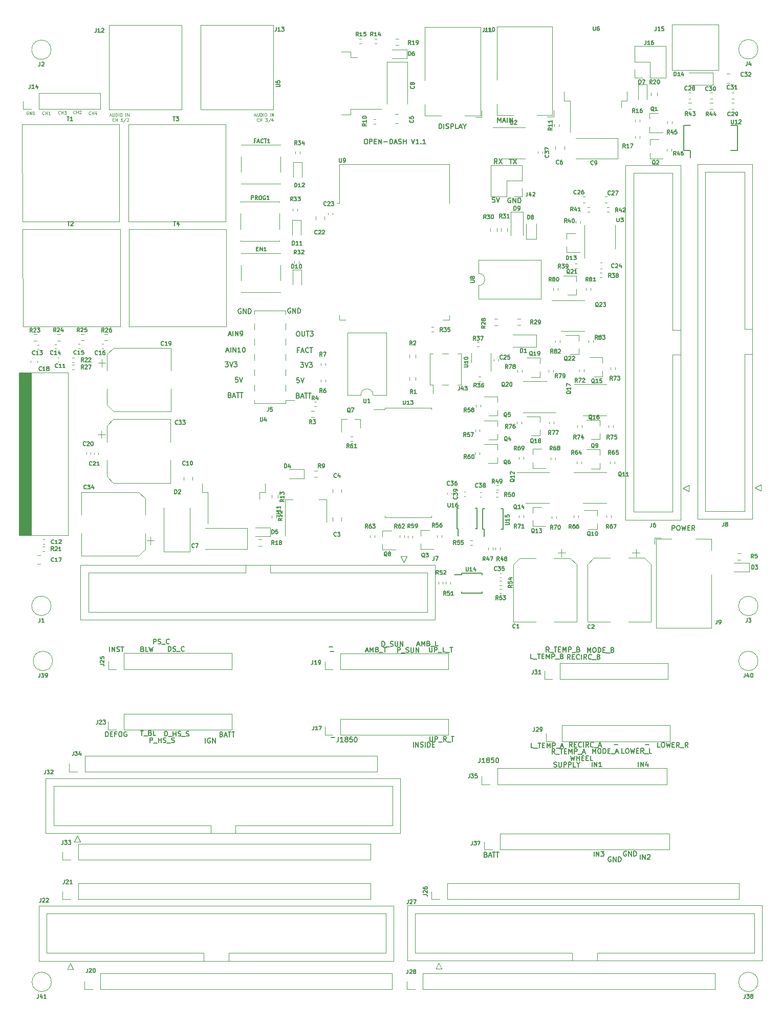
<source format=gbr>
G04 #@! TF.GenerationSoftware,KiCad,Pcbnew,5.1.7-a382d34a8~88~ubuntu20.04.1*
G04 #@! TF.CreationDate,2021-03-14T14:40:06-05:00*
G04 #@! TF.ProjectId,open-dash-daughterboard,6f70656e-2d64-4617-9368-2d6461756768,rev?*
G04 #@! TF.SameCoordinates,Original*
G04 #@! TF.FileFunction,Legend,Top*
G04 #@! TF.FilePolarity,Positive*
%FSLAX46Y46*%
G04 Gerber Fmt 4.6, Leading zero omitted, Abs format (unit mm)*
G04 Created by KiCad (PCBNEW 5.1.7-a382d34a8~88~ubuntu20.04.1) date 2021-03-14 14:40:06*
%MOMM*%
%LPD*%
G01*
G04 APERTURE LIST*
%ADD10C,0.150000*%
%ADD11C,0.125000*%
%ADD12C,0.120000*%
%ADD13C,0.100000*%
G04 APERTURE END LIST*
D10*
X182547619Y-148391904D02*
X182547619Y-147591904D01*
X182814285Y-148163333D01*
X183080952Y-147591904D01*
X183080952Y-148391904D01*
X183614285Y-147591904D02*
X183766666Y-147591904D01*
X183842857Y-147630000D01*
X183919047Y-147706190D01*
X183957142Y-147858571D01*
X183957142Y-148125238D01*
X183919047Y-148277619D01*
X183842857Y-148353809D01*
X183766666Y-148391904D01*
X183614285Y-148391904D01*
X183538095Y-148353809D01*
X183461904Y-148277619D01*
X183423809Y-148125238D01*
X183423809Y-147858571D01*
X183461904Y-147706190D01*
X183538095Y-147630000D01*
X183614285Y-147591904D01*
X184300000Y-148391904D02*
X184300000Y-147591904D01*
X184490476Y-147591904D01*
X184604761Y-147630000D01*
X184680952Y-147706190D01*
X184719047Y-147782380D01*
X184757142Y-147934761D01*
X184757142Y-148049047D01*
X184719047Y-148201428D01*
X184680952Y-148277619D01*
X184604761Y-148353809D01*
X184490476Y-148391904D01*
X184300000Y-148391904D01*
X185100000Y-147972857D02*
X185366666Y-147972857D01*
X185480952Y-148391904D02*
X185100000Y-148391904D01*
X185100000Y-147591904D01*
X185480952Y-147591904D01*
X185633333Y-148468095D02*
X186242857Y-148468095D01*
X186700000Y-147972857D02*
X186814285Y-148010952D01*
X186852380Y-148049047D01*
X186890476Y-148125238D01*
X186890476Y-148239523D01*
X186852380Y-148315714D01*
X186814285Y-148353809D01*
X186738095Y-148391904D01*
X186433333Y-148391904D01*
X186433333Y-147591904D01*
X186700000Y-147591904D01*
X186776190Y-147630000D01*
X186814285Y-147668095D01*
X186852380Y-147744285D01*
X186852380Y-147820476D01*
X186814285Y-147896666D01*
X186776190Y-147934761D01*
X186700000Y-147972857D01*
X186433333Y-147972857D01*
X179690476Y-149531904D02*
X179423809Y-149150952D01*
X179233333Y-149531904D02*
X179233333Y-148731904D01*
X179538095Y-148731904D01*
X179614285Y-148770000D01*
X179652380Y-148808095D01*
X179690476Y-148884285D01*
X179690476Y-148998571D01*
X179652380Y-149074761D01*
X179614285Y-149112857D01*
X179538095Y-149150952D01*
X179233333Y-149150952D01*
X180033333Y-149112857D02*
X180300000Y-149112857D01*
X180414285Y-149531904D02*
X180033333Y-149531904D01*
X180033333Y-148731904D01*
X180414285Y-148731904D01*
X181214285Y-149455714D02*
X181176190Y-149493809D01*
X181061904Y-149531904D01*
X180985714Y-149531904D01*
X180871428Y-149493809D01*
X180795238Y-149417619D01*
X180757142Y-149341428D01*
X180719047Y-149189047D01*
X180719047Y-149074761D01*
X180757142Y-148922380D01*
X180795238Y-148846190D01*
X180871428Y-148770000D01*
X180985714Y-148731904D01*
X181061904Y-148731904D01*
X181176190Y-148770000D01*
X181214285Y-148808095D01*
X181557142Y-149531904D02*
X181557142Y-148731904D01*
X182395238Y-149531904D02*
X182128571Y-149150952D01*
X181938095Y-149531904D02*
X181938095Y-148731904D01*
X182242857Y-148731904D01*
X182319047Y-148770000D01*
X182357142Y-148808095D01*
X182395238Y-148884285D01*
X182395238Y-148998571D01*
X182357142Y-149074761D01*
X182319047Y-149112857D01*
X182242857Y-149150952D01*
X181938095Y-149150952D01*
X183195238Y-149455714D02*
X183157142Y-149493809D01*
X183042857Y-149531904D01*
X182966666Y-149531904D01*
X182852380Y-149493809D01*
X182776190Y-149417619D01*
X182738095Y-149341428D01*
X182700000Y-149189047D01*
X182700000Y-149074761D01*
X182738095Y-148922380D01*
X182776190Y-148846190D01*
X182852380Y-148770000D01*
X182966666Y-148731904D01*
X183042857Y-148731904D01*
X183157142Y-148770000D01*
X183195238Y-148808095D01*
X183347619Y-149608095D02*
X183957142Y-149608095D01*
X184414285Y-149112857D02*
X184528571Y-149150952D01*
X184566666Y-149189047D01*
X184604761Y-149265238D01*
X184604761Y-149379523D01*
X184566666Y-149455714D01*
X184528571Y-149493809D01*
X184452380Y-149531904D01*
X184147619Y-149531904D01*
X184147619Y-148731904D01*
X184414285Y-148731904D01*
X184490476Y-148770000D01*
X184528571Y-148808095D01*
X184566666Y-148884285D01*
X184566666Y-148960476D01*
X184528571Y-149036666D01*
X184490476Y-149074761D01*
X184414285Y-149112857D01*
X184147619Y-149112857D01*
X176184285Y-148321904D02*
X175917619Y-147940952D01*
X175727142Y-148321904D02*
X175727142Y-147521904D01*
X176031904Y-147521904D01*
X176108095Y-147560000D01*
X176146190Y-147598095D01*
X176184285Y-147674285D01*
X176184285Y-147788571D01*
X176146190Y-147864761D01*
X176108095Y-147902857D01*
X176031904Y-147940952D01*
X175727142Y-147940952D01*
X176336666Y-148398095D02*
X176946190Y-148398095D01*
X177022380Y-147521904D02*
X177479523Y-147521904D01*
X177250952Y-148321904D02*
X177250952Y-147521904D01*
X177746190Y-147902857D02*
X178012857Y-147902857D01*
X178127142Y-148321904D02*
X177746190Y-148321904D01*
X177746190Y-147521904D01*
X178127142Y-147521904D01*
X178470000Y-148321904D02*
X178470000Y-147521904D01*
X178736666Y-148093333D01*
X179003333Y-147521904D01*
X179003333Y-148321904D01*
X179384285Y-148321904D02*
X179384285Y-147521904D01*
X179689047Y-147521904D01*
X179765238Y-147560000D01*
X179803333Y-147598095D01*
X179841428Y-147674285D01*
X179841428Y-147788571D01*
X179803333Y-147864761D01*
X179765238Y-147902857D01*
X179689047Y-147940952D01*
X179384285Y-147940952D01*
X179993809Y-148398095D02*
X180603333Y-148398095D01*
X181060476Y-147902857D02*
X181174761Y-147940952D01*
X181212857Y-147979047D01*
X181250952Y-148055238D01*
X181250952Y-148169523D01*
X181212857Y-148245714D01*
X181174761Y-148283809D01*
X181098571Y-148321904D01*
X180793809Y-148321904D01*
X180793809Y-147521904D01*
X181060476Y-147521904D01*
X181136666Y-147560000D01*
X181174761Y-147598095D01*
X181212857Y-147674285D01*
X181212857Y-147750476D01*
X181174761Y-147826666D01*
X181136666Y-147864761D01*
X181060476Y-147902857D01*
X180793809Y-147902857D01*
X173524285Y-149471904D02*
X173143333Y-149471904D01*
X173143333Y-148671904D01*
X173600476Y-149548095D02*
X174210000Y-149548095D01*
X174286190Y-148671904D02*
X174743333Y-148671904D01*
X174514761Y-149471904D02*
X174514761Y-148671904D01*
X175010000Y-149052857D02*
X175276666Y-149052857D01*
X175390952Y-149471904D02*
X175010000Y-149471904D01*
X175010000Y-148671904D01*
X175390952Y-148671904D01*
X175733809Y-149471904D02*
X175733809Y-148671904D01*
X176000476Y-149243333D01*
X176267142Y-148671904D01*
X176267142Y-149471904D01*
X176648095Y-149471904D02*
X176648095Y-148671904D01*
X176952857Y-148671904D01*
X177029047Y-148710000D01*
X177067142Y-148748095D01*
X177105238Y-148824285D01*
X177105238Y-148938571D01*
X177067142Y-149014761D01*
X177029047Y-149052857D01*
X176952857Y-149090952D01*
X176648095Y-149090952D01*
X177257619Y-149548095D02*
X177867142Y-149548095D01*
X178324285Y-149052857D02*
X178438571Y-149090952D01*
X178476666Y-149129047D01*
X178514761Y-149205238D01*
X178514761Y-149319523D01*
X178476666Y-149395714D01*
X178438571Y-149433809D01*
X178362380Y-149471904D01*
X178057619Y-149471904D01*
X178057619Y-148671904D01*
X178324285Y-148671904D01*
X178400476Y-148710000D01*
X178438571Y-148748095D01*
X178476666Y-148824285D01*
X178476666Y-148900476D01*
X178438571Y-148976666D01*
X178400476Y-149014761D01*
X178324285Y-149052857D01*
X178057619Y-149052857D01*
X141340476Y-162401904D02*
X141340476Y-162973333D01*
X141302380Y-163087619D01*
X141226190Y-163163809D01*
X141111904Y-163201904D01*
X141035714Y-163201904D01*
X142140476Y-163201904D02*
X141683333Y-163201904D01*
X141911904Y-163201904D02*
X141911904Y-162401904D01*
X141835714Y-162516190D01*
X141759523Y-162592380D01*
X141683333Y-162630476D01*
X142597619Y-162744761D02*
X142521428Y-162706666D01*
X142483333Y-162668571D01*
X142445238Y-162592380D01*
X142445238Y-162554285D01*
X142483333Y-162478095D01*
X142521428Y-162440000D01*
X142597619Y-162401904D01*
X142750000Y-162401904D01*
X142826190Y-162440000D01*
X142864285Y-162478095D01*
X142902380Y-162554285D01*
X142902380Y-162592380D01*
X142864285Y-162668571D01*
X142826190Y-162706666D01*
X142750000Y-162744761D01*
X142597619Y-162744761D01*
X142521428Y-162782857D01*
X142483333Y-162820952D01*
X142445238Y-162897142D01*
X142445238Y-163049523D01*
X142483333Y-163125714D01*
X142521428Y-163163809D01*
X142597619Y-163201904D01*
X142750000Y-163201904D01*
X142826190Y-163163809D01*
X142864285Y-163125714D01*
X142902380Y-163049523D01*
X142902380Y-162897142D01*
X142864285Y-162820952D01*
X142826190Y-162782857D01*
X142750000Y-162744761D01*
X143626190Y-162401904D02*
X143245238Y-162401904D01*
X143207142Y-162782857D01*
X143245238Y-162744761D01*
X143321428Y-162706666D01*
X143511904Y-162706666D01*
X143588095Y-162744761D01*
X143626190Y-162782857D01*
X143664285Y-162859047D01*
X143664285Y-163049523D01*
X143626190Y-163125714D01*
X143588095Y-163163809D01*
X143511904Y-163201904D01*
X143321428Y-163201904D01*
X143245238Y-163163809D01*
X143207142Y-163125714D01*
X144159523Y-162401904D02*
X144235714Y-162401904D01*
X144311904Y-162440000D01*
X144350000Y-162478095D01*
X144388095Y-162554285D01*
X144426190Y-162706666D01*
X144426190Y-162897142D01*
X144388095Y-163049523D01*
X144350000Y-163125714D01*
X144311904Y-163163809D01*
X144235714Y-163201904D01*
X144159523Y-163201904D01*
X144083333Y-163163809D01*
X144045238Y-163125714D01*
X144007142Y-163049523D01*
X143969047Y-162897142D01*
X143969047Y-162706666D01*
X144007142Y-162554285D01*
X144045238Y-162478095D01*
X144083333Y-162440000D01*
X144159523Y-162401904D01*
X153737619Y-164071904D02*
X153737619Y-163271904D01*
X154118571Y-164071904D02*
X154118571Y-163271904D01*
X154575714Y-164071904D01*
X154575714Y-163271904D01*
X154918571Y-164033809D02*
X155032857Y-164071904D01*
X155223333Y-164071904D01*
X155299523Y-164033809D01*
X155337619Y-163995714D01*
X155375714Y-163919523D01*
X155375714Y-163843333D01*
X155337619Y-163767142D01*
X155299523Y-163729047D01*
X155223333Y-163690952D01*
X155070952Y-163652857D01*
X154994761Y-163614761D01*
X154956666Y-163576666D01*
X154918571Y-163500476D01*
X154918571Y-163424285D01*
X154956666Y-163348095D01*
X154994761Y-163310000D01*
X155070952Y-163271904D01*
X155261428Y-163271904D01*
X155375714Y-163310000D01*
X155718571Y-164071904D02*
X155718571Y-163271904D01*
X156099523Y-164071904D02*
X156099523Y-163271904D01*
X156290000Y-163271904D01*
X156404285Y-163310000D01*
X156480476Y-163386190D01*
X156518571Y-163462380D01*
X156556666Y-163614761D01*
X156556666Y-163729047D01*
X156518571Y-163881428D01*
X156480476Y-163957619D01*
X156404285Y-164033809D01*
X156290000Y-164071904D01*
X156099523Y-164071904D01*
X156899523Y-163652857D02*
X157166190Y-163652857D01*
X157280476Y-164071904D02*
X156899523Y-164071904D01*
X156899523Y-163271904D01*
X157280476Y-163271904D01*
X156477142Y-162341904D02*
X156477142Y-162989523D01*
X156515238Y-163065714D01*
X156553333Y-163103809D01*
X156629523Y-163141904D01*
X156781904Y-163141904D01*
X156858095Y-163103809D01*
X156896190Y-163065714D01*
X156934285Y-162989523D01*
X156934285Y-162341904D01*
X157315238Y-163141904D02*
X157315238Y-162341904D01*
X157620000Y-162341904D01*
X157696190Y-162380000D01*
X157734285Y-162418095D01*
X157772380Y-162494285D01*
X157772380Y-162608571D01*
X157734285Y-162684761D01*
X157696190Y-162722857D01*
X157620000Y-162760952D01*
X157315238Y-162760952D01*
X157924761Y-163218095D02*
X158534285Y-163218095D01*
X159181904Y-163141904D02*
X158915238Y-162760952D01*
X158724761Y-163141904D02*
X158724761Y-162341904D01*
X159029523Y-162341904D01*
X159105714Y-162380000D01*
X159143809Y-162418095D01*
X159181904Y-162494285D01*
X159181904Y-162608571D01*
X159143809Y-162684761D01*
X159105714Y-162722857D01*
X159029523Y-162760952D01*
X158724761Y-162760952D01*
X159334285Y-163218095D02*
X159943809Y-163218095D01*
X160020000Y-162341904D02*
X160477142Y-162341904D01*
X160248571Y-163141904D02*
X160248571Y-162341904D01*
X156403333Y-147541904D02*
X156403333Y-148189523D01*
X156441428Y-148265714D01*
X156479523Y-148303809D01*
X156555714Y-148341904D01*
X156708095Y-148341904D01*
X156784285Y-148303809D01*
X156822380Y-148265714D01*
X156860476Y-148189523D01*
X156860476Y-147541904D01*
X157241428Y-148341904D02*
X157241428Y-147541904D01*
X157546190Y-147541904D01*
X157622380Y-147580000D01*
X157660476Y-147618095D01*
X157698571Y-147694285D01*
X157698571Y-147808571D01*
X157660476Y-147884761D01*
X157622380Y-147922857D01*
X157546190Y-147960952D01*
X157241428Y-147960952D01*
X157850952Y-148418095D02*
X158460476Y-148418095D01*
X159031904Y-148341904D02*
X158650952Y-148341904D01*
X158650952Y-147541904D01*
X159108095Y-148418095D02*
X159717619Y-148418095D01*
X159793809Y-147541904D02*
X160250952Y-147541904D01*
X160022380Y-148341904D02*
X160022380Y-147541904D01*
X154373809Y-147093333D02*
X154754761Y-147093333D01*
X154297619Y-147321904D02*
X154564285Y-146521904D01*
X154830952Y-147321904D01*
X155097619Y-147321904D02*
X155097619Y-146521904D01*
X155364285Y-147093333D01*
X155630952Y-146521904D01*
X155630952Y-147321904D01*
X156278571Y-146902857D02*
X156392857Y-146940952D01*
X156430952Y-146979047D01*
X156469047Y-147055238D01*
X156469047Y-147169523D01*
X156430952Y-147245714D01*
X156392857Y-147283809D01*
X156316666Y-147321904D01*
X156011904Y-147321904D01*
X156011904Y-146521904D01*
X156278571Y-146521904D01*
X156354761Y-146560000D01*
X156392857Y-146598095D01*
X156430952Y-146674285D01*
X156430952Y-146750476D01*
X156392857Y-146826666D01*
X156354761Y-146864761D01*
X156278571Y-146902857D01*
X156011904Y-146902857D01*
X156621428Y-147398095D02*
X157230952Y-147398095D01*
X157802380Y-147321904D02*
X157421428Y-147321904D01*
X157421428Y-146521904D01*
X151146666Y-148391904D02*
X151146666Y-147591904D01*
X151451428Y-147591904D01*
X151527619Y-147630000D01*
X151565714Y-147668095D01*
X151603809Y-147744285D01*
X151603809Y-147858571D01*
X151565714Y-147934761D01*
X151527619Y-147972857D01*
X151451428Y-148010952D01*
X151146666Y-148010952D01*
X151756190Y-148468095D02*
X152365714Y-148468095D01*
X152518095Y-148353809D02*
X152632380Y-148391904D01*
X152822857Y-148391904D01*
X152899047Y-148353809D01*
X152937142Y-148315714D01*
X152975238Y-148239523D01*
X152975238Y-148163333D01*
X152937142Y-148087142D01*
X152899047Y-148049047D01*
X152822857Y-148010952D01*
X152670476Y-147972857D01*
X152594285Y-147934761D01*
X152556190Y-147896666D01*
X152518095Y-147820476D01*
X152518095Y-147744285D01*
X152556190Y-147668095D01*
X152594285Y-147630000D01*
X152670476Y-147591904D01*
X152860952Y-147591904D01*
X152975238Y-147630000D01*
X153318095Y-147591904D02*
X153318095Y-148239523D01*
X153356190Y-148315714D01*
X153394285Y-148353809D01*
X153470476Y-148391904D01*
X153622857Y-148391904D01*
X153699047Y-148353809D01*
X153737142Y-148315714D01*
X153775238Y-148239523D01*
X153775238Y-147591904D01*
X154156190Y-148391904D02*
X154156190Y-147591904D01*
X154613333Y-148391904D01*
X154613333Y-147591904D01*
X148556666Y-147391904D02*
X148556666Y-146591904D01*
X148747142Y-146591904D01*
X148861428Y-146630000D01*
X148937619Y-146706190D01*
X148975714Y-146782380D01*
X149013809Y-146934761D01*
X149013809Y-147049047D01*
X148975714Y-147201428D01*
X148937619Y-147277619D01*
X148861428Y-147353809D01*
X148747142Y-147391904D01*
X148556666Y-147391904D01*
X149166190Y-147468095D02*
X149775714Y-147468095D01*
X149928095Y-147353809D02*
X150042380Y-147391904D01*
X150232857Y-147391904D01*
X150309047Y-147353809D01*
X150347142Y-147315714D01*
X150385238Y-147239523D01*
X150385238Y-147163333D01*
X150347142Y-147087142D01*
X150309047Y-147049047D01*
X150232857Y-147010952D01*
X150080476Y-146972857D01*
X150004285Y-146934761D01*
X149966190Y-146896666D01*
X149928095Y-146820476D01*
X149928095Y-146744285D01*
X149966190Y-146668095D01*
X150004285Y-146630000D01*
X150080476Y-146591904D01*
X150270952Y-146591904D01*
X150385238Y-146630000D01*
X150728095Y-146591904D02*
X150728095Y-147239523D01*
X150766190Y-147315714D01*
X150804285Y-147353809D01*
X150880476Y-147391904D01*
X151032857Y-147391904D01*
X151109047Y-147353809D01*
X151147142Y-147315714D01*
X151185238Y-147239523D01*
X151185238Y-146591904D01*
X151566190Y-147391904D02*
X151566190Y-146591904D01*
X152023333Y-147391904D01*
X152023333Y-146591904D01*
X145852857Y-148103333D02*
X146233809Y-148103333D01*
X145776666Y-148331904D02*
X146043333Y-147531904D01*
X146310000Y-148331904D01*
X146576666Y-148331904D02*
X146576666Y-147531904D01*
X146843333Y-148103333D01*
X147110000Y-147531904D01*
X147110000Y-148331904D01*
X147757619Y-147912857D02*
X147871904Y-147950952D01*
X147910000Y-147989047D01*
X147948095Y-148065238D01*
X147948095Y-148179523D01*
X147910000Y-148255714D01*
X147871904Y-148293809D01*
X147795714Y-148331904D01*
X147490952Y-148331904D01*
X147490952Y-147531904D01*
X147757619Y-147531904D01*
X147833809Y-147570000D01*
X147871904Y-147608095D01*
X147910000Y-147684285D01*
X147910000Y-147760476D01*
X147871904Y-147836666D01*
X147833809Y-147874761D01*
X147757619Y-147912857D01*
X147490952Y-147912857D01*
X148100476Y-148408095D02*
X148710000Y-148408095D01*
X148786190Y-147531904D02*
X149243333Y-147531904D01*
X149014761Y-148331904D02*
X149014761Y-147531904D01*
X139775238Y-147517142D02*
X140384761Y-147517142D01*
X113204761Y-148211904D02*
X113204761Y-147411904D01*
X113395238Y-147411904D01*
X113509523Y-147450000D01*
X113585714Y-147526190D01*
X113623809Y-147602380D01*
X113661904Y-147754761D01*
X113661904Y-147869047D01*
X113623809Y-148021428D01*
X113585714Y-148097619D01*
X113509523Y-148173809D01*
X113395238Y-148211904D01*
X113204761Y-148211904D01*
X113966666Y-148173809D02*
X114080952Y-148211904D01*
X114271428Y-148211904D01*
X114347619Y-148173809D01*
X114385714Y-148135714D01*
X114423809Y-148059523D01*
X114423809Y-147983333D01*
X114385714Y-147907142D01*
X114347619Y-147869047D01*
X114271428Y-147830952D01*
X114119047Y-147792857D01*
X114042857Y-147754761D01*
X114004761Y-147716666D01*
X113966666Y-147640476D01*
X113966666Y-147564285D01*
X114004761Y-147488095D01*
X114042857Y-147450000D01*
X114119047Y-147411904D01*
X114309523Y-147411904D01*
X114423809Y-147450000D01*
X114576190Y-148288095D02*
X115185714Y-148288095D01*
X115833333Y-148135714D02*
X115795238Y-148173809D01*
X115680952Y-148211904D01*
X115604761Y-148211904D01*
X115490476Y-148173809D01*
X115414285Y-148097619D01*
X115376190Y-148021428D01*
X115338095Y-147869047D01*
X115338095Y-147754761D01*
X115376190Y-147602380D01*
X115414285Y-147526190D01*
X115490476Y-147450000D01*
X115604761Y-147411904D01*
X115680952Y-147411904D01*
X115795238Y-147450000D01*
X115833333Y-147488095D01*
X110724761Y-147011904D02*
X110724761Y-146211904D01*
X111029523Y-146211904D01*
X111105714Y-146250000D01*
X111143809Y-146288095D01*
X111181904Y-146364285D01*
X111181904Y-146478571D01*
X111143809Y-146554761D01*
X111105714Y-146592857D01*
X111029523Y-146630952D01*
X110724761Y-146630952D01*
X111486666Y-146973809D02*
X111600952Y-147011904D01*
X111791428Y-147011904D01*
X111867619Y-146973809D01*
X111905714Y-146935714D01*
X111943809Y-146859523D01*
X111943809Y-146783333D01*
X111905714Y-146707142D01*
X111867619Y-146669047D01*
X111791428Y-146630952D01*
X111639047Y-146592857D01*
X111562857Y-146554761D01*
X111524761Y-146516666D01*
X111486666Y-146440476D01*
X111486666Y-146364285D01*
X111524761Y-146288095D01*
X111562857Y-146250000D01*
X111639047Y-146211904D01*
X111829523Y-146211904D01*
X111943809Y-146250000D01*
X112096190Y-147088095D02*
X112705714Y-147088095D01*
X113353333Y-146935714D02*
X113315238Y-146973809D01*
X113200952Y-147011904D01*
X113124761Y-147011904D01*
X113010476Y-146973809D01*
X112934285Y-146897619D01*
X112896190Y-146821428D01*
X112858095Y-146669047D01*
X112858095Y-146554761D01*
X112896190Y-146402380D01*
X112934285Y-146326190D01*
X113010476Y-146250000D01*
X113124761Y-146211904D01*
X113200952Y-146211904D01*
X113315238Y-146250000D01*
X113353333Y-146288095D01*
X108926190Y-147832857D02*
X109040476Y-147870952D01*
X109078571Y-147909047D01*
X109116666Y-147985238D01*
X109116666Y-148099523D01*
X109078571Y-148175714D01*
X109040476Y-148213809D01*
X108964285Y-148251904D01*
X108659523Y-148251904D01*
X108659523Y-147451904D01*
X108926190Y-147451904D01*
X109002380Y-147490000D01*
X109040476Y-147528095D01*
X109078571Y-147604285D01*
X109078571Y-147680476D01*
X109040476Y-147756666D01*
X109002380Y-147794761D01*
X108926190Y-147832857D01*
X108659523Y-147832857D01*
X109840476Y-148251904D02*
X109459523Y-148251904D01*
X109459523Y-147451904D01*
X110030952Y-147451904D02*
X110221428Y-148251904D01*
X110373809Y-147680476D01*
X110526190Y-148251904D01*
X110716666Y-147451904D01*
X103505238Y-148271904D02*
X103505238Y-147471904D01*
X103886190Y-148271904D02*
X103886190Y-147471904D01*
X104343333Y-148271904D01*
X104343333Y-147471904D01*
X104686190Y-148233809D02*
X104800476Y-148271904D01*
X104990952Y-148271904D01*
X105067142Y-148233809D01*
X105105238Y-148195714D01*
X105143333Y-148119523D01*
X105143333Y-148043333D01*
X105105238Y-147967142D01*
X105067142Y-147929047D01*
X104990952Y-147890952D01*
X104838571Y-147852857D01*
X104762380Y-147814761D01*
X104724285Y-147776666D01*
X104686190Y-147700476D01*
X104686190Y-147624285D01*
X104724285Y-147548095D01*
X104762380Y-147510000D01*
X104838571Y-147471904D01*
X105029047Y-147471904D01*
X105143333Y-147510000D01*
X105371904Y-147471904D02*
X105829047Y-147471904D01*
X105600476Y-148271904D02*
X105600476Y-147471904D01*
X102836666Y-162331904D02*
X102836666Y-161531904D01*
X103027142Y-161531904D01*
X103141428Y-161570000D01*
X103217619Y-161646190D01*
X103255714Y-161722380D01*
X103293809Y-161874761D01*
X103293809Y-161989047D01*
X103255714Y-162141428D01*
X103217619Y-162217619D01*
X103141428Y-162293809D01*
X103027142Y-162331904D01*
X102836666Y-162331904D01*
X103636666Y-161912857D02*
X103903333Y-161912857D01*
X104017619Y-162331904D02*
X103636666Y-162331904D01*
X103636666Y-161531904D01*
X104017619Y-161531904D01*
X104627142Y-161912857D02*
X104360476Y-161912857D01*
X104360476Y-162331904D02*
X104360476Y-161531904D01*
X104741428Y-161531904D01*
X105198571Y-161531904D02*
X105350952Y-161531904D01*
X105427142Y-161570000D01*
X105503333Y-161646190D01*
X105541428Y-161798571D01*
X105541428Y-162065238D01*
X105503333Y-162217619D01*
X105427142Y-162293809D01*
X105350952Y-162331904D01*
X105198571Y-162331904D01*
X105122380Y-162293809D01*
X105046190Y-162217619D01*
X105008095Y-162065238D01*
X105008095Y-161798571D01*
X105046190Y-161646190D01*
X105122380Y-161570000D01*
X105198571Y-161531904D01*
X106303333Y-161570000D02*
X106227142Y-161531904D01*
X106112857Y-161531904D01*
X105998571Y-161570000D01*
X105922380Y-161646190D01*
X105884285Y-161722380D01*
X105846190Y-161874761D01*
X105846190Y-161989047D01*
X105884285Y-162141428D01*
X105922380Y-162217619D01*
X105998571Y-162293809D01*
X106112857Y-162331904D01*
X106189047Y-162331904D01*
X106303333Y-162293809D01*
X106341428Y-162255714D01*
X106341428Y-161989047D01*
X106189047Y-161989047D01*
X108622857Y-161361904D02*
X109080000Y-161361904D01*
X108851428Y-162161904D02*
X108851428Y-161361904D01*
X109156190Y-162238095D02*
X109765714Y-162238095D01*
X110222857Y-161742857D02*
X110337142Y-161780952D01*
X110375238Y-161819047D01*
X110413333Y-161895238D01*
X110413333Y-162009523D01*
X110375238Y-162085714D01*
X110337142Y-162123809D01*
X110260952Y-162161904D01*
X109956190Y-162161904D01*
X109956190Y-161361904D01*
X110222857Y-161361904D01*
X110299047Y-161400000D01*
X110337142Y-161438095D01*
X110375238Y-161514285D01*
X110375238Y-161590476D01*
X110337142Y-161666666D01*
X110299047Y-161704761D01*
X110222857Y-161742857D01*
X109956190Y-161742857D01*
X111137142Y-162161904D02*
X110756190Y-162161904D01*
X110756190Y-161361904D01*
X110160000Y-163321904D02*
X110160000Y-162521904D01*
X110464761Y-162521904D01*
X110540952Y-162560000D01*
X110579047Y-162598095D01*
X110617142Y-162674285D01*
X110617142Y-162788571D01*
X110579047Y-162864761D01*
X110540952Y-162902857D01*
X110464761Y-162940952D01*
X110160000Y-162940952D01*
X110769523Y-163398095D02*
X111379047Y-163398095D01*
X111569523Y-163321904D02*
X111569523Y-162521904D01*
X111569523Y-162902857D02*
X112026666Y-162902857D01*
X112026666Y-163321904D02*
X112026666Y-162521904D01*
X112369523Y-163283809D02*
X112483809Y-163321904D01*
X112674285Y-163321904D01*
X112750476Y-163283809D01*
X112788571Y-163245714D01*
X112826666Y-163169523D01*
X112826666Y-163093333D01*
X112788571Y-163017142D01*
X112750476Y-162979047D01*
X112674285Y-162940952D01*
X112521904Y-162902857D01*
X112445714Y-162864761D01*
X112407619Y-162826666D01*
X112369523Y-162750476D01*
X112369523Y-162674285D01*
X112407619Y-162598095D01*
X112445714Y-162560000D01*
X112521904Y-162521904D01*
X112712380Y-162521904D01*
X112826666Y-162560000D01*
X112979047Y-163398095D02*
X113588571Y-163398095D01*
X113740952Y-163283809D02*
X113855238Y-163321904D01*
X114045714Y-163321904D01*
X114121904Y-163283809D01*
X114160000Y-163245714D01*
X114198095Y-163169523D01*
X114198095Y-163093333D01*
X114160000Y-163017142D01*
X114121904Y-162979047D01*
X114045714Y-162940952D01*
X113893333Y-162902857D01*
X113817142Y-162864761D01*
X113779047Y-162826666D01*
X113740952Y-162750476D01*
X113740952Y-162674285D01*
X113779047Y-162598095D01*
X113817142Y-162560000D01*
X113893333Y-162521904D01*
X114083809Y-162521904D01*
X114198095Y-162560000D01*
X112600000Y-162261904D02*
X112600000Y-161461904D01*
X112790476Y-161461904D01*
X112904761Y-161500000D01*
X112980952Y-161576190D01*
X113019047Y-161652380D01*
X113057142Y-161804761D01*
X113057142Y-161919047D01*
X113019047Y-162071428D01*
X112980952Y-162147619D01*
X112904761Y-162223809D01*
X112790476Y-162261904D01*
X112600000Y-162261904D01*
X113209523Y-162338095D02*
X113819047Y-162338095D01*
X114009523Y-162261904D02*
X114009523Y-161461904D01*
X114009523Y-161842857D02*
X114466666Y-161842857D01*
X114466666Y-162261904D02*
X114466666Y-161461904D01*
X114809523Y-162223809D02*
X114923809Y-162261904D01*
X115114285Y-162261904D01*
X115190476Y-162223809D01*
X115228571Y-162185714D01*
X115266666Y-162109523D01*
X115266666Y-162033333D01*
X115228571Y-161957142D01*
X115190476Y-161919047D01*
X115114285Y-161880952D01*
X114961904Y-161842857D01*
X114885714Y-161804761D01*
X114847619Y-161766666D01*
X114809523Y-161690476D01*
X114809523Y-161614285D01*
X114847619Y-161538095D01*
X114885714Y-161500000D01*
X114961904Y-161461904D01*
X115152380Y-161461904D01*
X115266666Y-161500000D01*
X115419047Y-162338095D02*
X116028571Y-162338095D01*
X116180952Y-162223809D02*
X116295238Y-162261904D01*
X116485714Y-162261904D01*
X116561904Y-162223809D01*
X116600000Y-162185714D01*
X116638095Y-162109523D01*
X116638095Y-162033333D01*
X116600000Y-161957142D01*
X116561904Y-161919047D01*
X116485714Y-161880952D01*
X116333333Y-161842857D01*
X116257142Y-161804761D01*
X116219047Y-161766666D01*
X116180952Y-161690476D01*
X116180952Y-161614285D01*
X116219047Y-161538095D01*
X116257142Y-161500000D01*
X116333333Y-161461904D01*
X116523809Y-161461904D01*
X116638095Y-161500000D01*
X119330952Y-163401904D02*
X119330952Y-162601904D01*
X120130952Y-162640000D02*
X120054761Y-162601904D01*
X119940476Y-162601904D01*
X119826190Y-162640000D01*
X119750000Y-162716190D01*
X119711904Y-162792380D01*
X119673809Y-162944761D01*
X119673809Y-163059047D01*
X119711904Y-163211428D01*
X119750000Y-163287619D01*
X119826190Y-163363809D01*
X119940476Y-163401904D01*
X120016666Y-163401904D01*
X120130952Y-163363809D01*
X120169047Y-163325714D01*
X120169047Y-163059047D01*
X120016666Y-163059047D01*
X120511904Y-163401904D02*
X120511904Y-162601904D01*
X120969047Y-163401904D01*
X120969047Y-162601904D01*
X121994761Y-161962857D02*
X122109047Y-162000952D01*
X122147142Y-162039047D01*
X122185238Y-162115238D01*
X122185238Y-162229523D01*
X122147142Y-162305714D01*
X122109047Y-162343809D01*
X122032857Y-162381904D01*
X121728095Y-162381904D01*
X121728095Y-161581904D01*
X121994761Y-161581904D01*
X122070952Y-161620000D01*
X122109047Y-161658095D01*
X122147142Y-161734285D01*
X122147142Y-161810476D01*
X122109047Y-161886666D01*
X122070952Y-161924761D01*
X121994761Y-161962857D01*
X121728095Y-161962857D01*
X122490000Y-162153333D02*
X122870952Y-162153333D01*
X122413809Y-162381904D02*
X122680476Y-161581904D01*
X122947142Y-162381904D01*
X123099523Y-161581904D02*
X123556666Y-161581904D01*
X123328095Y-162381904D02*
X123328095Y-161581904D01*
X123709047Y-161581904D02*
X124166190Y-161581904D01*
X123937619Y-162381904D02*
X123937619Y-161581904D01*
X140155238Y-162477142D02*
X140764761Y-162477142D01*
X139975238Y-148247142D02*
X140584761Y-148247142D01*
X194544761Y-164101904D02*
X194163809Y-164101904D01*
X194163809Y-163301904D01*
X194963809Y-163301904D02*
X195116190Y-163301904D01*
X195192380Y-163340000D01*
X195268571Y-163416190D01*
X195306666Y-163568571D01*
X195306666Y-163835238D01*
X195268571Y-163987619D01*
X195192380Y-164063809D01*
X195116190Y-164101904D01*
X194963809Y-164101904D01*
X194887619Y-164063809D01*
X194811428Y-163987619D01*
X194773333Y-163835238D01*
X194773333Y-163568571D01*
X194811428Y-163416190D01*
X194887619Y-163340000D01*
X194963809Y-163301904D01*
X195573333Y-163301904D02*
X195763809Y-164101904D01*
X195916190Y-163530476D01*
X196068571Y-164101904D01*
X196259047Y-163301904D01*
X196563809Y-163682857D02*
X196830476Y-163682857D01*
X196944761Y-164101904D02*
X196563809Y-164101904D01*
X196563809Y-163301904D01*
X196944761Y-163301904D01*
X197744761Y-164101904D02*
X197478095Y-163720952D01*
X197287619Y-164101904D02*
X197287619Y-163301904D01*
X197592380Y-163301904D01*
X197668571Y-163340000D01*
X197706666Y-163378095D01*
X197744761Y-163454285D01*
X197744761Y-163568571D01*
X197706666Y-163644761D01*
X197668571Y-163682857D01*
X197592380Y-163720952D01*
X197287619Y-163720952D01*
X197897142Y-164178095D02*
X198506666Y-164178095D01*
X199154285Y-164101904D02*
X198887619Y-163720952D01*
X198697142Y-164101904D02*
X198697142Y-163301904D01*
X199001904Y-163301904D01*
X199078095Y-163340000D01*
X199116190Y-163378095D01*
X199154285Y-163454285D01*
X199154285Y-163568571D01*
X199116190Y-163644761D01*
X199078095Y-163682857D01*
X199001904Y-163720952D01*
X198697142Y-163720952D01*
X192085238Y-163697142D02*
X192694761Y-163697142D01*
X188630952Y-165091904D02*
X188250000Y-165091904D01*
X188250000Y-164291904D01*
X189050000Y-164291904D02*
X189202380Y-164291904D01*
X189278571Y-164330000D01*
X189354761Y-164406190D01*
X189392857Y-164558571D01*
X189392857Y-164825238D01*
X189354761Y-164977619D01*
X189278571Y-165053809D01*
X189202380Y-165091904D01*
X189050000Y-165091904D01*
X188973809Y-165053809D01*
X188897619Y-164977619D01*
X188859523Y-164825238D01*
X188859523Y-164558571D01*
X188897619Y-164406190D01*
X188973809Y-164330000D01*
X189050000Y-164291904D01*
X189659523Y-164291904D02*
X189850000Y-165091904D01*
X190002380Y-164520476D01*
X190154761Y-165091904D01*
X190345238Y-164291904D01*
X190650000Y-164672857D02*
X190916666Y-164672857D01*
X191030952Y-165091904D02*
X190650000Y-165091904D01*
X190650000Y-164291904D01*
X191030952Y-164291904D01*
X191830952Y-165091904D02*
X191564285Y-164710952D01*
X191373809Y-165091904D02*
X191373809Y-164291904D01*
X191678571Y-164291904D01*
X191754761Y-164330000D01*
X191792857Y-164368095D01*
X191830952Y-164444285D01*
X191830952Y-164558571D01*
X191792857Y-164634761D01*
X191754761Y-164672857D01*
X191678571Y-164710952D01*
X191373809Y-164710952D01*
X191983333Y-165168095D02*
X192592857Y-165168095D01*
X193164285Y-165091904D02*
X192783333Y-165091904D01*
X192783333Y-164291904D01*
X186925238Y-163627142D02*
X187534761Y-163627142D01*
X183384761Y-165111904D02*
X183384761Y-164311904D01*
X183651428Y-164883333D01*
X183918095Y-164311904D01*
X183918095Y-165111904D01*
X184451428Y-164311904D02*
X184603809Y-164311904D01*
X184680000Y-164350000D01*
X184756190Y-164426190D01*
X184794285Y-164578571D01*
X184794285Y-164845238D01*
X184756190Y-164997619D01*
X184680000Y-165073809D01*
X184603809Y-165111904D01*
X184451428Y-165111904D01*
X184375238Y-165073809D01*
X184299047Y-164997619D01*
X184260952Y-164845238D01*
X184260952Y-164578571D01*
X184299047Y-164426190D01*
X184375238Y-164350000D01*
X184451428Y-164311904D01*
X185137142Y-165111904D02*
X185137142Y-164311904D01*
X185327619Y-164311904D01*
X185441904Y-164350000D01*
X185518095Y-164426190D01*
X185556190Y-164502380D01*
X185594285Y-164654761D01*
X185594285Y-164769047D01*
X185556190Y-164921428D01*
X185518095Y-164997619D01*
X185441904Y-165073809D01*
X185327619Y-165111904D01*
X185137142Y-165111904D01*
X185937142Y-164692857D02*
X186203809Y-164692857D01*
X186318095Y-165111904D02*
X185937142Y-165111904D01*
X185937142Y-164311904D01*
X186318095Y-164311904D01*
X186470476Y-165188095D02*
X187080000Y-165188095D01*
X187232380Y-164883333D02*
X187613333Y-164883333D01*
X187156190Y-165111904D02*
X187422857Y-164311904D01*
X187689523Y-165111904D01*
X180017619Y-164071904D02*
X179750952Y-163690952D01*
X179560476Y-164071904D02*
X179560476Y-163271904D01*
X179865238Y-163271904D01*
X179941428Y-163310000D01*
X179979523Y-163348095D01*
X180017619Y-163424285D01*
X180017619Y-163538571D01*
X179979523Y-163614761D01*
X179941428Y-163652857D01*
X179865238Y-163690952D01*
X179560476Y-163690952D01*
X180360476Y-163652857D02*
X180627142Y-163652857D01*
X180741428Y-164071904D02*
X180360476Y-164071904D01*
X180360476Y-163271904D01*
X180741428Y-163271904D01*
X181541428Y-163995714D02*
X181503333Y-164033809D01*
X181389047Y-164071904D01*
X181312857Y-164071904D01*
X181198571Y-164033809D01*
X181122380Y-163957619D01*
X181084285Y-163881428D01*
X181046190Y-163729047D01*
X181046190Y-163614761D01*
X181084285Y-163462380D01*
X181122380Y-163386190D01*
X181198571Y-163310000D01*
X181312857Y-163271904D01*
X181389047Y-163271904D01*
X181503333Y-163310000D01*
X181541428Y-163348095D01*
X181884285Y-164071904D02*
X181884285Y-163271904D01*
X182722380Y-164071904D02*
X182455714Y-163690952D01*
X182265238Y-164071904D02*
X182265238Y-163271904D01*
X182570000Y-163271904D01*
X182646190Y-163310000D01*
X182684285Y-163348095D01*
X182722380Y-163424285D01*
X182722380Y-163538571D01*
X182684285Y-163614761D01*
X182646190Y-163652857D01*
X182570000Y-163690952D01*
X182265238Y-163690952D01*
X183522380Y-163995714D02*
X183484285Y-164033809D01*
X183370000Y-164071904D01*
X183293809Y-164071904D01*
X183179523Y-164033809D01*
X183103333Y-163957619D01*
X183065238Y-163881428D01*
X183027142Y-163729047D01*
X183027142Y-163614761D01*
X183065238Y-163462380D01*
X183103333Y-163386190D01*
X183179523Y-163310000D01*
X183293809Y-163271904D01*
X183370000Y-163271904D01*
X183484285Y-163310000D01*
X183522380Y-163348095D01*
X183674761Y-164148095D02*
X184284285Y-164148095D01*
X184436666Y-163843333D02*
X184817619Y-163843333D01*
X184360476Y-164071904D02*
X184627142Y-163271904D01*
X184893809Y-164071904D01*
X177171428Y-165151904D02*
X176904761Y-164770952D01*
X176714285Y-165151904D02*
X176714285Y-164351904D01*
X177019047Y-164351904D01*
X177095238Y-164390000D01*
X177133333Y-164428095D01*
X177171428Y-164504285D01*
X177171428Y-164618571D01*
X177133333Y-164694761D01*
X177095238Y-164732857D01*
X177019047Y-164770952D01*
X176714285Y-164770952D01*
X177323809Y-165228095D02*
X177933333Y-165228095D01*
X178009523Y-164351904D02*
X178466666Y-164351904D01*
X178238095Y-165151904D02*
X178238095Y-164351904D01*
X178733333Y-164732857D02*
X179000000Y-164732857D01*
X179114285Y-165151904D02*
X178733333Y-165151904D01*
X178733333Y-164351904D01*
X179114285Y-164351904D01*
X179457142Y-165151904D02*
X179457142Y-164351904D01*
X179723809Y-164923333D01*
X179990476Y-164351904D01*
X179990476Y-165151904D01*
X180371428Y-165151904D02*
X180371428Y-164351904D01*
X180676190Y-164351904D01*
X180752380Y-164390000D01*
X180790476Y-164428095D01*
X180828571Y-164504285D01*
X180828571Y-164618571D01*
X180790476Y-164694761D01*
X180752380Y-164732857D01*
X180676190Y-164770952D01*
X180371428Y-164770952D01*
X180980952Y-165228095D02*
X181590476Y-165228095D01*
X181742857Y-164923333D02*
X182123809Y-164923333D01*
X181666666Y-165151904D02*
X181933333Y-164351904D01*
X182200000Y-165151904D01*
X173621428Y-164171904D02*
X173240476Y-164171904D01*
X173240476Y-163371904D01*
X173697619Y-164248095D02*
X174307142Y-164248095D01*
X174383333Y-163371904D02*
X174840476Y-163371904D01*
X174611904Y-164171904D02*
X174611904Y-163371904D01*
X175107142Y-163752857D02*
X175373809Y-163752857D01*
X175488095Y-164171904D02*
X175107142Y-164171904D01*
X175107142Y-163371904D01*
X175488095Y-163371904D01*
X175830952Y-164171904D02*
X175830952Y-163371904D01*
X176097619Y-163943333D01*
X176364285Y-163371904D01*
X176364285Y-164171904D01*
X176745238Y-164171904D02*
X176745238Y-163371904D01*
X177050000Y-163371904D01*
X177126190Y-163410000D01*
X177164285Y-163448095D01*
X177202380Y-163524285D01*
X177202380Y-163638571D01*
X177164285Y-163714761D01*
X177126190Y-163752857D01*
X177050000Y-163790952D01*
X176745238Y-163790952D01*
X177354761Y-164248095D02*
X177964285Y-164248095D01*
X178116666Y-163943333D02*
X178497619Y-163943333D01*
X178040476Y-164171904D02*
X178307142Y-163371904D01*
X178573809Y-164171904D01*
X165744761Y-181832857D02*
X165859047Y-181870952D01*
X165897142Y-181909047D01*
X165935238Y-181985238D01*
X165935238Y-182099523D01*
X165897142Y-182175714D01*
X165859047Y-182213809D01*
X165782857Y-182251904D01*
X165478095Y-182251904D01*
X165478095Y-181451904D01*
X165744761Y-181451904D01*
X165820952Y-181490000D01*
X165859047Y-181528095D01*
X165897142Y-181604285D01*
X165897142Y-181680476D01*
X165859047Y-181756666D01*
X165820952Y-181794761D01*
X165744761Y-181832857D01*
X165478095Y-181832857D01*
X166240000Y-182023333D02*
X166620952Y-182023333D01*
X166163809Y-182251904D02*
X166430476Y-181451904D01*
X166697142Y-182251904D01*
X166849523Y-181451904D02*
X167306666Y-181451904D01*
X167078095Y-182251904D02*
X167078095Y-181451904D01*
X167459047Y-181451904D02*
X167916190Y-181451904D01*
X167687619Y-182251904D02*
X167687619Y-181451904D01*
X183620000Y-182121904D02*
X183620000Y-181321904D01*
X184000952Y-182121904D02*
X184000952Y-181321904D01*
X184458095Y-182121904D01*
X184458095Y-181321904D01*
X184762857Y-181321904D02*
X185258095Y-181321904D01*
X184991428Y-181626666D01*
X185105714Y-181626666D01*
X185181904Y-181664761D01*
X185220000Y-181702857D01*
X185258095Y-181779047D01*
X185258095Y-181969523D01*
X185220000Y-182045714D01*
X185181904Y-182083809D01*
X185105714Y-182121904D01*
X184877142Y-182121904D01*
X184800952Y-182083809D01*
X184762857Y-182045714D01*
X186430476Y-182270000D02*
X186354285Y-182231904D01*
X186240000Y-182231904D01*
X186125714Y-182270000D01*
X186049523Y-182346190D01*
X186011428Y-182422380D01*
X185973333Y-182574761D01*
X185973333Y-182689047D01*
X186011428Y-182841428D01*
X186049523Y-182917619D01*
X186125714Y-182993809D01*
X186240000Y-183031904D01*
X186316190Y-183031904D01*
X186430476Y-182993809D01*
X186468571Y-182955714D01*
X186468571Y-182689047D01*
X186316190Y-182689047D01*
X186811428Y-183031904D02*
X186811428Y-182231904D01*
X187268571Y-183031904D01*
X187268571Y-182231904D01*
X187649523Y-183031904D02*
X187649523Y-182231904D01*
X187840000Y-182231904D01*
X187954285Y-182270000D01*
X188030476Y-182346190D01*
X188068571Y-182422380D01*
X188106666Y-182574761D01*
X188106666Y-182689047D01*
X188068571Y-182841428D01*
X188030476Y-182917619D01*
X187954285Y-182993809D01*
X187840000Y-183031904D01*
X187649523Y-183031904D01*
X188970476Y-181350000D02*
X188894285Y-181311904D01*
X188780000Y-181311904D01*
X188665714Y-181350000D01*
X188589523Y-181426190D01*
X188551428Y-181502380D01*
X188513333Y-181654761D01*
X188513333Y-181769047D01*
X188551428Y-181921428D01*
X188589523Y-181997619D01*
X188665714Y-182073809D01*
X188780000Y-182111904D01*
X188856190Y-182111904D01*
X188970476Y-182073809D01*
X189008571Y-182035714D01*
X189008571Y-181769047D01*
X188856190Y-181769047D01*
X189351428Y-182111904D02*
X189351428Y-181311904D01*
X189808571Y-182111904D01*
X189808571Y-181311904D01*
X190189523Y-182111904D02*
X190189523Y-181311904D01*
X190380000Y-181311904D01*
X190494285Y-181350000D01*
X190570476Y-181426190D01*
X190608571Y-181502380D01*
X190646666Y-181654761D01*
X190646666Y-181769047D01*
X190608571Y-181921428D01*
X190570476Y-181997619D01*
X190494285Y-182073809D01*
X190380000Y-182111904D01*
X190189523Y-182111904D01*
X191270000Y-182641904D02*
X191270000Y-181841904D01*
X191650952Y-182641904D02*
X191650952Y-181841904D01*
X192108095Y-182641904D01*
X192108095Y-181841904D01*
X192450952Y-181918095D02*
X192489047Y-181880000D01*
X192565238Y-181841904D01*
X192755714Y-181841904D01*
X192831904Y-181880000D01*
X192870000Y-181918095D01*
X192908095Y-181994285D01*
X192908095Y-182070476D01*
X192870000Y-182184761D01*
X192412857Y-182641904D01*
X192908095Y-182641904D01*
X190980000Y-167321904D02*
X190980000Y-166521904D01*
X191360952Y-167321904D02*
X191360952Y-166521904D01*
X191818095Y-167321904D01*
X191818095Y-166521904D01*
X192541904Y-166788571D02*
X192541904Y-167321904D01*
X192351428Y-166483809D02*
X192160952Y-167055238D01*
X192656190Y-167055238D01*
X183280000Y-167341904D02*
X183280000Y-166541904D01*
X183660952Y-167341904D02*
X183660952Y-166541904D01*
X184118095Y-167341904D01*
X184118095Y-166541904D01*
X184918095Y-167341904D02*
X184460952Y-167341904D01*
X184689523Y-167341904D02*
X184689523Y-166541904D01*
X184613333Y-166656190D01*
X184537142Y-166732380D01*
X184460952Y-166770476D01*
X179770476Y-165491904D02*
X179960952Y-166291904D01*
X180113333Y-165720476D01*
X180265714Y-166291904D01*
X180456190Y-165491904D01*
X180760952Y-166291904D02*
X180760952Y-165491904D01*
X180760952Y-165872857D02*
X181218095Y-165872857D01*
X181218095Y-166291904D02*
X181218095Y-165491904D01*
X181599047Y-165872857D02*
X181865714Y-165872857D01*
X181980000Y-166291904D02*
X181599047Y-166291904D01*
X181599047Y-165491904D01*
X181980000Y-165491904D01*
X182322857Y-165872857D02*
X182589523Y-165872857D01*
X182703809Y-166291904D02*
X182322857Y-166291904D01*
X182322857Y-165491904D01*
X182703809Y-165491904D01*
X183427619Y-166291904D02*
X183046666Y-166291904D01*
X183046666Y-165491904D01*
X176985714Y-167323809D02*
X177100000Y-167361904D01*
X177290476Y-167361904D01*
X177366666Y-167323809D01*
X177404761Y-167285714D01*
X177442857Y-167209523D01*
X177442857Y-167133333D01*
X177404761Y-167057142D01*
X177366666Y-167019047D01*
X177290476Y-166980952D01*
X177138095Y-166942857D01*
X177061904Y-166904761D01*
X177023809Y-166866666D01*
X176985714Y-166790476D01*
X176985714Y-166714285D01*
X177023809Y-166638095D01*
X177061904Y-166600000D01*
X177138095Y-166561904D01*
X177328571Y-166561904D01*
X177442857Y-166600000D01*
X177785714Y-166561904D02*
X177785714Y-167209523D01*
X177823809Y-167285714D01*
X177861904Y-167323809D01*
X177938095Y-167361904D01*
X178090476Y-167361904D01*
X178166666Y-167323809D01*
X178204761Y-167285714D01*
X178242857Y-167209523D01*
X178242857Y-166561904D01*
X178623809Y-167361904D02*
X178623809Y-166561904D01*
X178928571Y-166561904D01*
X179004761Y-166600000D01*
X179042857Y-166638095D01*
X179080952Y-166714285D01*
X179080952Y-166828571D01*
X179042857Y-166904761D01*
X179004761Y-166942857D01*
X178928571Y-166980952D01*
X178623809Y-166980952D01*
X179423809Y-167361904D02*
X179423809Y-166561904D01*
X179728571Y-166561904D01*
X179804761Y-166600000D01*
X179842857Y-166638095D01*
X179880952Y-166714285D01*
X179880952Y-166828571D01*
X179842857Y-166904761D01*
X179804761Y-166942857D01*
X179728571Y-166980952D01*
X179423809Y-166980952D01*
X180604761Y-167361904D02*
X180223809Y-167361904D01*
X180223809Y-166561904D01*
X181023809Y-166980952D02*
X181023809Y-167361904D01*
X180757142Y-166561904D02*
X181023809Y-166980952D01*
X181290476Y-166561904D01*
X196562380Y-128191904D02*
X196562380Y-127391904D01*
X196867142Y-127391904D01*
X196943333Y-127430000D01*
X196981428Y-127468095D01*
X197019523Y-127544285D01*
X197019523Y-127658571D01*
X196981428Y-127734761D01*
X196943333Y-127772857D01*
X196867142Y-127810952D01*
X196562380Y-127810952D01*
X197514761Y-127391904D02*
X197667142Y-127391904D01*
X197743333Y-127430000D01*
X197819523Y-127506190D01*
X197857619Y-127658571D01*
X197857619Y-127925238D01*
X197819523Y-128077619D01*
X197743333Y-128153809D01*
X197667142Y-128191904D01*
X197514761Y-128191904D01*
X197438571Y-128153809D01*
X197362380Y-128077619D01*
X197324285Y-127925238D01*
X197324285Y-127658571D01*
X197362380Y-127506190D01*
X197438571Y-127430000D01*
X197514761Y-127391904D01*
X198124285Y-127391904D02*
X198314761Y-128191904D01*
X198467142Y-127620476D01*
X198619523Y-128191904D01*
X198810000Y-127391904D01*
X199114761Y-127772857D02*
X199381428Y-127772857D01*
X199495714Y-128191904D02*
X199114761Y-128191904D01*
X199114761Y-127391904D01*
X199495714Y-127391904D01*
X200295714Y-128191904D02*
X200029047Y-127810952D01*
X199838571Y-128191904D02*
X199838571Y-127391904D01*
X200143333Y-127391904D01*
X200219523Y-127430000D01*
X200257619Y-127468095D01*
X200295714Y-127544285D01*
X200295714Y-127658571D01*
X200257619Y-127734761D01*
X200219523Y-127772857D01*
X200143333Y-127810952D01*
X199838571Y-127810952D01*
X167690952Y-60721904D02*
X167690952Y-59921904D01*
X167957619Y-60493333D01*
X168224285Y-59921904D01*
X168224285Y-60721904D01*
X168567142Y-60493333D02*
X168948095Y-60493333D01*
X168490952Y-60721904D02*
X168757619Y-59921904D01*
X169024285Y-60721904D01*
X169290952Y-60721904D02*
X169290952Y-59921904D01*
X169671904Y-60721904D02*
X169671904Y-59921904D01*
X170129047Y-60721904D01*
X170129047Y-59921904D01*
X157979523Y-61741904D02*
X157979523Y-60941904D01*
X158170000Y-60941904D01*
X158284285Y-60980000D01*
X158360476Y-61056190D01*
X158398571Y-61132380D01*
X158436666Y-61284761D01*
X158436666Y-61399047D01*
X158398571Y-61551428D01*
X158360476Y-61627619D01*
X158284285Y-61703809D01*
X158170000Y-61741904D01*
X157979523Y-61741904D01*
X158779523Y-61741904D02*
X158779523Y-60941904D01*
X159122380Y-61703809D02*
X159236666Y-61741904D01*
X159427142Y-61741904D01*
X159503333Y-61703809D01*
X159541428Y-61665714D01*
X159579523Y-61589523D01*
X159579523Y-61513333D01*
X159541428Y-61437142D01*
X159503333Y-61399047D01*
X159427142Y-61360952D01*
X159274761Y-61322857D01*
X159198571Y-61284761D01*
X159160476Y-61246666D01*
X159122380Y-61170476D01*
X159122380Y-61094285D01*
X159160476Y-61018095D01*
X159198571Y-60980000D01*
X159274761Y-60941904D01*
X159465238Y-60941904D01*
X159579523Y-60980000D01*
X159922380Y-61741904D02*
X159922380Y-60941904D01*
X160227142Y-60941904D01*
X160303333Y-60980000D01*
X160341428Y-61018095D01*
X160379523Y-61094285D01*
X160379523Y-61208571D01*
X160341428Y-61284761D01*
X160303333Y-61322857D01*
X160227142Y-61360952D01*
X159922380Y-61360952D01*
X161103333Y-61741904D02*
X160722380Y-61741904D01*
X160722380Y-60941904D01*
X161331904Y-61513333D02*
X161712857Y-61513333D01*
X161255714Y-61741904D02*
X161522380Y-60941904D01*
X161789047Y-61741904D01*
X162208095Y-61360952D02*
X162208095Y-61741904D01*
X161941428Y-60941904D02*
X162208095Y-61360952D01*
X162474761Y-60941904D01*
X167217619Y-73151904D02*
X166836666Y-73151904D01*
X166798571Y-73532857D01*
X166836666Y-73494761D01*
X166912857Y-73456666D01*
X167103333Y-73456666D01*
X167179523Y-73494761D01*
X167217619Y-73532857D01*
X167255714Y-73609047D01*
X167255714Y-73799523D01*
X167217619Y-73875714D01*
X167179523Y-73913809D01*
X167103333Y-73951904D01*
X166912857Y-73951904D01*
X166836666Y-73913809D01*
X166798571Y-73875714D01*
X167484285Y-73151904D02*
X167750952Y-73951904D01*
X168017619Y-73151904D01*
X169840476Y-73250000D02*
X169764285Y-73211904D01*
X169650000Y-73211904D01*
X169535714Y-73250000D01*
X169459523Y-73326190D01*
X169421428Y-73402380D01*
X169383333Y-73554761D01*
X169383333Y-73669047D01*
X169421428Y-73821428D01*
X169459523Y-73897619D01*
X169535714Y-73973809D01*
X169650000Y-74011904D01*
X169726190Y-74011904D01*
X169840476Y-73973809D01*
X169878571Y-73935714D01*
X169878571Y-73669047D01*
X169726190Y-73669047D01*
X170221428Y-74011904D02*
X170221428Y-73211904D01*
X170678571Y-74011904D01*
X170678571Y-73211904D01*
X171059523Y-74011904D02*
X171059523Y-73211904D01*
X171250000Y-73211904D01*
X171364285Y-73250000D01*
X171440476Y-73326190D01*
X171478571Y-73402380D01*
X171516666Y-73554761D01*
X171516666Y-73669047D01*
X171478571Y-73821428D01*
X171440476Y-73897619D01*
X171364285Y-73973809D01*
X171250000Y-74011904D01*
X171059523Y-74011904D01*
X169640476Y-66761904D02*
X170097619Y-66761904D01*
X169869047Y-67561904D02*
X169869047Y-66761904D01*
X170288095Y-66761904D02*
X170821428Y-67561904D01*
X170821428Y-66761904D02*
X170288095Y-67561904D01*
X167606666Y-67521904D02*
X167340000Y-67140952D01*
X167149523Y-67521904D02*
X167149523Y-66721904D01*
X167454285Y-66721904D01*
X167530476Y-66760000D01*
X167568571Y-66798095D01*
X167606666Y-66874285D01*
X167606666Y-66988571D01*
X167568571Y-67064761D01*
X167530476Y-67102857D01*
X167454285Y-67140952D01*
X167149523Y-67140952D01*
X167873333Y-66721904D02*
X168406666Y-67521904D01*
X168406666Y-66721904D02*
X167873333Y-67521904D01*
X122798095Y-98503333D02*
X123179047Y-98503333D01*
X122721904Y-98731904D02*
X122988571Y-97931904D01*
X123255238Y-98731904D01*
X123521904Y-98731904D02*
X123521904Y-97931904D01*
X123902857Y-98731904D02*
X123902857Y-97931904D01*
X124360000Y-98731904D01*
X124360000Y-97931904D01*
X125160000Y-98731904D02*
X124702857Y-98731904D01*
X124931428Y-98731904D02*
X124931428Y-97931904D01*
X124855238Y-98046190D01*
X124779047Y-98122380D01*
X124702857Y-98160476D01*
X125655238Y-97931904D02*
X125731428Y-97931904D01*
X125807619Y-97970000D01*
X125845714Y-98008095D01*
X125883809Y-98084285D01*
X125921904Y-98236666D01*
X125921904Y-98427142D01*
X125883809Y-98579523D01*
X125845714Y-98655714D01*
X125807619Y-98693809D01*
X125731428Y-98731904D01*
X125655238Y-98731904D01*
X125579047Y-98693809D01*
X125540952Y-98655714D01*
X125502857Y-98579523D01*
X125464761Y-98427142D01*
X125464761Y-98236666D01*
X125502857Y-98084285D01*
X125540952Y-98008095D01*
X125579047Y-97970000D01*
X125655238Y-97931904D01*
X124717619Y-102911904D02*
X124336666Y-102911904D01*
X124298571Y-103292857D01*
X124336666Y-103254761D01*
X124412857Y-103216666D01*
X124603333Y-103216666D01*
X124679523Y-103254761D01*
X124717619Y-103292857D01*
X124755714Y-103369047D01*
X124755714Y-103559523D01*
X124717619Y-103635714D01*
X124679523Y-103673809D01*
X124603333Y-103711904D01*
X124412857Y-103711904D01*
X124336666Y-103673809D01*
X124298571Y-103635714D01*
X124984285Y-102911904D02*
X125250952Y-103711904D01*
X125517619Y-102911904D01*
X123394761Y-105812857D02*
X123509047Y-105850952D01*
X123547142Y-105889047D01*
X123585238Y-105965238D01*
X123585238Y-106079523D01*
X123547142Y-106155714D01*
X123509047Y-106193809D01*
X123432857Y-106231904D01*
X123128095Y-106231904D01*
X123128095Y-105431904D01*
X123394761Y-105431904D01*
X123470952Y-105470000D01*
X123509047Y-105508095D01*
X123547142Y-105584285D01*
X123547142Y-105660476D01*
X123509047Y-105736666D01*
X123470952Y-105774761D01*
X123394761Y-105812857D01*
X123128095Y-105812857D01*
X123890000Y-106003333D02*
X124270952Y-106003333D01*
X123813809Y-106231904D02*
X124080476Y-105431904D01*
X124347142Y-106231904D01*
X124499523Y-105431904D02*
X124956666Y-105431904D01*
X124728095Y-106231904D02*
X124728095Y-105431904D01*
X125109047Y-105431904D02*
X125566190Y-105431904D01*
X125337619Y-106231904D02*
X125337619Y-105431904D01*
X134674761Y-105912857D02*
X134789047Y-105950952D01*
X134827142Y-105989047D01*
X134865238Y-106065238D01*
X134865238Y-106179523D01*
X134827142Y-106255714D01*
X134789047Y-106293809D01*
X134712857Y-106331904D01*
X134408095Y-106331904D01*
X134408095Y-105531904D01*
X134674761Y-105531904D01*
X134750952Y-105570000D01*
X134789047Y-105608095D01*
X134827142Y-105684285D01*
X134827142Y-105760476D01*
X134789047Y-105836666D01*
X134750952Y-105874761D01*
X134674761Y-105912857D01*
X134408095Y-105912857D01*
X135170000Y-106103333D02*
X135550952Y-106103333D01*
X135093809Y-106331904D02*
X135360476Y-105531904D01*
X135627142Y-106331904D01*
X135779523Y-105531904D02*
X136236666Y-105531904D01*
X136008095Y-106331904D02*
X136008095Y-105531904D01*
X136389047Y-105531904D02*
X136846190Y-105531904D01*
X136617619Y-106331904D02*
X136617619Y-105531904D01*
X134847619Y-102991904D02*
X134466666Y-102991904D01*
X134428571Y-103372857D01*
X134466666Y-103334761D01*
X134542857Y-103296666D01*
X134733333Y-103296666D01*
X134809523Y-103334761D01*
X134847619Y-103372857D01*
X134885714Y-103449047D01*
X134885714Y-103639523D01*
X134847619Y-103715714D01*
X134809523Y-103753809D01*
X134733333Y-103791904D01*
X134542857Y-103791904D01*
X134466666Y-103753809D01*
X134428571Y-103715714D01*
X135114285Y-102991904D02*
X135380952Y-103791904D01*
X135647619Y-102991904D01*
X134826666Y-98352857D02*
X134560000Y-98352857D01*
X134560000Y-98771904D02*
X134560000Y-97971904D01*
X134940952Y-97971904D01*
X135207619Y-98543333D02*
X135588571Y-98543333D01*
X135131428Y-98771904D02*
X135398095Y-97971904D01*
X135664761Y-98771904D01*
X136388571Y-98695714D02*
X136350476Y-98733809D01*
X136236190Y-98771904D01*
X136160000Y-98771904D01*
X136045714Y-98733809D01*
X135969523Y-98657619D01*
X135931428Y-98581428D01*
X135893333Y-98429047D01*
X135893333Y-98314761D01*
X135931428Y-98162380D01*
X135969523Y-98086190D01*
X136045714Y-98010000D01*
X136160000Y-97971904D01*
X136236190Y-97971904D01*
X136350476Y-98010000D01*
X136388571Y-98048095D01*
X136617142Y-97971904D02*
X137074285Y-97971904D01*
X136845714Y-98771904D02*
X136845714Y-97971904D01*
X134609047Y-95291904D02*
X134761428Y-95291904D01*
X134837619Y-95330000D01*
X134913809Y-95406190D01*
X134951904Y-95558571D01*
X134951904Y-95825238D01*
X134913809Y-95977619D01*
X134837619Y-96053809D01*
X134761428Y-96091904D01*
X134609047Y-96091904D01*
X134532857Y-96053809D01*
X134456666Y-95977619D01*
X134418571Y-95825238D01*
X134418571Y-95558571D01*
X134456666Y-95406190D01*
X134532857Y-95330000D01*
X134609047Y-95291904D01*
X135294761Y-95291904D02*
X135294761Y-95939523D01*
X135332857Y-96015714D01*
X135370952Y-96053809D01*
X135447142Y-96091904D01*
X135599523Y-96091904D01*
X135675714Y-96053809D01*
X135713809Y-96015714D01*
X135751904Y-95939523D01*
X135751904Y-95291904D01*
X136018571Y-95291904D02*
X136475714Y-95291904D01*
X136247142Y-96091904D02*
X136247142Y-95291904D01*
X136666190Y-95291904D02*
X137161428Y-95291904D01*
X136894761Y-95596666D01*
X137009047Y-95596666D01*
X137085238Y-95634761D01*
X137123333Y-95672857D01*
X137161428Y-95749047D01*
X137161428Y-95939523D01*
X137123333Y-96015714D01*
X137085238Y-96053809D01*
X137009047Y-96091904D01*
X136780476Y-96091904D01*
X136704285Y-96053809D01*
X136666190Y-96015714D01*
X123169047Y-95793333D02*
X123550000Y-95793333D01*
X123092857Y-96021904D02*
X123359523Y-95221904D01*
X123626190Y-96021904D01*
X123892857Y-96021904D02*
X123892857Y-95221904D01*
X124273809Y-96021904D02*
X124273809Y-95221904D01*
X124730952Y-96021904D01*
X124730952Y-95221904D01*
X125150000Y-96021904D02*
X125302380Y-96021904D01*
X125378571Y-95983809D01*
X125416666Y-95945714D01*
X125492857Y-95831428D01*
X125530952Y-95679047D01*
X125530952Y-95374285D01*
X125492857Y-95298095D01*
X125454761Y-95260000D01*
X125378571Y-95221904D01*
X125226190Y-95221904D01*
X125150000Y-95260000D01*
X125111904Y-95298095D01*
X125073809Y-95374285D01*
X125073809Y-95564761D01*
X125111904Y-95640952D01*
X125150000Y-95679047D01*
X125226190Y-95717142D01*
X125378571Y-95717142D01*
X125454761Y-95679047D01*
X125492857Y-95640952D01*
X125530952Y-95564761D01*
X133410476Y-91510000D02*
X133334285Y-91471904D01*
X133220000Y-91471904D01*
X133105714Y-91510000D01*
X133029523Y-91586190D01*
X132991428Y-91662380D01*
X132953333Y-91814761D01*
X132953333Y-91929047D01*
X132991428Y-92081428D01*
X133029523Y-92157619D01*
X133105714Y-92233809D01*
X133220000Y-92271904D01*
X133296190Y-92271904D01*
X133410476Y-92233809D01*
X133448571Y-92195714D01*
X133448571Y-91929047D01*
X133296190Y-91929047D01*
X133791428Y-92271904D02*
X133791428Y-91471904D01*
X134248571Y-92271904D01*
X134248571Y-91471904D01*
X134629523Y-92271904D02*
X134629523Y-91471904D01*
X134820000Y-91471904D01*
X134934285Y-91510000D01*
X135010476Y-91586190D01*
X135048571Y-91662380D01*
X135086666Y-91814761D01*
X135086666Y-91929047D01*
X135048571Y-92081428D01*
X135010476Y-92157619D01*
X134934285Y-92233809D01*
X134820000Y-92271904D01*
X134629523Y-92271904D01*
X125230476Y-91570000D02*
X125154285Y-91531904D01*
X125040000Y-91531904D01*
X124925714Y-91570000D01*
X124849523Y-91646190D01*
X124811428Y-91722380D01*
X124773333Y-91874761D01*
X124773333Y-91989047D01*
X124811428Y-92141428D01*
X124849523Y-92217619D01*
X124925714Y-92293809D01*
X125040000Y-92331904D01*
X125116190Y-92331904D01*
X125230476Y-92293809D01*
X125268571Y-92255714D01*
X125268571Y-91989047D01*
X125116190Y-91989047D01*
X125611428Y-92331904D02*
X125611428Y-91531904D01*
X126068571Y-92331904D01*
X126068571Y-91531904D01*
X126449523Y-92331904D02*
X126449523Y-91531904D01*
X126640000Y-91531904D01*
X126754285Y-91570000D01*
X126830476Y-91646190D01*
X126868571Y-91722380D01*
X126906666Y-91874761D01*
X126906666Y-91989047D01*
X126868571Y-92141428D01*
X126830476Y-92217619D01*
X126754285Y-92293809D01*
X126640000Y-92331904D01*
X126449523Y-92331904D01*
X135079523Y-100441904D02*
X135574761Y-100441904D01*
X135308095Y-100746666D01*
X135422380Y-100746666D01*
X135498571Y-100784761D01*
X135536666Y-100822857D01*
X135574761Y-100899047D01*
X135574761Y-101089523D01*
X135536666Y-101165714D01*
X135498571Y-101203809D01*
X135422380Y-101241904D01*
X135193809Y-101241904D01*
X135117619Y-101203809D01*
X135079523Y-101165714D01*
X135803333Y-100441904D02*
X136070000Y-101241904D01*
X136336666Y-100441904D01*
X136527142Y-100441904D02*
X137022380Y-100441904D01*
X136755714Y-100746666D01*
X136870000Y-100746666D01*
X136946190Y-100784761D01*
X136984285Y-100822857D01*
X137022380Y-100899047D01*
X137022380Y-101089523D01*
X136984285Y-101165714D01*
X136946190Y-101203809D01*
X136870000Y-101241904D01*
X136641428Y-101241904D01*
X136565238Y-101203809D01*
X136527142Y-101165714D01*
X122619523Y-100341904D02*
X123114761Y-100341904D01*
X122848095Y-100646666D01*
X122962380Y-100646666D01*
X123038571Y-100684761D01*
X123076666Y-100722857D01*
X123114761Y-100799047D01*
X123114761Y-100989523D01*
X123076666Y-101065714D01*
X123038571Y-101103809D01*
X122962380Y-101141904D01*
X122733809Y-101141904D01*
X122657619Y-101103809D01*
X122619523Y-101065714D01*
X123343333Y-100341904D02*
X123610000Y-101141904D01*
X123876666Y-100341904D01*
X124067142Y-100341904D02*
X124562380Y-100341904D01*
X124295714Y-100646666D01*
X124410000Y-100646666D01*
X124486190Y-100684761D01*
X124524285Y-100722857D01*
X124562380Y-100799047D01*
X124562380Y-100989523D01*
X124524285Y-101065714D01*
X124486190Y-101103809D01*
X124410000Y-101141904D01*
X124181428Y-101141904D01*
X124105238Y-101103809D01*
X124067142Y-101065714D01*
X145804761Y-63461904D02*
X145957142Y-63461904D01*
X146033333Y-63500000D01*
X146109523Y-63576190D01*
X146147619Y-63728571D01*
X146147619Y-63995238D01*
X146109523Y-64147619D01*
X146033333Y-64223809D01*
X145957142Y-64261904D01*
X145804761Y-64261904D01*
X145728571Y-64223809D01*
X145652380Y-64147619D01*
X145614285Y-63995238D01*
X145614285Y-63728571D01*
X145652380Y-63576190D01*
X145728571Y-63500000D01*
X145804761Y-63461904D01*
X146490476Y-64261904D02*
X146490476Y-63461904D01*
X146795238Y-63461904D01*
X146871428Y-63500000D01*
X146909523Y-63538095D01*
X146947619Y-63614285D01*
X146947619Y-63728571D01*
X146909523Y-63804761D01*
X146871428Y-63842857D01*
X146795238Y-63880952D01*
X146490476Y-63880952D01*
X147290476Y-63842857D02*
X147557142Y-63842857D01*
X147671428Y-64261904D02*
X147290476Y-64261904D01*
X147290476Y-63461904D01*
X147671428Y-63461904D01*
X148014285Y-64261904D02*
X148014285Y-63461904D01*
X148471428Y-64261904D01*
X148471428Y-63461904D01*
X148852380Y-63957142D02*
X149461904Y-63957142D01*
X149842857Y-64261904D02*
X149842857Y-63461904D01*
X150033333Y-63461904D01*
X150147619Y-63500000D01*
X150223809Y-63576190D01*
X150261904Y-63652380D01*
X150300000Y-63804761D01*
X150300000Y-63919047D01*
X150261904Y-64071428D01*
X150223809Y-64147619D01*
X150147619Y-64223809D01*
X150033333Y-64261904D01*
X149842857Y-64261904D01*
X150604761Y-64033333D02*
X150985714Y-64033333D01*
X150528571Y-64261904D02*
X150795238Y-63461904D01*
X151061904Y-64261904D01*
X151290476Y-64223809D02*
X151404761Y-64261904D01*
X151595238Y-64261904D01*
X151671428Y-64223809D01*
X151709523Y-64185714D01*
X151747619Y-64109523D01*
X151747619Y-64033333D01*
X151709523Y-63957142D01*
X151671428Y-63919047D01*
X151595238Y-63880952D01*
X151442857Y-63842857D01*
X151366666Y-63804761D01*
X151328571Y-63766666D01*
X151290476Y-63690476D01*
X151290476Y-63614285D01*
X151328571Y-63538095D01*
X151366666Y-63500000D01*
X151442857Y-63461904D01*
X151633333Y-63461904D01*
X151747619Y-63500000D01*
X152090476Y-64261904D02*
X152090476Y-63461904D01*
X152090476Y-63842857D02*
X152547619Y-63842857D01*
X152547619Y-64261904D02*
X152547619Y-63461904D01*
X153423809Y-63461904D02*
X153690476Y-64261904D01*
X153957142Y-63461904D01*
X154642857Y-64261904D02*
X154185714Y-64261904D01*
X154414285Y-64261904D02*
X154414285Y-63461904D01*
X154338095Y-63576190D01*
X154261904Y-63652380D01*
X154185714Y-63690476D01*
X154985714Y-64185714D02*
X155023809Y-64223809D01*
X154985714Y-64261904D01*
X154947619Y-64223809D01*
X154985714Y-64185714D01*
X154985714Y-64261904D01*
X155785714Y-64261904D02*
X155328571Y-64261904D01*
X155557142Y-64261904D02*
X155557142Y-63461904D01*
X155480952Y-63576190D01*
X155404761Y-63652380D01*
X155328571Y-63690476D01*
X164770476Y-165851904D02*
X164770476Y-166423333D01*
X164732380Y-166537619D01*
X164656190Y-166613809D01*
X164541904Y-166651904D01*
X164465714Y-166651904D01*
X165570476Y-166651904D02*
X165113333Y-166651904D01*
X165341904Y-166651904D02*
X165341904Y-165851904D01*
X165265714Y-165966190D01*
X165189523Y-166042380D01*
X165113333Y-166080476D01*
X166027619Y-166194761D02*
X165951428Y-166156666D01*
X165913333Y-166118571D01*
X165875238Y-166042380D01*
X165875238Y-166004285D01*
X165913333Y-165928095D01*
X165951428Y-165890000D01*
X166027619Y-165851904D01*
X166180000Y-165851904D01*
X166256190Y-165890000D01*
X166294285Y-165928095D01*
X166332380Y-166004285D01*
X166332380Y-166042380D01*
X166294285Y-166118571D01*
X166256190Y-166156666D01*
X166180000Y-166194761D01*
X166027619Y-166194761D01*
X165951428Y-166232857D01*
X165913333Y-166270952D01*
X165875238Y-166347142D01*
X165875238Y-166499523D01*
X165913333Y-166575714D01*
X165951428Y-166613809D01*
X166027619Y-166651904D01*
X166180000Y-166651904D01*
X166256190Y-166613809D01*
X166294285Y-166575714D01*
X166332380Y-166499523D01*
X166332380Y-166347142D01*
X166294285Y-166270952D01*
X166256190Y-166232857D01*
X166180000Y-166194761D01*
X167056190Y-165851904D02*
X166675238Y-165851904D01*
X166637142Y-166232857D01*
X166675238Y-166194761D01*
X166751428Y-166156666D01*
X166941904Y-166156666D01*
X167018095Y-166194761D01*
X167056190Y-166232857D01*
X167094285Y-166309047D01*
X167094285Y-166499523D01*
X167056190Y-166575714D01*
X167018095Y-166613809D01*
X166941904Y-166651904D01*
X166751428Y-166651904D01*
X166675238Y-166613809D01*
X166637142Y-166575714D01*
X167589523Y-165851904D02*
X167665714Y-165851904D01*
X167741904Y-165890000D01*
X167780000Y-165928095D01*
X167818095Y-166004285D01*
X167856190Y-166156666D01*
X167856190Y-166347142D01*
X167818095Y-166499523D01*
X167780000Y-166575714D01*
X167741904Y-166613809D01*
X167665714Y-166651904D01*
X167589523Y-166651904D01*
X167513333Y-166613809D01*
X167475238Y-166575714D01*
X167437142Y-166499523D01*
X167399047Y-166347142D01*
X167399047Y-166156666D01*
X167437142Y-166004285D01*
X167475238Y-165928095D01*
X167513333Y-165890000D01*
X167589523Y-165851904D01*
D11*
X90019047Y-58930000D02*
X89971428Y-58906190D01*
X89900000Y-58906190D01*
X89828571Y-58930000D01*
X89780952Y-58977619D01*
X89757142Y-59025238D01*
X89733333Y-59120476D01*
X89733333Y-59191904D01*
X89757142Y-59287142D01*
X89780952Y-59334761D01*
X89828571Y-59382380D01*
X89900000Y-59406190D01*
X89947619Y-59406190D01*
X90019047Y-59382380D01*
X90042857Y-59358571D01*
X90042857Y-59191904D01*
X89947619Y-59191904D01*
X90257142Y-59406190D02*
X90257142Y-58906190D01*
X90542857Y-59406190D01*
X90542857Y-58906190D01*
X90780952Y-59406190D02*
X90780952Y-58906190D01*
X90900000Y-58906190D01*
X90971428Y-58930000D01*
X91019047Y-58977619D01*
X91042857Y-59025238D01*
X91066666Y-59120476D01*
X91066666Y-59191904D01*
X91042857Y-59287142D01*
X91019047Y-59334761D01*
X90971428Y-59382380D01*
X90900000Y-59406190D01*
X90780952Y-59406190D01*
X100354761Y-59358571D02*
X100330952Y-59382380D01*
X100259523Y-59406190D01*
X100211904Y-59406190D01*
X100140476Y-59382380D01*
X100092857Y-59334761D01*
X100069047Y-59287142D01*
X100045238Y-59191904D01*
X100045238Y-59120476D01*
X100069047Y-59025238D01*
X100092857Y-58977619D01*
X100140476Y-58930000D01*
X100211904Y-58906190D01*
X100259523Y-58906190D01*
X100330952Y-58930000D01*
X100354761Y-58953809D01*
X100569047Y-59406190D02*
X100569047Y-58906190D01*
X100569047Y-59144285D02*
X100854761Y-59144285D01*
X100854761Y-59406190D02*
X100854761Y-58906190D01*
X101307142Y-59072857D02*
X101307142Y-59406190D01*
X101188095Y-58882380D02*
X101069047Y-59239523D01*
X101378571Y-59239523D01*
X95314761Y-59288571D02*
X95290952Y-59312380D01*
X95219523Y-59336190D01*
X95171904Y-59336190D01*
X95100476Y-59312380D01*
X95052857Y-59264761D01*
X95029047Y-59217142D01*
X95005238Y-59121904D01*
X95005238Y-59050476D01*
X95029047Y-58955238D01*
X95052857Y-58907619D01*
X95100476Y-58860000D01*
X95171904Y-58836190D01*
X95219523Y-58836190D01*
X95290952Y-58860000D01*
X95314761Y-58883809D01*
X95529047Y-59336190D02*
X95529047Y-58836190D01*
X95529047Y-59074285D02*
X95814761Y-59074285D01*
X95814761Y-59336190D02*
X95814761Y-58836190D01*
X96005238Y-58836190D02*
X96314761Y-58836190D01*
X96148095Y-59026666D01*
X96219523Y-59026666D01*
X96267142Y-59050476D01*
X96290952Y-59074285D01*
X96314761Y-59121904D01*
X96314761Y-59240952D01*
X96290952Y-59288571D01*
X96267142Y-59312380D01*
X96219523Y-59336190D01*
X96076666Y-59336190D01*
X96029047Y-59312380D01*
X96005238Y-59288571D01*
X97794761Y-59248571D02*
X97770952Y-59272380D01*
X97699523Y-59296190D01*
X97651904Y-59296190D01*
X97580476Y-59272380D01*
X97532857Y-59224761D01*
X97509047Y-59177142D01*
X97485238Y-59081904D01*
X97485238Y-59010476D01*
X97509047Y-58915238D01*
X97532857Y-58867619D01*
X97580476Y-58820000D01*
X97651904Y-58796190D01*
X97699523Y-58796190D01*
X97770952Y-58820000D01*
X97794761Y-58843809D01*
X98009047Y-59296190D02*
X98009047Y-58796190D01*
X98009047Y-59034285D02*
X98294761Y-59034285D01*
X98294761Y-59296190D02*
X98294761Y-58796190D01*
X98509047Y-58843809D02*
X98532857Y-58820000D01*
X98580476Y-58796190D01*
X98699523Y-58796190D01*
X98747142Y-58820000D01*
X98770952Y-58843809D01*
X98794761Y-58891428D01*
X98794761Y-58939047D01*
X98770952Y-59010476D01*
X98485238Y-59296190D01*
X98794761Y-59296190D01*
X92654761Y-59358571D02*
X92630952Y-59382380D01*
X92559523Y-59406190D01*
X92511904Y-59406190D01*
X92440476Y-59382380D01*
X92392857Y-59334761D01*
X92369047Y-59287142D01*
X92345238Y-59191904D01*
X92345238Y-59120476D01*
X92369047Y-59025238D01*
X92392857Y-58977619D01*
X92440476Y-58930000D01*
X92511904Y-58906190D01*
X92559523Y-58906190D01*
X92630952Y-58930000D01*
X92654761Y-58953809D01*
X92869047Y-59406190D02*
X92869047Y-58906190D01*
X92869047Y-59144285D02*
X93154761Y-59144285D01*
X93154761Y-59406190D02*
X93154761Y-58906190D01*
X93654761Y-59406190D02*
X93369047Y-59406190D01*
X93511904Y-59406190D02*
X93511904Y-58906190D01*
X93464285Y-58977619D01*
X93416666Y-59025238D01*
X93369047Y-59049047D01*
X127426190Y-59545833D02*
X127664285Y-59545833D01*
X127378571Y-59688690D02*
X127545238Y-59188690D01*
X127711904Y-59688690D01*
X127878571Y-59188690D02*
X127878571Y-59593452D01*
X127902380Y-59641071D01*
X127926190Y-59664880D01*
X127973809Y-59688690D01*
X128069047Y-59688690D01*
X128116666Y-59664880D01*
X128140476Y-59641071D01*
X128164285Y-59593452D01*
X128164285Y-59188690D01*
X128402380Y-59688690D02*
X128402380Y-59188690D01*
X128521428Y-59188690D01*
X128592857Y-59212500D01*
X128640476Y-59260119D01*
X128664285Y-59307738D01*
X128688095Y-59402976D01*
X128688095Y-59474404D01*
X128664285Y-59569642D01*
X128640476Y-59617261D01*
X128592857Y-59664880D01*
X128521428Y-59688690D01*
X128402380Y-59688690D01*
X128902380Y-59688690D02*
X128902380Y-59188690D01*
X129235714Y-59188690D02*
X129330952Y-59188690D01*
X129378571Y-59212500D01*
X129426190Y-59260119D01*
X129450000Y-59355357D01*
X129450000Y-59522023D01*
X129426190Y-59617261D01*
X129378571Y-59664880D01*
X129330952Y-59688690D01*
X129235714Y-59688690D01*
X129188095Y-59664880D01*
X129140476Y-59617261D01*
X129116666Y-59522023D01*
X129116666Y-59355357D01*
X129140476Y-59260119D01*
X129188095Y-59212500D01*
X129235714Y-59188690D01*
X130045238Y-59688690D02*
X130045238Y-59188690D01*
X130283333Y-59688690D02*
X130283333Y-59188690D01*
X130569047Y-59688690D01*
X130569047Y-59188690D01*
X128164285Y-60516071D02*
X128140476Y-60539880D01*
X128069047Y-60563690D01*
X128021428Y-60563690D01*
X127950000Y-60539880D01*
X127902380Y-60492261D01*
X127878571Y-60444642D01*
X127854761Y-60349404D01*
X127854761Y-60277976D01*
X127878571Y-60182738D01*
X127902380Y-60135119D01*
X127950000Y-60087500D01*
X128021428Y-60063690D01*
X128069047Y-60063690D01*
X128140476Y-60087500D01*
X128164285Y-60111309D01*
X128378571Y-60563690D02*
X128378571Y-60063690D01*
X128378571Y-60301785D02*
X128664285Y-60301785D01*
X128664285Y-60563690D02*
X128664285Y-60063690D01*
X129235714Y-60063690D02*
X129545238Y-60063690D01*
X129378571Y-60254166D01*
X129450000Y-60254166D01*
X129497619Y-60277976D01*
X129521428Y-60301785D01*
X129545238Y-60349404D01*
X129545238Y-60468452D01*
X129521428Y-60516071D01*
X129497619Y-60539880D01*
X129450000Y-60563690D01*
X129307142Y-60563690D01*
X129259523Y-60539880D01*
X129235714Y-60516071D01*
X130116666Y-60039880D02*
X129688095Y-60682738D01*
X130497619Y-60230357D02*
X130497619Y-60563690D01*
X130378571Y-60039880D02*
X130259523Y-60397023D01*
X130569047Y-60397023D01*
X103526190Y-59545833D02*
X103764285Y-59545833D01*
X103478571Y-59688690D02*
X103645238Y-59188690D01*
X103811904Y-59688690D01*
X103978571Y-59188690D02*
X103978571Y-59593452D01*
X104002380Y-59641071D01*
X104026190Y-59664880D01*
X104073809Y-59688690D01*
X104169047Y-59688690D01*
X104216666Y-59664880D01*
X104240476Y-59641071D01*
X104264285Y-59593452D01*
X104264285Y-59188690D01*
X104502380Y-59688690D02*
X104502380Y-59188690D01*
X104621428Y-59188690D01*
X104692857Y-59212500D01*
X104740476Y-59260119D01*
X104764285Y-59307738D01*
X104788095Y-59402976D01*
X104788095Y-59474404D01*
X104764285Y-59569642D01*
X104740476Y-59617261D01*
X104692857Y-59664880D01*
X104621428Y-59688690D01*
X104502380Y-59688690D01*
X105002380Y-59688690D02*
X105002380Y-59188690D01*
X105335714Y-59188690D02*
X105430952Y-59188690D01*
X105478571Y-59212500D01*
X105526190Y-59260119D01*
X105550000Y-59355357D01*
X105550000Y-59522023D01*
X105526190Y-59617261D01*
X105478571Y-59664880D01*
X105430952Y-59688690D01*
X105335714Y-59688690D01*
X105288095Y-59664880D01*
X105240476Y-59617261D01*
X105216666Y-59522023D01*
X105216666Y-59355357D01*
X105240476Y-59260119D01*
X105288095Y-59212500D01*
X105335714Y-59188690D01*
X106145238Y-59688690D02*
X106145238Y-59188690D01*
X106383333Y-59688690D02*
X106383333Y-59188690D01*
X106669047Y-59688690D01*
X106669047Y-59188690D01*
X104264285Y-60516071D02*
X104240476Y-60539880D01*
X104169047Y-60563690D01*
X104121428Y-60563690D01*
X104050000Y-60539880D01*
X104002380Y-60492261D01*
X103978571Y-60444642D01*
X103954761Y-60349404D01*
X103954761Y-60277976D01*
X103978571Y-60182738D01*
X104002380Y-60135119D01*
X104050000Y-60087500D01*
X104121428Y-60063690D01*
X104169047Y-60063690D01*
X104240476Y-60087500D01*
X104264285Y-60111309D01*
X104478571Y-60563690D02*
X104478571Y-60063690D01*
X104478571Y-60301785D02*
X104764285Y-60301785D01*
X104764285Y-60563690D02*
X104764285Y-60063690D01*
X105645238Y-60563690D02*
X105359523Y-60563690D01*
X105502380Y-60563690D02*
X105502380Y-60063690D01*
X105454761Y-60135119D01*
X105407142Y-60182738D01*
X105359523Y-60206547D01*
X106216666Y-60039880D02*
X105788095Y-60682738D01*
X106359523Y-60111309D02*
X106383333Y-60087500D01*
X106430952Y-60063690D01*
X106550000Y-60063690D01*
X106597619Y-60087500D01*
X106621428Y-60111309D01*
X106645238Y-60158928D01*
X106645238Y-60206547D01*
X106621428Y-60277976D01*
X106335714Y-60563690D01*
X106645238Y-60563690D01*
D12*
X163467621Y-130600000D02*
X163132379Y-130600000D01*
X163467621Y-129840000D02*
X163132379Y-129840000D01*
X168002379Y-137340000D02*
X168337621Y-137340000D01*
X168002379Y-136580000D02*
X168337621Y-136580000D01*
X167972379Y-138640000D02*
X168307621Y-138640000D01*
X167972379Y-137880000D02*
X168307621Y-137880000D01*
X158640000Y-137057621D02*
X158640000Y-136722379D01*
X157880000Y-137057621D02*
X157880000Y-136722379D01*
X159890000Y-137057621D02*
X159890000Y-136722379D01*
X159130000Y-137057621D02*
X159130000Y-136722379D01*
X167757621Y-122710000D02*
X167422379Y-122710000D01*
X167757621Y-121950000D02*
X167422379Y-121950000D01*
X167787621Y-121470000D02*
X167452379Y-121470000D01*
X167787621Y-120710000D02*
X167452379Y-120710000D01*
X168070000Y-131032379D02*
X168070000Y-131367621D01*
X167310000Y-131032379D02*
X167310000Y-131367621D01*
X166880000Y-131052379D02*
X166880000Y-131387621D01*
X166120000Y-131052379D02*
X166120000Y-131387621D01*
D10*
X160935000Y-127925000D02*
X161160000Y-127925000D01*
X160935000Y-124575000D02*
X161235000Y-124575000D01*
X164285000Y-124575000D02*
X163985000Y-124575000D01*
X164285000Y-127925000D02*
X163985000Y-127925000D01*
X160935000Y-127925000D02*
X160935000Y-124575000D01*
X164285000Y-127925000D02*
X164285000Y-124575000D01*
X161160000Y-127925000D02*
X161160000Y-129150000D01*
X165225000Y-127995000D02*
X165450000Y-127995000D01*
X165225000Y-124645000D02*
X165525000Y-124645000D01*
X168575000Y-124645000D02*
X168275000Y-124645000D01*
X168575000Y-127995000D02*
X168275000Y-127995000D01*
X165225000Y-127995000D02*
X165225000Y-124645000D01*
X168575000Y-127995000D02*
X168575000Y-124645000D01*
X165450000Y-127995000D02*
X165450000Y-129220000D01*
X161745000Y-135510000D02*
X160520000Y-135510000D01*
X161745000Y-138635000D02*
X165095000Y-138635000D01*
X161745000Y-135285000D02*
X165095000Y-135285000D01*
X161745000Y-138635000D02*
X161745000Y-138335000D01*
X165095000Y-138635000D02*
X165095000Y-138335000D01*
X165095000Y-135285000D02*
X165095000Y-135585000D01*
X161745000Y-135285000D02*
X161745000Y-135510000D01*
D12*
X162355835Y-122590000D02*
X162124165Y-122590000D01*
X162355835Y-121870000D02*
X162124165Y-121870000D01*
X164973335Y-122660000D02*
X164741665Y-122660000D01*
X164973335Y-121940000D02*
X164741665Y-121940000D01*
X160060000Y-121964165D02*
X160060000Y-122195835D01*
X159340000Y-121964165D02*
X159340000Y-122195835D01*
X168044165Y-136010000D02*
X168275835Y-136010000D01*
X168044165Y-135290000D02*
X168275835Y-135290000D01*
X203260000Y-54520000D02*
X203260000Y-52520000D01*
X203260000Y-52520000D02*
X199360000Y-52520000D01*
X203260000Y-54520000D02*
X199360000Y-54520000D01*
X171890000Y-75520000D02*
X169890000Y-75520000D01*
X169890000Y-75520000D02*
X169890000Y-79420000D01*
X171890000Y-75520000D02*
X171890000Y-79420000D01*
X174090000Y-97880000D02*
X174090000Y-95880000D01*
X174090000Y-95880000D02*
X170190000Y-95880000D01*
X174090000Y-97880000D02*
X170190000Y-97880000D01*
X139380000Y-123100000D02*
X138120000Y-123100000D01*
X132560000Y-123100000D02*
X133820000Y-123100000D01*
X139380000Y-126860000D02*
X139380000Y-123100000D01*
X132560000Y-129110000D02*
X132560000Y-123100000D01*
X187160000Y-79680000D02*
X187160000Y-77730000D01*
X187160000Y-79680000D02*
X187160000Y-81630000D01*
X182040000Y-79680000D02*
X182040000Y-77730000D01*
X182040000Y-79680000D02*
X182040000Y-83130000D01*
X164560000Y-85700000D02*
G75*
G02*
X164560000Y-87700000I0J-1000000D01*
G01*
X164560000Y-87700000D02*
X164560000Y-89935000D01*
X164560000Y-89935000D02*
X174840000Y-89935000D01*
X174840000Y-89935000D02*
X174840000Y-83465000D01*
X174840000Y-83465000D02*
X164560000Y-83465000D01*
X164560000Y-83465000D02*
X164560000Y-85700000D01*
X145060000Y-105800000D02*
G75*
G02*
X147060000Y-105800000I1000000J0D01*
G01*
X147060000Y-105800000D02*
X149295000Y-105800000D01*
X149295000Y-105800000D02*
X149295000Y-95520000D01*
X149295000Y-95520000D02*
X142825000Y-95520000D01*
X142825000Y-95520000D02*
X142825000Y-105800000D01*
X142825000Y-105800000D02*
X145060000Y-105800000D01*
X163330000Y-100390000D02*
X163330000Y-98890000D01*
X166550000Y-101890000D02*
X166550000Y-98890000D01*
X170320000Y-66700000D02*
X172270000Y-66700000D01*
X170320000Y-66700000D02*
X168370000Y-66700000D01*
X170320000Y-61580000D02*
X172270000Y-61580000D01*
X170320000Y-61580000D02*
X166870000Y-61580000D01*
X175070000Y-65574165D02*
X175070000Y-65805835D01*
X174350000Y-65574165D02*
X174350000Y-65805835D01*
X211250000Y-120630000D02*
X210250000Y-121130000D01*
X211250000Y-121630000D02*
X211250000Y-120630000D01*
X210250000Y-121130000D02*
X211250000Y-121630000D01*
X208550000Y-94950000D02*
X209860000Y-94950000D01*
X208550000Y-94950000D02*
X208550000Y-94950000D01*
X208550000Y-68960000D02*
X208550000Y-94950000D01*
X202050000Y-68960000D02*
X208550000Y-68960000D01*
X202050000Y-125040000D02*
X202050000Y-68960000D01*
X208550000Y-125040000D02*
X202050000Y-125040000D01*
X208550000Y-99050000D02*
X208550000Y-125040000D01*
X209860000Y-99050000D02*
X208550000Y-99050000D01*
X209860000Y-67660000D02*
X209860000Y-126340000D01*
X200740000Y-67660000D02*
X209860000Y-67660000D01*
X200740000Y-126340000D02*
X200740000Y-67660000D01*
X209860000Y-126340000D02*
X200740000Y-126340000D01*
X199345000Y-120760000D02*
X198345000Y-121260000D01*
X199345000Y-121760000D02*
X199345000Y-120760000D01*
X198345000Y-121260000D02*
X199345000Y-121760000D01*
X196645000Y-95080000D02*
X197955000Y-95080000D01*
X196645000Y-95080000D02*
X196645000Y-95080000D01*
X196645000Y-69090000D02*
X196645000Y-95080000D01*
X190145000Y-69090000D02*
X196645000Y-69090000D01*
X190145000Y-125170000D02*
X190145000Y-69090000D01*
X196645000Y-125170000D02*
X190145000Y-125170000D01*
X196645000Y-99180000D02*
X196645000Y-125170000D01*
X197955000Y-99180000D02*
X196645000Y-99180000D01*
X197955000Y-67790000D02*
X197955000Y-126470000D01*
X188835000Y-67790000D02*
X197955000Y-67790000D01*
X188835000Y-126470000D02*
X188835000Y-67790000D01*
X197955000Y-126470000D02*
X188835000Y-126470000D01*
X141480000Y-74055000D02*
X141100000Y-74055000D01*
X141480000Y-67635000D02*
X141480000Y-74055000D01*
X159720000Y-67635000D02*
X159720000Y-74055000D01*
X141480000Y-67635000D02*
X159720000Y-67635000D01*
X159720000Y-93380000D02*
X158720000Y-93380000D01*
X159720000Y-92600000D02*
X159720000Y-93380000D01*
X141480000Y-93380000D02*
X142480000Y-93380000D01*
X141480000Y-92600000D02*
X141480000Y-93380000D01*
X180482379Y-84850000D02*
X180817621Y-84850000D01*
X180482379Y-84090000D02*
X180817621Y-84090000D01*
X98640000Y-179730000D02*
X98140000Y-178730000D01*
X97640000Y-179730000D02*
X98640000Y-179730000D01*
X98140000Y-178730000D02*
X97640000Y-179730000D01*
X124320000Y-177030000D02*
X124320000Y-178340000D01*
X124320000Y-177030000D02*
X124320000Y-177030000D01*
X150310000Y-177030000D02*
X124320000Y-177030000D01*
X150310000Y-170530000D02*
X150310000Y-177030000D01*
X94230000Y-170530000D02*
X150310000Y-170530000D01*
X94230000Y-177030000D02*
X94230000Y-170530000D01*
X120220000Y-177030000D02*
X94230000Y-177030000D01*
X120220000Y-178340000D02*
X120220000Y-177030000D01*
X151610000Y-178340000D02*
X92930000Y-178340000D01*
X151610000Y-169220000D02*
X151610000Y-178340000D01*
X92930000Y-169220000D02*
X151610000Y-169220000D01*
X92930000Y-178340000D02*
X92930000Y-169220000D01*
X158460000Y-200780000D02*
X157960000Y-199780000D01*
X157460000Y-200780000D02*
X158460000Y-200780000D01*
X157960000Y-199780000D02*
X157460000Y-200780000D01*
X184140000Y-198080000D02*
X184140000Y-199390000D01*
X184140000Y-198080000D02*
X184140000Y-198080000D01*
X210130000Y-198080000D02*
X184140000Y-198080000D01*
X210130000Y-191580000D02*
X210130000Y-198080000D01*
X154050000Y-191580000D02*
X210130000Y-191580000D01*
X154050000Y-198080000D02*
X154050000Y-191580000D01*
X180040000Y-198080000D02*
X154050000Y-198080000D01*
X180040000Y-199390000D02*
X180040000Y-198080000D01*
X211430000Y-199390000D02*
X152750000Y-199390000D01*
X211430000Y-190270000D02*
X211430000Y-199390000D01*
X152750000Y-190270000D02*
X211430000Y-190270000D01*
X152750000Y-199390000D02*
X152750000Y-190270000D01*
X97500000Y-200840000D02*
X97000000Y-199840000D01*
X96500000Y-200840000D02*
X97500000Y-200840000D01*
X97000000Y-199840000D02*
X96500000Y-200840000D01*
X123180000Y-198140000D02*
X123180000Y-199450000D01*
X123180000Y-198140000D02*
X123180000Y-198140000D01*
X149170000Y-198140000D02*
X123180000Y-198140000D01*
X149170000Y-191640000D02*
X149170000Y-198140000D01*
X93090000Y-191640000D02*
X149170000Y-191640000D01*
X93090000Y-198140000D02*
X93090000Y-191640000D01*
X119080000Y-198140000D02*
X93090000Y-198140000D01*
X119080000Y-199450000D02*
X119080000Y-198140000D01*
X150470000Y-199450000D02*
X91790000Y-199450000D01*
X150470000Y-190330000D02*
X150470000Y-199450000D01*
X91790000Y-190330000D02*
X150470000Y-190330000D01*
X91790000Y-199450000D02*
X91790000Y-190330000D01*
X158530000Y-98960000D02*
X159550000Y-98960000D01*
X158530000Y-104160000D02*
X159550000Y-104160000D01*
X161070000Y-98960000D02*
X161640000Y-98960000D01*
X161070000Y-104160000D02*
X161640000Y-104160000D01*
X156440000Y-98960000D02*
X157010000Y-98960000D01*
X156440000Y-104160000D02*
X157010000Y-104160000D01*
X157010000Y-105600000D02*
X157010000Y-104160000D01*
X161640000Y-104160000D02*
X161640000Y-98960000D01*
X156440000Y-104160000D02*
X156440000Y-98960000D01*
X127400000Y-94960000D02*
X127400000Y-93940000D01*
X132600000Y-94960000D02*
X132600000Y-93940000D01*
X127400000Y-97500000D02*
X127400000Y-96480000D01*
X132600000Y-97500000D02*
X132600000Y-96480000D01*
X127400000Y-100040000D02*
X127400000Y-99020000D01*
X132600000Y-100040000D02*
X132600000Y-99020000D01*
X127400000Y-102580000D02*
X127400000Y-101560000D01*
X132600000Y-102580000D02*
X132600000Y-101560000D01*
X127400000Y-105120000D02*
X127400000Y-104100000D01*
X132600000Y-105120000D02*
X132600000Y-104100000D01*
X127400000Y-92420000D02*
X127400000Y-91850000D01*
X132600000Y-92420000D02*
X132600000Y-91850000D01*
X127400000Y-107210000D02*
X127400000Y-106640000D01*
X132600000Y-107210000D02*
X132600000Y-106640000D01*
X134040000Y-106640000D02*
X132600000Y-106640000D01*
X132600000Y-91850000D02*
X127400000Y-91850000D01*
X132600000Y-107210000D02*
X127400000Y-107210000D01*
X110245000Y-130535000D02*
X110245000Y-129285000D01*
X110870000Y-129910000D02*
X109620000Y-129910000D01*
X109380000Y-122954437D02*
X108315563Y-121890000D01*
X109380000Y-131345563D02*
X108315563Y-132410000D01*
X109380000Y-131345563D02*
X109380000Y-128660000D01*
X109380000Y-122954437D02*
X109380000Y-125640000D01*
X108315563Y-121890000D02*
X98860000Y-121890000D01*
X108315563Y-132410000D02*
X98860000Y-132410000D01*
X98860000Y-132410000D02*
X98860000Y-128660000D01*
X98860000Y-121890000D02*
X98860000Y-125640000D01*
X102165000Y-111725000D02*
X102165000Y-112975000D01*
X101540000Y-112350000D02*
X102790000Y-112350000D01*
X103030000Y-119305563D02*
X104094437Y-120370000D01*
X103030000Y-110914437D02*
X104094437Y-109850000D01*
X103030000Y-110914437D02*
X103030000Y-113600000D01*
X103030000Y-119305563D02*
X103030000Y-116620000D01*
X104094437Y-120370000D02*
X113550000Y-120370000D01*
X104094437Y-109850000D02*
X113550000Y-109850000D01*
X113550000Y-109850000D02*
X113550000Y-113600000D01*
X113550000Y-120370000D02*
X113550000Y-116620000D01*
X149000000Y-108165000D02*
X147185000Y-108165000D01*
X149000000Y-107920000D02*
X149000000Y-108165000D01*
X152860000Y-107920000D02*
X149000000Y-107920000D01*
X156720000Y-107920000D02*
X156720000Y-108165000D01*
X152860000Y-107920000D02*
X156720000Y-107920000D01*
X149000000Y-126040000D02*
X149000000Y-125795000D01*
X152860000Y-126040000D02*
X149000000Y-126040000D01*
X156720000Y-126040000D02*
X156720000Y-125795000D01*
X152860000Y-126040000D02*
X156720000Y-126040000D01*
D10*
X199545000Y-65395000D02*
X199545000Y-66520000D01*
X207385000Y-65395000D02*
X207385000Y-61245000D01*
X198435000Y-65395000D02*
X198435000Y-61245000D01*
X207385000Y-65395000D02*
X206275000Y-65395000D01*
X207385000Y-61245000D02*
X206275000Y-61245000D01*
X198435000Y-61245000D02*
X199545000Y-61245000D01*
X199545000Y-65395000D02*
X198435000Y-65395000D01*
D12*
X182765000Y-96742379D02*
X182765000Y-97077621D01*
X183525000Y-96742379D02*
X183525000Y-97077621D01*
X177265000Y-96742379D02*
X177265000Y-97077621D01*
X178025000Y-96742379D02*
X178025000Y-97077621D01*
X183055000Y-88457621D02*
X183055000Y-88122379D01*
X182295000Y-88457621D02*
X182295000Y-88122379D01*
X176895000Y-88124879D02*
X176895000Y-88460121D01*
X177655000Y-88124879D02*
X177655000Y-88460121D01*
X176895000Y-102037621D02*
X176895000Y-101702379D01*
X176135000Y-102037621D02*
X176135000Y-101702379D01*
X171695000Y-102040121D02*
X171695000Y-101704879D01*
X170935000Y-102040121D02*
X170935000Y-101704879D01*
X176995000Y-110540121D02*
X176995000Y-110204879D01*
X176235000Y-110540121D02*
X176235000Y-110204879D01*
X171595000Y-110537621D02*
X171595000Y-110202379D01*
X170835000Y-110537621D02*
X170835000Y-110202379D01*
X185995000Y-110812379D02*
X185995000Y-111147621D01*
X186755000Y-110812379D02*
X186755000Y-111147621D01*
X180895000Y-110812379D02*
X180895000Y-111147621D01*
X181655000Y-110812379D02*
X181655000Y-111147621D01*
X187150000Y-101617621D02*
X187150000Y-101282379D01*
X186390000Y-101617621D02*
X186390000Y-101282379D01*
X182005000Y-101910121D02*
X182005000Y-101574879D01*
X181245000Y-101910121D02*
X181245000Y-101574879D01*
X171245000Y-125762379D02*
X171245000Y-126097621D01*
X172005000Y-125762379D02*
X172005000Y-126097621D01*
X177405000Y-126197621D02*
X177405000Y-125862379D01*
X176645000Y-126197621D02*
X176645000Y-125862379D01*
X172005000Y-116397621D02*
X172005000Y-116062379D01*
X171245000Y-116397621D02*
X171245000Y-116062379D01*
X176445000Y-116162379D02*
X176445000Y-116497621D01*
X177205000Y-116162379D02*
X177205000Y-116497621D01*
X185705000Y-125702379D02*
X185705000Y-126037621D01*
X186465000Y-125702379D02*
X186465000Y-126037621D01*
X180305000Y-125699879D02*
X180305000Y-126035121D01*
X181065000Y-125699879D02*
X181065000Y-126035121D01*
X186245000Y-116864879D02*
X186245000Y-117200121D01*
X187005000Y-116864879D02*
X187005000Y-117200121D01*
X180745000Y-116862379D02*
X180745000Y-117197621D01*
X181505000Y-116862379D02*
X181505000Y-117197621D01*
X146570000Y-129039879D02*
X146570000Y-129375121D01*
X147330000Y-129039879D02*
X147330000Y-129375121D01*
X152250000Y-129405121D02*
X152250000Y-129069879D01*
X151490000Y-129405121D02*
X151490000Y-129069879D01*
X143702621Y-112705000D02*
X143367379Y-112705000D01*
X143702621Y-113465000D02*
X143367379Y-113465000D01*
X164730000Y-115672621D02*
X164730000Y-115337379D01*
X163970000Y-115672621D02*
X163970000Y-115337379D01*
X152870000Y-129122379D02*
X152870000Y-129457621D01*
X153630000Y-129122379D02*
X153630000Y-129457621D01*
X164825000Y-107817621D02*
X164825000Y-107482379D01*
X164065000Y-107817621D02*
X164065000Y-107482379D01*
X164735000Y-111877621D02*
X164735000Y-111542379D01*
X163975000Y-111877621D02*
X163975000Y-111542379D01*
X157690000Y-129012379D02*
X157690000Y-129347621D01*
X158450000Y-129012379D02*
X158450000Y-129347621D01*
X196460000Y-65445121D02*
X196460000Y-65109879D01*
X195700000Y-65445121D02*
X195700000Y-65109879D01*
X195800000Y-60512379D02*
X195800000Y-60847621D01*
X196560000Y-60512379D02*
X196560000Y-60847621D01*
X203327224Y-57457500D02*
X202817776Y-57457500D01*
X203327224Y-58502500D02*
X202817776Y-58502500D01*
X199714724Y-57457500D02*
X199205276Y-57457500D01*
X199714724Y-58502500D02*
X199205276Y-58502500D01*
X185782379Y-75560000D02*
X186117621Y-75560000D01*
X185782379Y-74800000D02*
X186117621Y-74800000D01*
X182529879Y-75535000D02*
X182865121Y-75535000D01*
X182529879Y-74775000D02*
X182865121Y-74775000D01*
X180620000Y-77037379D02*
X180620000Y-77372621D01*
X181380000Y-77037379D02*
X181380000Y-77372621D01*
X184552379Y-86330000D02*
X184887621Y-86330000D01*
X184552379Y-85570000D02*
X184887621Y-85570000D01*
X164252379Y-97820000D02*
X164587621Y-97820000D01*
X164252379Y-97060000D02*
X164587621Y-97060000D01*
X164850121Y-102810000D02*
X164514879Y-102810000D01*
X164850121Y-103570000D02*
X164514879Y-103570000D01*
X156754879Y-95355000D02*
X157090121Y-95355000D01*
X156754879Y-94595000D02*
X157090121Y-94595000D01*
X168242500Y-78190276D02*
X168242500Y-78699724D01*
X169287500Y-78190276D02*
X169287500Y-78699724D01*
X166492500Y-78215276D02*
X166492500Y-78724724D01*
X167537500Y-78215276D02*
X167537500Y-78724724D01*
X171444724Y-93222500D02*
X170935276Y-93222500D01*
X171444724Y-94267500D02*
X170935276Y-94267500D01*
X167185276Y-94292500D02*
X167694724Y-94292500D01*
X167185276Y-93247500D02*
X167694724Y-93247500D01*
X97667621Y-100820000D02*
X97332379Y-100820000D01*
X97667621Y-101580000D02*
X97332379Y-101580000D01*
X102645276Y-96812500D02*
X103154724Y-96812500D01*
X102645276Y-95767500D02*
X103154724Y-95767500D01*
X98775276Y-96802500D02*
X99284724Y-96802500D01*
X98775276Y-95757500D02*
X99284724Y-95757500D01*
X94807776Y-96832500D02*
X95317224Y-96832500D01*
X94807776Y-95787500D02*
X95317224Y-95787500D01*
X91474724Y-95787500D02*
X90965276Y-95787500D01*
X91474724Y-96832500D02*
X90965276Y-96832500D01*
X97332379Y-100380000D02*
X97667621Y-100380000D01*
X97332379Y-99620000D02*
X97667621Y-99620000D01*
X92715121Y-130910000D02*
X92379879Y-130910000D01*
X92715121Y-131670000D02*
X92379879Y-131670000D01*
X193047500Y-55835276D02*
X193047500Y-56344724D01*
X194092500Y-55835276D02*
X194092500Y-56344724D01*
X190430000Y-62962379D02*
X190430000Y-63297621D01*
X191190000Y-62962379D02*
X191190000Y-63297621D01*
X190430000Y-60262379D02*
X190430000Y-60597621D01*
X191190000Y-60262379D02*
X191190000Y-60597621D01*
X177780000Y-61367621D02*
X177780000Y-61032379D01*
X177020000Y-61367621D02*
X177020000Y-61032379D01*
X138460000Y-100602379D02*
X138460000Y-100937621D01*
X139220000Y-100602379D02*
X139220000Y-100937621D01*
X139220000Y-103635121D02*
X139220000Y-103299879D01*
X138460000Y-103635121D02*
X138460000Y-103299879D01*
X207894724Y-132027500D02*
X207385276Y-132027500D01*
X207894724Y-133072500D02*
X207385276Y-133072500D01*
X137322379Y-107690000D02*
X137657621Y-107690000D01*
X137322379Y-106930000D02*
X137657621Y-106930000D01*
X136825276Y-109507500D02*
X137334724Y-109507500D01*
X136825276Y-108462500D02*
X137334724Y-108462500D01*
X153067500Y-99165276D02*
X153067500Y-99674724D01*
X154112500Y-99165276D02*
X154112500Y-99674724D01*
X153067500Y-102852776D02*
X153067500Y-103362224D01*
X154112500Y-102852776D02*
X154112500Y-103362224D01*
X180075000Y-90130000D02*
X176625000Y-90130000D01*
X180075000Y-90130000D02*
X182025000Y-90130000D01*
X180075000Y-95250000D02*
X178125000Y-95250000D01*
X180075000Y-95250000D02*
X182025000Y-95250000D01*
X181105000Y-99090000D02*
X179645000Y-99090000D01*
X181105000Y-95930000D02*
X178945000Y-95930000D01*
X181105000Y-95930000D02*
X181105000Y-96860000D01*
X181105000Y-99090000D02*
X181105000Y-98160000D01*
X180735000Y-89270000D02*
X179275000Y-89270000D01*
X180735000Y-86110000D02*
X178575000Y-86110000D01*
X180735000Y-86110000D02*
X180735000Y-87040000D01*
X180735000Y-89270000D02*
X180735000Y-88340000D01*
X173865000Y-108700000D02*
X177315000Y-108700000D01*
X173865000Y-108700000D02*
X171915000Y-108700000D01*
X173865000Y-103580000D02*
X175815000Y-103580000D01*
X173865000Y-103580000D02*
X171915000Y-103580000D01*
X174675000Y-102850000D02*
X173215000Y-102850000D01*
X174675000Y-99690000D02*
X172515000Y-99690000D01*
X174675000Y-99690000D02*
X174675000Y-100620000D01*
X174675000Y-102850000D02*
X174675000Y-101920000D01*
X174675000Y-112550000D02*
X173215000Y-112550000D01*
X174675000Y-109390000D02*
X172515000Y-109390000D01*
X174675000Y-109390000D02*
X174675000Y-110320000D01*
X174675000Y-112550000D02*
X174675000Y-111620000D01*
X183765000Y-104060000D02*
X180315000Y-104060000D01*
X183765000Y-104060000D02*
X185715000Y-104060000D01*
X183765000Y-109180000D02*
X181815000Y-109180000D01*
X183765000Y-109180000D02*
X185715000Y-109180000D01*
X184575000Y-113150000D02*
X183115000Y-113150000D01*
X184575000Y-109990000D02*
X182415000Y-109990000D01*
X184575000Y-109990000D02*
X184575000Y-110920000D01*
X184575000Y-113150000D02*
X184575000Y-112220000D01*
X185025000Y-102760000D02*
X183565000Y-102760000D01*
X185025000Y-99600000D02*
X182865000Y-99600000D01*
X185025000Y-99600000D02*
X185025000Y-100530000D01*
X185025000Y-102760000D02*
X185025000Y-101830000D01*
X174285000Y-118590000D02*
X170835000Y-118590000D01*
X174285000Y-118590000D02*
X176235000Y-118590000D01*
X174285000Y-123710000D02*
X172335000Y-123710000D01*
X174285000Y-123710000D02*
X176235000Y-123710000D01*
X173465000Y-124350000D02*
X174925000Y-124350000D01*
X173465000Y-127510000D02*
X175625000Y-127510000D01*
X173465000Y-127510000D02*
X173465000Y-126580000D01*
X173465000Y-124350000D02*
X173465000Y-125280000D01*
X173465000Y-114750000D02*
X174925000Y-114750000D01*
X173465000Y-117910000D02*
X175625000Y-117910000D01*
X173465000Y-117910000D02*
X173465000Y-116980000D01*
X173465000Y-114750000D02*
X173465000Y-115680000D01*
X183735000Y-118600000D02*
X180285000Y-118600000D01*
X183735000Y-118600000D02*
X185685000Y-118600000D01*
X183735000Y-123720000D02*
X181785000Y-123720000D01*
X183735000Y-123720000D02*
X185685000Y-123720000D01*
X184145000Y-128050000D02*
X182685000Y-128050000D01*
X184145000Y-124890000D02*
X181985000Y-124890000D01*
X184145000Y-124890000D02*
X184145000Y-125820000D01*
X184145000Y-128050000D02*
X184145000Y-127120000D01*
X184585000Y-118010000D02*
X183125000Y-118010000D01*
X184585000Y-114850000D02*
X182425000Y-114850000D01*
X184585000Y-114850000D02*
X184585000Y-115780000D01*
X184585000Y-118010000D02*
X184585000Y-117080000D01*
X148635000Y-128250000D02*
X150095000Y-128250000D01*
X148635000Y-131410000D02*
X150795000Y-131410000D01*
X148635000Y-131410000D02*
X148635000Y-130480000D01*
X148635000Y-128250000D02*
X148635000Y-129180000D01*
X144965000Y-109800000D02*
X144965000Y-111260000D01*
X141805000Y-109800000D02*
X141805000Y-111960000D01*
X141805000Y-109800000D02*
X142735000Y-109800000D01*
X144965000Y-109800000D02*
X144035000Y-109800000D01*
X167630000Y-117100000D02*
X166170000Y-117100000D01*
X167630000Y-113940000D02*
X165470000Y-113940000D01*
X167630000Y-113940000D02*
X167630000Y-114870000D01*
X167630000Y-117100000D02*
X167630000Y-116170000D01*
X167655000Y-109255000D02*
X166195000Y-109255000D01*
X167655000Y-106095000D02*
X165495000Y-106095000D01*
X167655000Y-106095000D02*
X167655000Y-107025000D01*
X167655000Y-109255000D02*
X167655000Y-108325000D01*
X167640000Y-113190000D02*
X166180000Y-113190000D01*
X167640000Y-110030000D02*
X165480000Y-110030000D01*
X167640000Y-110030000D02*
X167640000Y-110960000D01*
X167640000Y-113190000D02*
X167640000Y-112260000D01*
X154945000Y-128185000D02*
X156405000Y-128185000D01*
X154945000Y-131345000D02*
X157105000Y-131345000D01*
X154945000Y-131345000D02*
X154945000Y-130415000D01*
X154945000Y-128185000D02*
X154945000Y-129115000D01*
X192850000Y-63520000D02*
X194310000Y-63520000D01*
X192850000Y-66680000D02*
X195010000Y-66680000D01*
X192850000Y-66680000D02*
X192850000Y-65750000D01*
X192850000Y-63520000D02*
X192850000Y-64450000D01*
X192820000Y-59200000D02*
X194280000Y-59200000D01*
X192820000Y-62360000D02*
X194980000Y-62360000D01*
X192820000Y-62360000D02*
X192820000Y-61430000D01*
X192820000Y-59200000D02*
X192820000Y-60130000D01*
X93860781Y-202920000D02*
G75*
G03*
X93860781Y-202920000I-1600781J0D01*
G01*
X210760781Y-149820000D02*
G75*
G03*
X210760781Y-149820000I-1600781J0D01*
G01*
X94060781Y-149820000D02*
G75*
G03*
X94060781Y-149820000I-1600781J0D01*
G01*
X210760781Y-202920000D02*
G75*
G03*
X210760781Y-202920000I-1600781J0D01*
G01*
X165470000Y-181050000D02*
X165470000Y-179720000D01*
X166800000Y-181050000D02*
X165470000Y-181050000D01*
X168070000Y-181050000D02*
X168070000Y-178390000D01*
X168070000Y-178390000D02*
X196070000Y-178390000D01*
X168070000Y-181050000D02*
X196070000Y-181050000D01*
X196070000Y-181050000D02*
X196070000Y-178390000D01*
X165070000Y-170250000D02*
X165070000Y-168920000D01*
X166400000Y-170250000D02*
X165070000Y-170250000D01*
X167670000Y-170250000D02*
X167670000Y-167590000D01*
X167670000Y-167590000D02*
X195670000Y-167590000D01*
X167670000Y-170250000D02*
X195670000Y-170250000D01*
X195670000Y-170250000D02*
X195670000Y-167590000D01*
X96830000Y-168150000D02*
X96830000Y-166820000D01*
X98160000Y-168150000D02*
X96830000Y-168150000D01*
X99430000Y-168150000D02*
X99430000Y-165490000D01*
X99430000Y-165490000D02*
X147750000Y-165490000D01*
X99430000Y-168150000D02*
X147750000Y-168150000D01*
X147750000Y-168150000D02*
X147750000Y-165490000D01*
X95730000Y-182750000D02*
X95730000Y-181420000D01*
X97060000Y-182750000D02*
X95730000Y-182750000D01*
X98330000Y-182750000D02*
X98330000Y-180090000D01*
X98330000Y-180090000D02*
X146650000Y-180090000D01*
X98330000Y-182750000D02*
X146650000Y-182750000D01*
X146650000Y-182750000D02*
X146650000Y-180090000D01*
X175410000Y-152830000D02*
X175410000Y-151500000D01*
X176740000Y-152830000D02*
X175410000Y-152830000D01*
X178010000Y-152830000D02*
X178010000Y-150170000D01*
X178010000Y-150170000D02*
X195850000Y-150170000D01*
X178010000Y-152830000D02*
X195850000Y-152830000D01*
X195850000Y-152830000D02*
X195850000Y-150170000D01*
X175710000Y-163130000D02*
X175710000Y-161800000D01*
X177040000Y-163130000D02*
X175710000Y-163130000D01*
X178310000Y-163130000D02*
X178310000Y-160470000D01*
X178310000Y-160470000D02*
X196150000Y-160470000D01*
X178310000Y-163130000D02*
X196150000Y-163130000D01*
X196150000Y-163130000D02*
X196150000Y-160470000D01*
X152690000Y-204150000D02*
X152690000Y-202820000D01*
X154020000Y-204150000D02*
X152690000Y-204150000D01*
X155290000Y-204150000D02*
X155290000Y-201490000D01*
X155290000Y-201490000D02*
X203610000Y-201490000D01*
X155290000Y-204150000D02*
X203610000Y-204150000D01*
X203610000Y-204150000D02*
X203610000Y-201490000D01*
X156730000Y-189250000D02*
X156730000Y-187920000D01*
X158060000Y-189250000D02*
X156730000Y-189250000D01*
X159330000Y-189250000D02*
X159330000Y-186590000D01*
X159330000Y-186590000D02*
X207650000Y-186590000D01*
X159330000Y-189250000D02*
X207650000Y-189250000D01*
X207650000Y-189250000D02*
X207650000Y-186590000D01*
X103290000Y-151180000D02*
X103290000Y-149850000D01*
X104620000Y-151180000D02*
X103290000Y-151180000D01*
X105890000Y-151180000D02*
X105890000Y-148520000D01*
X105890000Y-148520000D02*
X123730000Y-148520000D01*
X105890000Y-151180000D02*
X123730000Y-151180000D01*
X123730000Y-151180000D02*
X123730000Y-148520000D01*
X103240000Y-161220000D02*
X103240000Y-159890000D01*
X104570000Y-161220000D02*
X103240000Y-161220000D01*
X105840000Y-161220000D02*
X105840000Y-158560000D01*
X105840000Y-158560000D02*
X123680000Y-158560000D01*
X105840000Y-161220000D02*
X123680000Y-161220000D01*
X123680000Y-161220000D02*
X123680000Y-158560000D01*
X95730000Y-189250000D02*
X95730000Y-187920000D01*
X97060000Y-189250000D02*
X95730000Y-189250000D01*
X98330000Y-189250000D02*
X98330000Y-186590000D01*
X98330000Y-186590000D02*
X146650000Y-186590000D01*
X98330000Y-189250000D02*
X146650000Y-189250000D01*
X146650000Y-189250000D02*
X146650000Y-186590000D01*
X99330000Y-204150000D02*
X99330000Y-202820000D01*
X100660000Y-204150000D02*
X99330000Y-204150000D01*
X101930000Y-204150000D02*
X101930000Y-201490000D01*
X101930000Y-201490000D02*
X150250000Y-201490000D01*
X101930000Y-204150000D02*
X150250000Y-204150000D01*
X150250000Y-204150000D02*
X150250000Y-201490000D01*
X139100000Y-151250000D02*
X139100000Y-149920000D01*
X140430000Y-151250000D02*
X139100000Y-151250000D01*
X141700000Y-151250000D02*
X141700000Y-148590000D01*
X141700000Y-148590000D02*
X159540000Y-148590000D01*
X141700000Y-151250000D02*
X159540000Y-151250000D01*
X159540000Y-151250000D02*
X159540000Y-148590000D01*
X139100000Y-162050000D02*
X139100000Y-160720000D01*
X140430000Y-162050000D02*
X139100000Y-162050000D01*
X141700000Y-162050000D02*
X141700000Y-159390000D01*
X141700000Y-159390000D02*
X159540000Y-159390000D01*
X141700000Y-162050000D02*
X159540000Y-162050000D01*
X159540000Y-162050000D02*
X159540000Y-159390000D01*
X190330000Y-53300000D02*
X190330000Y-51970000D01*
X191660000Y-53300000D02*
X190330000Y-53300000D01*
X190330000Y-50700000D02*
X190330000Y-48100000D01*
X192930000Y-50700000D02*
X190330000Y-50700000D01*
X192930000Y-53300000D02*
X192930000Y-50700000D01*
X190330000Y-48100000D02*
X195530000Y-48100000D01*
X192930000Y-53300000D02*
X195530000Y-53300000D01*
X195530000Y-53300000D02*
X195530000Y-48100000D01*
X196496800Y-52046600D02*
X196496800Y-44553600D01*
X204193000Y-52046600D02*
X196496800Y-52046600D01*
X204193000Y-44553600D02*
X204193000Y-52046600D01*
X196496800Y-44553600D02*
X204193000Y-44553600D01*
X175890000Y-59760000D02*
X176940000Y-59760000D01*
X176940000Y-58710000D02*
X176940000Y-59760000D01*
X167540000Y-53660000D02*
X167540000Y-44860000D01*
X167540000Y-44860000D02*
X176740000Y-44860000D01*
X170240000Y-59560000D02*
X167540000Y-59560000D01*
X167540000Y-59560000D02*
X167540000Y-57660000D01*
X176740000Y-44860000D02*
X176740000Y-59560000D01*
X176740000Y-59560000D02*
X174140000Y-59560000D01*
X151660000Y-132520000D02*
X152160000Y-133520000D01*
X152660000Y-132520000D02*
X151660000Y-132520000D01*
X152160000Y-133520000D02*
X152660000Y-132520000D01*
X125980000Y-135220000D02*
X125980000Y-133910000D01*
X125980000Y-135220000D02*
X125980000Y-135220000D01*
X99990000Y-135220000D02*
X125980000Y-135220000D01*
X99990000Y-141720000D02*
X99990000Y-135220000D01*
X156070000Y-141720000D02*
X99990000Y-141720000D01*
X156070000Y-135220000D02*
X156070000Y-141720000D01*
X130080000Y-135220000D02*
X156070000Y-135220000D01*
X130080000Y-133910000D02*
X130080000Y-135220000D01*
X98690000Y-133910000D02*
X157370000Y-133910000D01*
X98690000Y-143030000D02*
X98690000Y-133910000D01*
X157370000Y-143030000D02*
X98690000Y-143030000D01*
X157370000Y-133910000D02*
X157370000Y-143030000D01*
X210760781Y-48620000D02*
G75*
G03*
X210760781Y-48620000I-1600781J0D01*
G01*
X210760781Y-140720000D02*
G75*
G03*
X210760781Y-140720000I-1600781J0D01*
G01*
X93800781Y-48700000D02*
G75*
G03*
X93800781Y-48700000I-1600781J0D01*
G01*
X93800781Y-140700000D02*
G75*
G03*
X93800781Y-140700000I-1600781J0D01*
G01*
X179090000Y-79050000D02*
X180550000Y-79050000D01*
X179090000Y-82210000D02*
X181250000Y-82210000D01*
X179090000Y-82210000D02*
X179090000Y-81280000D01*
X179090000Y-79050000D02*
X179090000Y-79980000D01*
X172365000Y-80045000D02*
X172365000Y-77495000D01*
X174065000Y-80045000D02*
X174065000Y-77495000D01*
X172365000Y-80045000D02*
X174065000Y-80045000D01*
X190935000Y-54430000D02*
X190935000Y-56890000D01*
X192405000Y-54430000D02*
X190935000Y-54430000D01*
X192405000Y-56890000D02*
X192405000Y-54430000D01*
X209275000Y-133615000D02*
X206815000Y-133615000D01*
X209275000Y-135085000D02*
X209275000Y-133615000D01*
X206815000Y-135085000D02*
X209275000Y-135085000D01*
X205578748Y-54175000D02*
X206101252Y-54175000D01*
X205578748Y-52705000D02*
X206101252Y-52705000D01*
X206463733Y-56780000D02*
X206756267Y-56780000D01*
X206463733Y-55760000D02*
X206756267Y-55760000D01*
X202913733Y-56790000D02*
X203206267Y-56790000D01*
X202913733Y-55770000D02*
X203206267Y-55770000D01*
X206471233Y-58530000D02*
X206763767Y-58530000D01*
X206471233Y-57510000D02*
X206763767Y-57510000D01*
X199313733Y-56790000D02*
X199606267Y-56790000D01*
X199313733Y-55770000D02*
X199606267Y-55770000D01*
X185746267Y-73020000D02*
X185453733Y-73020000D01*
X185746267Y-74040000D02*
X185453733Y-74040000D01*
X181803733Y-74040000D02*
X182096267Y-74040000D01*
X181803733Y-73020000D02*
X182096267Y-73020000D01*
X167090000Y-99934165D02*
X167090000Y-100165835D01*
X167810000Y-99934165D02*
X167810000Y-100165835D01*
X184936267Y-83940000D02*
X184643733Y-83940000D01*
X184936267Y-84960000D02*
X184643733Y-84960000D01*
X140360000Y-75908335D02*
X140360000Y-75676665D01*
X139640000Y-75908335D02*
X139640000Y-75676665D01*
X139035000Y-76811252D02*
X139035000Y-76288748D01*
X137565000Y-76811252D02*
X137565000Y-76288748D01*
X100920000Y-115394165D02*
X100920000Y-115625835D01*
X101640000Y-115394165D02*
X101640000Y-115625835D01*
X100370000Y-115585835D02*
X100370000Y-115354165D01*
X99650000Y-115585835D02*
X99650000Y-115354165D01*
X91500000Y-100428767D02*
X91500000Y-100136233D01*
X90480000Y-100428767D02*
X90480000Y-100136233D01*
X91568748Y-133805000D02*
X92091252Y-133805000D01*
X91568748Y-132335000D02*
X92091252Y-132335000D01*
X102445835Y-97390000D02*
X102214165Y-97390000D01*
X102445835Y-98110000D02*
X102214165Y-98110000D01*
X98548335Y-97400000D02*
X98316665Y-97400000D01*
X98548335Y-98120000D02*
X98316665Y-98120000D01*
X94688335Y-97430000D02*
X94456665Y-97430000D01*
X94688335Y-98150000D02*
X94456665Y-98150000D01*
X91524165Y-98220000D02*
X91755835Y-98220000D01*
X91524165Y-97500000D02*
X91755835Y-97500000D01*
X92695835Y-129750000D02*
X92464165Y-129750000D01*
X92695835Y-130470000D02*
X92464165Y-130470000D01*
X94904165Y-100350000D02*
X95135835Y-100350000D01*
X94904165Y-99630000D02*
X95135835Y-99630000D01*
X187535000Y-63290000D02*
X180600000Y-63290000D01*
X187535000Y-66710000D02*
X187535000Y-63290000D01*
X180600000Y-66710000D02*
X187535000Y-66710000D01*
X177265000Y-64676248D02*
X177265000Y-65198752D01*
X178735000Y-64676248D02*
X178735000Y-65198752D01*
X89025001Y-61025001D02*
X105125001Y-61025001D01*
X105125001Y-61025001D02*
X105125001Y-77125001D01*
X105125001Y-77125001D02*
X89075001Y-77125001D01*
X89075001Y-77125001D02*
X89025001Y-61025001D01*
X106575001Y-61025001D02*
X122675001Y-61025001D01*
X122675001Y-61025001D02*
X122675001Y-77125001D01*
X122675001Y-77125001D02*
X106625001Y-77125001D01*
X106625001Y-77125001D02*
X106575001Y-61025001D01*
X125120000Y-80330000D02*
X131580000Y-80330000D01*
X125120000Y-75800000D02*
X125120000Y-78400000D01*
X125120000Y-73870000D02*
X131580000Y-73870000D01*
X131580000Y-75800000D02*
X131580000Y-78400000D01*
X125120000Y-73900000D02*
X125120000Y-73870000D01*
X125120000Y-80330000D02*
X125120000Y-80300000D01*
X131580000Y-80330000D02*
X131580000Y-80300000D01*
X131580000Y-73870000D02*
X131580000Y-73900000D01*
X125270000Y-70880000D02*
X131730000Y-70880000D01*
X125270000Y-66350000D02*
X125270000Y-68950000D01*
X125270000Y-64420000D02*
X131730000Y-64420000D01*
X131730000Y-66350000D02*
X131730000Y-68950000D01*
X125270000Y-64450000D02*
X125270000Y-64420000D01*
X125270000Y-70880000D02*
X125270000Y-70850000D01*
X131730000Y-70880000D02*
X131730000Y-70850000D01*
X131730000Y-64420000D02*
X131730000Y-64450000D01*
X125270000Y-88830000D02*
X131730000Y-88830000D01*
X125270000Y-84300000D02*
X125270000Y-86900000D01*
X125270000Y-82370000D02*
X131730000Y-82370000D01*
X131730000Y-84300000D02*
X131730000Y-86900000D01*
X125270000Y-82400000D02*
X125270000Y-82370000D01*
X125270000Y-88830000D02*
X125270000Y-88800000D01*
X131730000Y-88830000D02*
X131730000Y-88800000D01*
X131730000Y-82370000D02*
X131730000Y-82400000D01*
X171740000Y-72990000D02*
X170410000Y-72990000D01*
X171740000Y-71660000D02*
X171740000Y-72990000D01*
X169140000Y-72990000D02*
X166540000Y-72990000D01*
X169140000Y-70390000D02*
X169140000Y-72990000D01*
X171740000Y-70390000D02*
X169140000Y-70390000D01*
X166540000Y-72990000D02*
X166540000Y-67790000D01*
X171740000Y-70390000D02*
X171740000Y-67790000D01*
X171740000Y-67790000D02*
X166540000Y-67790000D01*
X178700000Y-55650000D02*
X178700000Y-57150000D01*
X178700000Y-57150000D02*
X179650000Y-57150000D01*
X179650000Y-57150000D02*
X179650000Y-62275000D01*
X189100000Y-55650000D02*
X189100000Y-57150000D01*
X189100000Y-57150000D02*
X188150000Y-57150000D01*
X188150000Y-57150000D02*
X188150000Y-58250000D01*
X141820000Y-59420000D02*
X143320000Y-59420000D01*
X143320000Y-59420000D02*
X143320000Y-58470000D01*
X143320000Y-58470000D02*
X148445000Y-58470000D01*
X141820000Y-49020000D02*
X143320000Y-49020000D01*
X143320000Y-49020000D02*
X143320000Y-49970000D01*
X143320000Y-49970000D02*
X144420000Y-49970000D01*
X118810000Y-120445000D02*
X118810000Y-121945000D01*
X118810000Y-121945000D02*
X119760000Y-121945000D01*
X119760000Y-121945000D02*
X119760000Y-127070000D01*
X129210000Y-120445000D02*
X129210000Y-121945000D01*
X129210000Y-121945000D02*
X128260000Y-121945000D01*
X128260000Y-121945000D02*
X128260000Y-123045000D01*
X134220000Y-65534879D02*
X134220000Y-65870121D01*
X134980000Y-65534879D02*
X134980000Y-65870121D01*
X133820000Y-75032379D02*
X133820000Y-75367621D01*
X134580000Y-75032379D02*
X134580000Y-75367621D01*
X134020000Y-83632379D02*
X134020000Y-83967621D01*
X134780000Y-83632379D02*
X134780000Y-83967621D01*
X150815276Y-47942500D02*
X151324724Y-47942500D01*
X150815276Y-46897500D02*
X151324724Y-46897500D01*
X128652224Y-129747500D02*
X128142776Y-129747500D01*
X128652224Y-130792500D02*
X128142776Y-130792500D01*
X145135121Y-46940000D02*
X144799879Y-46940000D01*
X145135121Y-47700000D02*
X144799879Y-47700000D01*
X147640121Y-46940000D02*
X147304879Y-46940000D01*
X147640121Y-47700000D02*
X147304879Y-47700000D01*
X131332500Y-122837224D02*
X131332500Y-122327776D01*
X130287500Y-122837224D02*
X130287500Y-122327776D01*
X131090000Y-126135121D02*
X131090000Y-125799879D01*
X130330000Y-126135121D02*
X130330000Y-125799879D01*
X147199879Y-61000000D02*
X147535121Y-61000000D01*
X147199879Y-60240000D02*
X147535121Y-60240000D01*
X137365276Y-119392500D02*
X137874724Y-119392500D01*
X137365276Y-118347500D02*
X137874724Y-118347500D01*
X164000000Y-59830000D02*
X165050000Y-59830000D01*
X165050000Y-58780000D02*
X165050000Y-59830000D01*
X155650000Y-53730000D02*
X155650000Y-44930000D01*
X155650000Y-44930000D02*
X164850000Y-44930000D01*
X158350000Y-59630000D02*
X155650000Y-59630000D01*
X155650000Y-59630000D02*
X155650000Y-57730000D01*
X164850000Y-44930000D02*
X164850000Y-59630000D01*
X164850000Y-59630000D02*
X162250000Y-59630000D01*
X194735000Y-129420000D02*
X193685000Y-129420000D01*
X193685000Y-130470000D02*
X193685000Y-129420000D01*
X203085000Y-135520000D02*
X203085000Y-144320000D01*
X203085000Y-144320000D02*
X193885000Y-144320000D01*
X200385000Y-129620000D02*
X203085000Y-129620000D01*
X203085000Y-129620000D02*
X203085000Y-131520000D01*
X193885000Y-144320000D02*
X193885000Y-129620000D01*
X193885000Y-129620000D02*
X196485000Y-129620000D01*
X133865000Y-67340000D02*
X133865000Y-69800000D01*
X135335000Y-67340000D02*
X133865000Y-67340000D01*
X135335000Y-69800000D02*
X135335000Y-67340000D01*
X133665000Y-76840000D02*
X133665000Y-79300000D01*
X135135000Y-76840000D02*
X133665000Y-76840000D01*
X135135000Y-79300000D02*
X135135000Y-76840000D01*
X133765000Y-85115000D02*
X133765000Y-87575000D01*
X135235000Y-85115000D02*
X133765000Y-85115000D01*
X135235000Y-87575000D02*
X135235000Y-85115000D01*
X152705000Y-48685000D02*
X150245000Y-48685000D01*
X152705000Y-50155000D02*
X152705000Y-48685000D01*
X150245000Y-50155000D02*
X152705000Y-50155000D01*
X130070000Y-127735000D02*
X127610000Y-127735000D01*
X130070000Y-129205000D02*
X130070000Y-127735000D01*
X127610000Y-129205000D02*
X130070000Y-129205000D01*
X135680000Y-118135000D02*
X133220000Y-118135000D01*
X135680000Y-119605000D02*
X135680000Y-118135000D01*
X133220000Y-119605000D02*
X135680000Y-119605000D01*
X112490000Y-131740000D02*
X112490000Y-124440000D01*
X116790000Y-131740000D02*
X116790000Y-124440000D01*
X112490000Y-131740000D02*
X116790000Y-131740000D01*
X102215000Y-99885000D02*
X102215000Y-101135000D01*
X101590000Y-100510000D02*
X102840000Y-100510000D01*
X103080000Y-107465563D02*
X104144437Y-108530000D01*
X103080000Y-99074437D02*
X104144437Y-98010000D01*
X103080000Y-99074437D02*
X103080000Y-101760000D01*
X103080000Y-107465563D02*
X103080000Y-104780000D01*
X104144437Y-108530000D02*
X113600000Y-108530000D01*
X104144437Y-98010000D02*
X113600000Y-98010000D01*
X113600000Y-98010000D02*
X113600000Y-101760000D01*
X113600000Y-108530000D02*
X113600000Y-104780000D01*
X117225000Y-119861252D02*
X117225000Y-119338748D01*
X115755000Y-119861252D02*
X115755000Y-119338748D01*
X149360000Y-50685000D02*
X149360000Y-57620000D01*
X152780000Y-50685000D02*
X149360000Y-50685000D01*
X152780000Y-57620000D02*
X152780000Y-50685000D01*
X126245000Y-127860000D02*
X119310000Y-127860000D01*
X126245000Y-131280000D02*
X126245000Y-127860000D01*
X119310000Y-131280000D02*
X126245000Y-131280000D01*
X150708748Y-60855000D02*
X151231252Y-60855000D01*
X150708748Y-59385000D02*
X151231252Y-59385000D01*
X140365000Y-121408748D02*
X140365000Y-121931252D01*
X141835000Y-121408748D02*
X141835000Y-121931252D01*
X141835000Y-126631252D02*
X141835000Y-126108748D01*
X140365000Y-126631252D02*
X140365000Y-126108748D01*
X191185000Y-131925000D02*
X189935000Y-131925000D01*
X190560000Y-131300000D02*
X190560000Y-132550000D01*
X183604437Y-132790000D02*
X182540000Y-133854437D01*
X191995563Y-132790000D02*
X193060000Y-133854437D01*
X191995563Y-132790000D02*
X189310000Y-132790000D01*
X183604437Y-132790000D02*
X186290000Y-132790000D01*
X182540000Y-133854437D02*
X182540000Y-143310000D01*
X193060000Y-133854437D02*
X193060000Y-143310000D01*
X193060000Y-143310000D02*
X189310000Y-143310000D01*
X182540000Y-143310000D02*
X186290000Y-143310000D01*
X178885000Y-131945000D02*
X177635000Y-131945000D01*
X178260000Y-131320000D02*
X178260000Y-132570000D01*
X171304437Y-132810000D02*
X170240000Y-133874437D01*
X179695563Y-132810000D02*
X180760000Y-133874437D01*
X179695563Y-132810000D02*
X177010000Y-132810000D01*
X171304437Y-132810000D02*
X173990000Y-132810000D01*
X170240000Y-133874437D02*
X170240000Y-143330000D01*
X180760000Y-133874437D02*
X180760000Y-143330000D01*
X180760000Y-143330000D02*
X177010000Y-143330000D01*
X170240000Y-143330000D02*
X173990000Y-143330000D01*
D13*
G36*
X90520000Y-102100000D02*
G01*
X90520000Y-129049400D01*
X88488000Y-129049400D01*
X88488000Y-102100000D01*
X90520000Y-102100000D01*
G37*
X90520000Y-102100000D02*
X90520000Y-129049400D01*
X88488000Y-129049400D01*
X88488000Y-102100000D01*
X90520000Y-102100000D01*
D12*
X96616000Y-102100000D02*
X96616000Y-129024000D01*
X96616000Y-129024000D02*
X90520000Y-129024000D01*
X90520000Y-102100000D02*
X96616000Y-102100000D01*
X90520000Y-129024000D02*
X90520000Y-102100000D01*
X101990000Y-58530000D02*
X101990000Y-55870000D01*
X91770000Y-58530000D02*
X101990000Y-58530000D01*
X91770000Y-55870000D02*
X101990000Y-55870000D01*
X91770000Y-58530000D02*
X91770000Y-55870000D01*
X90500000Y-58530000D02*
X89170000Y-58530000D01*
X89170000Y-58530000D02*
X89170000Y-57200000D01*
X118580200Y-44605100D02*
X118580200Y-58613200D01*
X118580200Y-58613200D02*
X130581700Y-58613200D01*
X130581700Y-58613200D02*
X130581700Y-44605100D01*
X130581700Y-44605100D02*
X118580200Y-44605100D01*
X103380200Y-44605100D02*
X103380200Y-58613200D01*
X103380200Y-58613200D02*
X115381700Y-58613200D01*
X115381700Y-58613200D02*
X115381700Y-44605100D01*
X115381700Y-44605100D02*
X103380200Y-44605100D01*
X89125001Y-78375001D02*
X105225001Y-78375001D01*
X105225001Y-78375001D02*
X105225001Y-94475001D01*
X105225001Y-94475001D02*
X89175001Y-94475001D01*
X89175001Y-94475001D02*
X89125001Y-78375001D01*
X106675001Y-78375001D02*
X122775001Y-78375001D01*
X122775001Y-78375001D02*
X122775001Y-94475001D01*
X122775001Y-94475001D02*
X106725001Y-94475001D01*
X106725001Y-94475001D02*
X106675001Y-78375001D01*
D10*
X160772142Y-130534047D02*
X160555476Y-130224523D01*
X160400714Y-130534047D02*
X160400714Y-129884047D01*
X160648333Y-129884047D01*
X160710238Y-129915000D01*
X160741190Y-129945952D01*
X160772142Y-130007857D01*
X160772142Y-130100714D01*
X160741190Y-130162619D01*
X160710238Y-130193571D01*
X160648333Y-130224523D01*
X160400714Y-130224523D01*
X161360238Y-129884047D02*
X161050714Y-129884047D01*
X161019761Y-130193571D01*
X161050714Y-130162619D01*
X161112619Y-130131666D01*
X161267380Y-130131666D01*
X161329285Y-130162619D01*
X161360238Y-130193571D01*
X161391190Y-130255476D01*
X161391190Y-130410238D01*
X161360238Y-130472142D01*
X161329285Y-130503095D01*
X161267380Y-130534047D01*
X161112619Y-130534047D01*
X161050714Y-130503095D01*
X161019761Y-130472142D01*
X161979285Y-129884047D02*
X161669761Y-129884047D01*
X161638809Y-130193571D01*
X161669761Y-130162619D01*
X161731666Y-130131666D01*
X161886428Y-130131666D01*
X161948333Y-130162619D01*
X161979285Y-130193571D01*
X162010238Y-130255476D01*
X162010238Y-130410238D01*
X161979285Y-130472142D01*
X161948333Y-130503095D01*
X161886428Y-130534047D01*
X161731666Y-130534047D01*
X161669761Y-130503095D01*
X161638809Y-130472142D01*
X170074047Y-137267857D02*
X169764523Y-137484523D01*
X170074047Y-137639285D02*
X169424047Y-137639285D01*
X169424047Y-137391666D01*
X169455000Y-137329761D01*
X169485952Y-137298809D01*
X169547857Y-137267857D01*
X169640714Y-137267857D01*
X169702619Y-137298809D01*
X169733571Y-137329761D01*
X169764523Y-137391666D01*
X169764523Y-137639285D01*
X169424047Y-136679761D02*
X169424047Y-136989285D01*
X169733571Y-137020238D01*
X169702619Y-136989285D01*
X169671666Y-136927380D01*
X169671666Y-136772619D01*
X169702619Y-136710714D01*
X169733571Y-136679761D01*
X169795476Y-136648809D01*
X169950238Y-136648809D01*
X170012142Y-136679761D01*
X170043095Y-136710714D01*
X170074047Y-136772619D01*
X170074047Y-136927380D01*
X170043095Y-136989285D01*
X170012142Y-137020238D01*
X169640714Y-136091666D02*
X170074047Y-136091666D01*
X169393095Y-136246428D02*
X169857380Y-136401190D01*
X169857380Y-135998809D01*
X167762142Y-139674047D02*
X167545476Y-139364523D01*
X167390714Y-139674047D02*
X167390714Y-139024047D01*
X167638333Y-139024047D01*
X167700238Y-139055000D01*
X167731190Y-139085952D01*
X167762142Y-139147857D01*
X167762142Y-139240714D01*
X167731190Y-139302619D01*
X167700238Y-139333571D01*
X167638333Y-139364523D01*
X167390714Y-139364523D01*
X168350238Y-139024047D02*
X168040714Y-139024047D01*
X168009761Y-139333571D01*
X168040714Y-139302619D01*
X168102619Y-139271666D01*
X168257380Y-139271666D01*
X168319285Y-139302619D01*
X168350238Y-139333571D01*
X168381190Y-139395476D01*
X168381190Y-139550238D01*
X168350238Y-139612142D01*
X168319285Y-139643095D01*
X168257380Y-139674047D01*
X168102619Y-139674047D01*
X168040714Y-139643095D01*
X168009761Y-139612142D01*
X168597857Y-139024047D02*
X169000238Y-139024047D01*
X168783571Y-139271666D01*
X168876428Y-139271666D01*
X168938333Y-139302619D01*
X168969285Y-139333571D01*
X169000238Y-139395476D01*
X169000238Y-139550238D01*
X168969285Y-139612142D01*
X168938333Y-139643095D01*
X168876428Y-139674047D01*
X168690714Y-139674047D01*
X168628809Y-139643095D01*
X168597857Y-139612142D01*
X157892142Y-135504047D02*
X157675476Y-135194523D01*
X157520714Y-135504047D02*
X157520714Y-134854047D01*
X157768333Y-134854047D01*
X157830238Y-134885000D01*
X157861190Y-134915952D01*
X157892142Y-134977857D01*
X157892142Y-135070714D01*
X157861190Y-135132619D01*
X157830238Y-135163571D01*
X157768333Y-135194523D01*
X157520714Y-135194523D01*
X158480238Y-134854047D02*
X158170714Y-134854047D01*
X158139761Y-135163571D01*
X158170714Y-135132619D01*
X158232619Y-135101666D01*
X158387380Y-135101666D01*
X158449285Y-135132619D01*
X158480238Y-135163571D01*
X158511190Y-135225476D01*
X158511190Y-135380238D01*
X158480238Y-135442142D01*
X158449285Y-135473095D01*
X158387380Y-135504047D01*
X158232619Y-135504047D01*
X158170714Y-135473095D01*
X158139761Y-135442142D01*
X158758809Y-134915952D02*
X158789761Y-134885000D01*
X158851666Y-134854047D01*
X159006428Y-134854047D01*
X159068333Y-134885000D01*
X159099285Y-134915952D01*
X159130238Y-134977857D01*
X159130238Y-135039761D01*
X159099285Y-135132619D01*
X158727857Y-135504047D01*
X159130238Y-135504047D01*
X159122142Y-138944047D02*
X158905476Y-138634523D01*
X158750714Y-138944047D02*
X158750714Y-138294047D01*
X158998333Y-138294047D01*
X159060238Y-138325000D01*
X159091190Y-138355952D01*
X159122142Y-138417857D01*
X159122142Y-138510714D01*
X159091190Y-138572619D01*
X159060238Y-138603571D01*
X158998333Y-138634523D01*
X158750714Y-138634523D01*
X159710238Y-138294047D02*
X159400714Y-138294047D01*
X159369761Y-138603571D01*
X159400714Y-138572619D01*
X159462619Y-138541666D01*
X159617380Y-138541666D01*
X159679285Y-138572619D01*
X159710238Y-138603571D01*
X159741190Y-138665476D01*
X159741190Y-138820238D01*
X159710238Y-138882142D01*
X159679285Y-138913095D01*
X159617380Y-138944047D01*
X159462619Y-138944047D01*
X159400714Y-138913095D01*
X159369761Y-138882142D01*
X160360238Y-138944047D02*
X159988809Y-138944047D01*
X160174523Y-138944047D02*
X160174523Y-138294047D01*
X160112619Y-138386904D01*
X160050714Y-138448809D01*
X159988809Y-138479761D01*
X169222142Y-122604047D02*
X169005476Y-122294523D01*
X168850714Y-122604047D02*
X168850714Y-121954047D01*
X169098333Y-121954047D01*
X169160238Y-121985000D01*
X169191190Y-122015952D01*
X169222142Y-122077857D01*
X169222142Y-122170714D01*
X169191190Y-122232619D01*
X169160238Y-122263571D01*
X169098333Y-122294523D01*
X168850714Y-122294523D01*
X169810238Y-121954047D02*
X169500714Y-121954047D01*
X169469761Y-122263571D01*
X169500714Y-122232619D01*
X169562619Y-122201666D01*
X169717380Y-122201666D01*
X169779285Y-122232619D01*
X169810238Y-122263571D01*
X169841190Y-122325476D01*
X169841190Y-122480238D01*
X169810238Y-122542142D01*
X169779285Y-122573095D01*
X169717380Y-122604047D01*
X169562619Y-122604047D01*
X169500714Y-122573095D01*
X169469761Y-122542142D01*
X170243571Y-121954047D02*
X170305476Y-121954047D01*
X170367380Y-121985000D01*
X170398333Y-122015952D01*
X170429285Y-122077857D01*
X170460238Y-122201666D01*
X170460238Y-122356428D01*
X170429285Y-122480238D01*
X170398333Y-122542142D01*
X170367380Y-122573095D01*
X170305476Y-122604047D01*
X170243571Y-122604047D01*
X170181666Y-122573095D01*
X170150714Y-122542142D01*
X170119761Y-122480238D01*
X170088809Y-122356428D01*
X170088809Y-122201666D01*
X170119761Y-122077857D01*
X170150714Y-122015952D01*
X170181666Y-121985000D01*
X170243571Y-121954047D01*
X167152142Y-120394047D02*
X166935476Y-120084523D01*
X166780714Y-120394047D02*
X166780714Y-119744047D01*
X167028333Y-119744047D01*
X167090238Y-119775000D01*
X167121190Y-119805952D01*
X167152142Y-119867857D01*
X167152142Y-119960714D01*
X167121190Y-120022619D01*
X167090238Y-120053571D01*
X167028333Y-120084523D01*
X166780714Y-120084523D01*
X167709285Y-119960714D02*
X167709285Y-120394047D01*
X167554523Y-119713095D02*
X167399761Y-120177380D01*
X167802142Y-120177380D01*
X168080714Y-120394047D02*
X168204523Y-120394047D01*
X168266428Y-120363095D01*
X168297380Y-120332142D01*
X168359285Y-120239285D01*
X168390238Y-120115476D01*
X168390238Y-119867857D01*
X168359285Y-119805952D01*
X168328333Y-119775000D01*
X168266428Y-119744047D01*
X168142619Y-119744047D01*
X168080714Y-119775000D01*
X168049761Y-119805952D01*
X168018809Y-119867857D01*
X168018809Y-120022619D01*
X168049761Y-120084523D01*
X168080714Y-120115476D01*
X168142619Y-120146428D01*
X168266428Y-120146428D01*
X168328333Y-120115476D01*
X168359285Y-120084523D01*
X168390238Y-120022619D01*
X167982142Y-133224047D02*
X167765476Y-132914523D01*
X167610714Y-133224047D02*
X167610714Y-132574047D01*
X167858333Y-132574047D01*
X167920238Y-132605000D01*
X167951190Y-132635952D01*
X167982142Y-132697857D01*
X167982142Y-132790714D01*
X167951190Y-132852619D01*
X167920238Y-132883571D01*
X167858333Y-132914523D01*
X167610714Y-132914523D01*
X168539285Y-132790714D02*
X168539285Y-133224047D01*
X168384523Y-132543095D02*
X168229761Y-133007380D01*
X168632142Y-133007380D01*
X168972619Y-132852619D02*
X168910714Y-132821666D01*
X168879761Y-132790714D01*
X168848809Y-132728809D01*
X168848809Y-132697857D01*
X168879761Y-132635952D01*
X168910714Y-132605000D01*
X168972619Y-132574047D01*
X169096428Y-132574047D01*
X169158333Y-132605000D01*
X169189285Y-132635952D01*
X169220238Y-132697857D01*
X169220238Y-132728809D01*
X169189285Y-132790714D01*
X169158333Y-132821666D01*
X169096428Y-132852619D01*
X168972619Y-132852619D01*
X168910714Y-132883571D01*
X168879761Y-132914523D01*
X168848809Y-132976428D01*
X168848809Y-133100238D01*
X168879761Y-133162142D01*
X168910714Y-133193095D01*
X168972619Y-133224047D01*
X169096428Y-133224047D01*
X169158333Y-133193095D01*
X169189285Y-133162142D01*
X169220238Y-133100238D01*
X169220238Y-132976428D01*
X169189285Y-132914523D01*
X169158333Y-132883571D01*
X169096428Y-132852619D01*
X165622142Y-133214047D02*
X165405476Y-132904523D01*
X165250714Y-133214047D02*
X165250714Y-132564047D01*
X165498333Y-132564047D01*
X165560238Y-132595000D01*
X165591190Y-132625952D01*
X165622142Y-132687857D01*
X165622142Y-132780714D01*
X165591190Y-132842619D01*
X165560238Y-132873571D01*
X165498333Y-132904523D01*
X165250714Y-132904523D01*
X166179285Y-132780714D02*
X166179285Y-133214047D01*
X166024523Y-132533095D02*
X165869761Y-132997380D01*
X166272142Y-132997380D01*
X166457857Y-132564047D02*
X166891190Y-132564047D01*
X166612619Y-133214047D01*
X159465238Y-123704047D02*
X159465238Y-124230238D01*
X159496190Y-124292142D01*
X159527142Y-124323095D01*
X159589047Y-124354047D01*
X159712857Y-124354047D01*
X159774761Y-124323095D01*
X159805714Y-124292142D01*
X159836666Y-124230238D01*
X159836666Y-123704047D01*
X160486666Y-124354047D02*
X160115238Y-124354047D01*
X160300952Y-124354047D02*
X160300952Y-123704047D01*
X160239047Y-123796904D01*
X160177142Y-123858809D01*
X160115238Y-123889761D01*
X161043809Y-123704047D02*
X160920000Y-123704047D01*
X160858095Y-123735000D01*
X160827142Y-123765952D01*
X160765238Y-123858809D01*
X160734285Y-123982619D01*
X160734285Y-124230238D01*
X160765238Y-124292142D01*
X160796190Y-124323095D01*
X160858095Y-124354047D01*
X160981904Y-124354047D01*
X161043809Y-124323095D01*
X161074761Y-124292142D01*
X161105714Y-124230238D01*
X161105714Y-124075476D01*
X161074761Y-124013571D01*
X161043809Y-123982619D01*
X160981904Y-123951666D01*
X160858095Y-123951666D01*
X160796190Y-123982619D01*
X160765238Y-124013571D01*
X160734285Y-124075476D01*
X168964047Y-127294761D02*
X169490238Y-127294761D01*
X169552142Y-127263809D01*
X169583095Y-127232857D01*
X169614047Y-127170952D01*
X169614047Y-127047142D01*
X169583095Y-126985238D01*
X169552142Y-126954285D01*
X169490238Y-126923333D01*
X168964047Y-126923333D01*
X169614047Y-126273333D02*
X169614047Y-126644761D01*
X169614047Y-126459047D02*
X168964047Y-126459047D01*
X169056904Y-126520952D01*
X169118809Y-126582857D01*
X169149761Y-126644761D01*
X168964047Y-125685238D02*
X168964047Y-125994761D01*
X169273571Y-126025714D01*
X169242619Y-125994761D01*
X169211666Y-125932857D01*
X169211666Y-125778095D01*
X169242619Y-125716190D01*
X169273571Y-125685238D01*
X169335476Y-125654285D01*
X169490238Y-125654285D01*
X169552142Y-125685238D01*
X169583095Y-125716190D01*
X169614047Y-125778095D01*
X169614047Y-125932857D01*
X169583095Y-125994761D01*
X169552142Y-126025714D01*
X162455238Y-134304047D02*
X162455238Y-134830238D01*
X162486190Y-134892142D01*
X162517142Y-134923095D01*
X162579047Y-134954047D01*
X162702857Y-134954047D01*
X162764761Y-134923095D01*
X162795714Y-134892142D01*
X162826666Y-134830238D01*
X162826666Y-134304047D01*
X163476666Y-134954047D02*
X163105238Y-134954047D01*
X163290952Y-134954047D02*
X163290952Y-134304047D01*
X163229047Y-134396904D01*
X163167142Y-134458809D01*
X163105238Y-134489761D01*
X164033809Y-134520714D02*
X164033809Y-134954047D01*
X163879047Y-134273095D02*
X163724285Y-134737380D01*
X164126666Y-134737380D01*
X160972142Y-122627857D02*
X161003095Y-122658809D01*
X161034047Y-122751666D01*
X161034047Y-122813571D01*
X161003095Y-122906428D01*
X160941190Y-122968333D01*
X160879285Y-122999285D01*
X160755476Y-123030238D01*
X160662619Y-123030238D01*
X160538809Y-122999285D01*
X160476904Y-122968333D01*
X160415000Y-122906428D01*
X160384047Y-122813571D01*
X160384047Y-122751666D01*
X160415000Y-122658809D01*
X160445952Y-122627857D01*
X160384047Y-122411190D02*
X160384047Y-122008809D01*
X160631666Y-122225476D01*
X160631666Y-122132619D01*
X160662619Y-122070714D01*
X160693571Y-122039761D01*
X160755476Y-122008809D01*
X160910238Y-122008809D01*
X160972142Y-122039761D01*
X161003095Y-122070714D01*
X161034047Y-122132619D01*
X161034047Y-122318333D01*
X161003095Y-122380238D01*
X160972142Y-122411190D01*
X161034047Y-121699285D02*
X161034047Y-121575476D01*
X161003095Y-121513571D01*
X160972142Y-121482619D01*
X160879285Y-121420714D01*
X160755476Y-121389761D01*
X160507857Y-121389761D01*
X160445952Y-121420714D01*
X160415000Y-121451666D01*
X160384047Y-121513571D01*
X160384047Y-121637380D01*
X160415000Y-121699285D01*
X160445952Y-121730238D01*
X160507857Y-121761190D01*
X160662619Y-121761190D01*
X160724523Y-121730238D01*
X160755476Y-121699285D01*
X160786428Y-121637380D01*
X160786428Y-121513571D01*
X160755476Y-121451666D01*
X160724523Y-121420714D01*
X160662619Y-121389761D01*
X164412142Y-121022142D02*
X164381190Y-121053095D01*
X164288333Y-121084047D01*
X164226428Y-121084047D01*
X164133571Y-121053095D01*
X164071666Y-120991190D01*
X164040714Y-120929285D01*
X164009761Y-120805476D01*
X164009761Y-120712619D01*
X164040714Y-120588809D01*
X164071666Y-120526904D01*
X164133571Y-120465000D01*
X164226428Y-120434047D01*
X164288333Y-120434047D01*
X164381190Y-120465000D01*
X164412142Y-120495952D01*
X164628809Y-120434047D02*
X165031190Y-120434047D01*
X164814523Y-120681666D01*
X164907380Y-120681666D01*
X164969285Y-120712619D01*
X165000238Y-120743571D01*
X165031190Y-120805476D01*
X165031190Y-120960238D01*
X165000238Y-121022142D01*
X164969285Y-121053095D01*
X164907380Y-121084047D01*
X164721666Y-121084047D01*
X164659761Y-121053095D01*
X164628809Y-121022142D01*
X165402619Y-120712619D02*
X165340714Y-120681666D01*
X165309761Y-120650714D01*
X165278809Y-120588809D01*
X165278809Y-120557857D01*
X165309761Y-120495952D01*
X165340714Y-120465000D01*
X165402619Y-120434047D01*
X165526428Y-120434047D01*
X165588333Y-120465000D01*
X165619285Y-120495952D01*
X165650238Y-120557857D01*
X165650238Y-120588809D01*
X165619285Y-120650714D01*
X165588333Y-120681666D01*
X165526428Y-120712619D01*
X165402619Y-120712619D01*
X165340714Y-120743571D01*
X165309761Y-120774523D01*
X165278809Y-120836428D01*
X165278809Y-120960238D01*
X165309761Y-121022142D01*
X165340714Y-121053095D01*
X165402619Y-121084047D01*
X165526428Y-121084047D01*
X165588333Y-121053095D01*
X165619285Y-121022142D01*
X165650238Y-120960238D01*
X165650238Y-120836428D01*
X165619285Y-120774523D01*
X165588333Y-120743571D01*
X165526428Y-120712619D01*
X159732142Y-120662142D02*
X159701190Y-120693095D01*
X159608333Y-120724047D01*
X159546428Y-120724047D01*
X159453571Y-120693095D01*
X159391666Y-120631190D01*
X159360714Y-120569285D01*
X159329761Y-120445476D01*
X159329761Y-120352619D01*
X159360714Y-120228809D01*
X159391666Y-120166904D01*
X159453571Y-120105000D01*
X159546428Y-120074047D01*
X159608333Y-120074047D01*
X159701190Y-120105000D01*
X159732142Y-120135952D01*
X159948809Y-120074047D02*
X160351190Y-120074047D01*
X160134523Y-120321666D01*
X160227380Y-120321666D01*
X160289285Y-120352619D01*
X160320238Y-120383571D01*
X160351190Y-120445476D01*
X160351190Y-120600238D01*
X160320238Y-120662142D01*
X160289285Y-120693095D01*
X160227380Y-120724047D01*
X160041666Y-120724047D01*
X159979761Y-120693095D01*
X159948809Y-120662142D01*
X160908333Y-120074047D02*
X160784523Y-120074047D01*
X160722619Y-120105000D01*
X160691666Y-120135952D01*
X160629761Y-120228809D01*
X160598809Y-120352619D01*
X160598809Y-120600238D01*
X160629761Y-120662142D01*
X160660714Y-120693095D01*
X160722619Y-120724047D01*
X160846428Y-120724047D01*
X160908333Y-120693095D01*
X160939285Y-120662142D01*
X160970238Y-120600238D01*
X160970238Y-120445476D01*
X160939285Y-120383571D01*
X160908333Y-120352619D01*
X160846428Y-120321666D01*
X160722619Y-120321666D01*
X160660714Y-120352619D01*
X160629761Y-120383571D01*
X160598809Y-120445476D01*
X167542142Y-134772142D02*
X167511190Y-134803095D01*
X167418333Y-134834047D01*
X167356428Y-134834047D01*
X167263571Y-134803095D01*
X167201666Y-134741190D01*
X167170714Y-134679285D01*
X167139761Y-134555476D01*
X167139761Y-134462619D01*
X167170714Y-134338809D01*
X167201666Y-134276904D01*
X167263571Y-134215000D01*
X167356428Y-134184047D01*
X167418333Y-134184047D01*
X167511190Y-134215000D01*
X167542142Y-134245952D01*
X167758809Y-134184047D02*
X168161190Y-134184047D01*
X167944523Y-134431666D01*
X168037380Y-134431666D01*
X168099285Y-134462619D01*
X168130238Y-134493571D01*
X168161190Y-134555476D01*
X168161190Y-134710238D01*
X168130238Y-134772142D01*
X168099285Y-134803095D01*
X168037380Y-134834047D01*
X167851666Y-134834047D01*
X167789761Y-134803095D01*
X167758809Y-134772142D01*
X168749285Y-134184047D02*
X168439761Y-134184047D01*
X168408809Y-134493571D01*
X168439761Y-134462619D01*
X168501666Y-134431666D01*
X168656428Y-134431666D01*
X168718333Y-134462619D01*
X168749285Y-134493571D01*
X168780238Y-134555476D01*
X168780238Y-134710238D01*
X168749285Y-134772142D01*
X168718333Y-134803095D01*
X168656428Y-134834047D01*
X168501666Y-134834047D01*
X168439761Y-134803095D01*
X168408809Y-134772142D01*
X196870714Y-53034047D02*
X196870714Y-52384047D01*
X197025476Y-52384047D01*
X197118333Y-52415000D01*
X197180238Y-52476904D01*
X197211190Y-52538809D01*
X197242142Y-52662619D01*
X197242142Y-52755476D01*
X197211190Y-52879285D01*
X197180238Y-52941190D01*
X197118333Y-53003095D01*
X197025476Y-53034047D01*
X196870714Y-53034047D01*
X197861190Y-53034047D02*
X197489761Y-53034047D01*
X197675476Y-53034047D02*
X197675476Y-52384047D01*
X197613571Y-52476904D01*
X197551666Y-52538809D01*
X197489761Y-52569761D01*
X198418333Y-52600714D02*
X198418333Y-53034047D01*
X198263571Y-52353095D02*
X198108809Y-52817380D01*
X198511190Y-52817380D01*
X170390238Y-75244047D02*
X170390238Y-74594047D01*
X170545000Y-74594047D01*
X170637857Y-74625000D01*
X170699761Y-74686904D01*
X170730714Y-74748809D01*
X170761666Y-74872619D01*
X170761666Y-74965476D01*
X170730714Y-75089285D01*
X170699761Y-75151190D01*
X170637857Y-75213095D01*
X170545000Y-75244047D01*
X170390238Y-75244047D01*
X171071190Y-75244047D02*
X171195000Y-75244047D01*
X171256904Y-75213095D01*
X171287857Y-75182142D01*
X171349761Y-75089285D01*
X171380714Y-74965476D01*
X171380714Y-74717857D01*
X171349761Y-74655952D01*
X171318809Y-74625000D01*
X171256904Y-74594047D01*
X171133095Y-74594047D01*
X171071190Y-74625000D01*
X171040238Y-74655952D01*
X171009285Y-74717857D01*
X171009285Y-74872619D01*
X171040238Y-74934523D01*
X171071190Y-74965476D01*
X171133095Y-74996428D01*
X171256904Y-74996428D01*
X171318809Y-74965476D01*
X171349761Y-74934523D01*
X171380714Y-74872619D01*
X171470238Y-98784047D02*
X171470238Y-98134047D01*
X171625000Y-98134047D01*
X171717857Y-98165000D01*
X171779761Y-98226904D01*
X171810714Y-98288809D01*
X171841666Y-98412619D01*
X171841666Y-98505476D01*
X171810714Y-98629285D01*
X171779761Y-98691190D01*
X171717857Y-98753095D01*
X171625000Y-98784047D01*
X171470238Y-98784047D01*
X172460714Y-98784047D02*
X172089285Y-98784047D01*
X172275000Y-98784047D02*
X172275000Y-98134047D01*
X172213095Y-98226904D01*
X172151190Y-98288809D01*
X172089285Y-98319761D01*
X131114047Y-125814761D02*
X131640238Y-125814761D01*
X131702142Y-125783809D01*
X131733095Y-125752857D01*
X131764047Y-125690952D01*
X131764047Y-125567142D01*
X131733095Y-125505238D01*
X131702142Y-125474285D01*
X131640238Y-125443333D01*
X131114047Y-125443333D01*
X131764047Y-124793333D02*
X131764047Y-125164761D01*
X131764047Y-124979047D02*
X131114047Y-124979047D01*
X131206904Y-125040952D01*
X131268809Y-125102857D01*
X131299761Y-125164761D01*
X131764047Y-124174285D02*
X131764047Y-124545714D01*
X131764047Y-124360000D02*
X131114047Y-124360000D01*
X131206904Y-124421904D01*
X131268809Y-124483809D01*
X131299761Y-124545714D01*
X187424761Y-76504047D02*
X187424761Y-77030238D01*
X187455714Y-77092142D01*
X187486666Y-77123095D01*
X187548571Y-77154047D01*
X187672380Y-77154047D01*
X187734285Y-77123095D01*
X187765238Y-77092142D01*
X187796190Y-77030238D01*
X187796190Y-76504047D01*
X188043809Y-76504047D02*
X188446190Y-76504047D01*
X188229523Y-76751666D01*
X188322380Y-76751666D01*
X188384285Y-76782619D01*
X188415238Y-76813571D01*
X188446190Y-76875476D01*
X188446190Y-77030238D01*
X188415238Y-77092142D01*
X188384285Y-77123095D01*
X188322380Y-77154047D01*
X188136666Y-77154047D01*
X188074761Y-77123095D01*
X188043809Y-77092142D01*
X163204047Y-87195238D02*
X163730238Y-87195238D01*
X163792142Y-87164285D01*
X163823095Y-87133333D01*
X163854047Y-87071428D01*
X163854047Y-86947619D01*
X163823095Y-86885714D01*
X163792142Y-86854761D01*
X163730238Y-86823809D01*
X163204047Y-86823809D01*
X163482619Y-86421428D02*
X163451666Y-86483333D01*
X163420714Y-86514285D01*
X163358809Y-86545238D01*
X163327857Y-86545238D01*
X163265952Y-86514285D01*
X163235000Y-86483333D01*
X163204047Y-86421428D01*
X163204047Y-86297619D01*
X163235000Y-86235714D01*
X163265952Y-86204761D01*
X163327857Y-86173809D01*
X163358809Y-86173809D01*
X163420714Y-86204761D01*
X163451666Y-86235714D01*
X163482619Y-86297619D01*
X163482619Y-86421428D01*
X163513571Y-86483333D01*
X163544523Y-86514285D01*
X163606428Y-86545238D01*
X163730238Y-86545238D01*
X163792142Y-86514285D01*
X163823095Y-86483333D01*
X163854047Y-86421428D01*
X163854047Y-86297619D01*
X163823095Y-86235714D01*
X163792142Y-86204761D01*
X163730238Y-86173809D01*
X163606428Y-86173809D01*
X163544523Y-86204761D01*
X163513571Y-86235714D01*
X163482619Y-86297619D01*
X145564761Y-106444047D02*
X145564761Y-106970238D01*
X145595714Y-107032142D01*
X145626666Y-107063095D01*
X145688571Y-107094047D01*
X145812380Y-107094047D01*
X145874285Y-107063095D01*
X145905238Y-107032142D01*
X145936190Y-106970238D01*
X145936190Y-106444047D01*
X146586190Y-107094047D02*
X146214761Y-107094047D01*
X146400476Y-107094047D02*
X146400476Y-106444047D01*
X146338571Y-106536904D01*
X146276666Y-106598809D01*
X146214761Y-106629761D01*
X162134047Y-101194761D02*
X162660238Y-101194761D01*
X162722142Y-101163809D01*
X162753095Y-101132857D01*
X162784047Y-101070952D01*
X162784047Y-100947142D01*
X162753095Y-100885238D01*
X162722142Y-100854285D01*
X162660238Y-100823333D01*
X162134047Y-100823333D01*
X162784047Y-100173333D02*
X162784047Y-100544761D01*
X162784047Y-100359047D02*
X162134047Y-100359047D01*
X162226904Y-100420952D01*
X162288809Y-100482857D01*
X162319761Y-100544761D01*
X162134047Y-99770952D02*
X162134047Y-99709047D01*
X162165000Y-99647142D01*
X162195952Y-99616190D01*
X162257857Y-99585238D01*
X162381666Y-99554285D01*
X162536428Y-99554285D01*
X162660238Y-99585238D01*
X162722142Y-99616190D01*
X162753095Y-99647142D01*
X162784047Y-99709047D01*
X162784047Y-99770952D01*
X162753095Y-99832857D01*
X162722142Y-99863809D01*
X162660238Y-99894761D01*
X162536428Y-99925714D01*
X162381666Y-99925714D01*
X162257857Y-99894761D01*
X162195952Y-99863809D01*
X162165000Y-99832857D01*
X162134047Y-99770952D01*
X169824761Y-60384047D02*
X169824761Y-60910238D01*
X169855714Y-60972142D01*
X169886666Y-61003095D01*
X169948571Y-61034047D01*
X170072380Y-61034047D01*
X170134285Y-61003095D01*
X170165238Y-60972142D01*
X170196190Y-60910238D01*
X170196190Y-60384047D01*
X170474761Y-60445952D02*
X170505714Y-60415000D01*
X170567619Y-60384047D01*
X170722380Y-60384047D01*
X170784285Y-60415000D01*
X170815238Y-60445952D01*
X170846190Y-60507857D01*
X170846190Y-60569761D01*
X170815238Y-60662619D01*
X170443809Y-61034047D01*
X170846190Y-61034047D01*
X176102142Y-66107857D02*
X176133095Y-66138809D01*
X176164047Y-66231666D01*
X176164047Y-66293571D01*
X176133095Y-66386428D01*
X176071190Y-66448333D01*
X176009285Y-66479285D01*
X175885476Y-66510238D01*
X175792619Y-66510238D01*
X175668809Y-66479285D01*
X175606904Y-66448333D01*
X175545000Y-66386428D01*
X175514047Y-66293571D01*
X175514047Y-66231666D01*
X175545000Y-66138809D01*
X175575952Y-66107857D01*
X175514047Y-65891190D02*
X175514047Y-65488809D01*
X175761666Y-65705476D01*
X175761666Y-65612619D01*
X175792619Y-65550714D01*
X175823571Y-65519761D01*
X175885476Y-65488809D01*
X176040238Y-65488809D01*
X176102142Y-65519761D01*
X176133095Y-65550714D01*
X176164047Y-65612619D01*
X176164047Y-65798333D01*
X176133095Y-65860238D01*
X176102142Y-65891190D01*
X175514047Y-65272142D02*
X175514047Y-64838809D01*
X176164047Y-65117380D01*
X205083333Y-126874047D02*
X205083333Y-127338333D01*
X205052380Y-127431190D01*
X204990476Y-127493095D01*
X204897619Y-127524047D01*
X204835714Y-127524047D01*
X205485714Y-127152619D02*
X205423809Y-127121666D01*
X205392857Y-127090714D01*
X205361904Y-127028809D01*
X205361904Y-126997857D01*
X205392857Y-126935952D01*
X205423809Y-126905000D01*
X205485714Y-126874047D01*
X205609523Y-126874047D01*
X205671428Y-126905000D01*
X205702380Y-126935952D01*
X205733333Y-126997857D01*
X205733333Y-127028809D01*
X205702380Y-127090714D01*
X205671428Y-127121666D01*
X205609523Y-127152619D01*
X205485714Y-127152619D01*
X205423809Y-127183571D01*
X205392857Y-127214523D01*
X205361904Y-127276428D01*
X205361904Y-127400238D01*
X205392857Y-127462142D01*
X205423809Y-127493095D01*
X205485714Y-127524047D01*
X205609523Y-127524047D01*
X205671428Y-127493095D01*
X205702380Y-127462142D01*
X205733333Y-127400238D01*
X205733333Y-127276428D01*
X205702380Y-127214523D01*
X205671428Y-127183571D01*
X205609523Y-127152619D01*
X193178333Y-127004047D02*
X193178333Y-127468333D01*
X193147380Y-127561190D01*
X193085476Y-127623095D01*
X192992619Y-127654047D01*
X192930714Y-127654047D01*
X193766428Y-127004047D02*
X193642619Y-127004047D01*
X193580714Y-127035000D01*
X193549761Y-127065952D01*
X193487857Y-127158809D01*
X193456904Y-127282619D01*
X193456904Y-127530238D01*
X193487857Y-127592142D01*
X193518809Y-127623095D01*
X193580714Y-127654047D01*
X193704523Y-127654047D01*
X193766428Y-127623095D01*
X193797380Y-127592142D01*
X193828333Y-127530238D01*
X193828333Y-127375476D01*
X193797380Y-127313571D01*
X193766428Y-127282619D01*
X193704523Y-127251666D01*
X193580714Y-127251666D01*
X193518809Y-127282619D01*
X193487857Y-127313571D01*
X193456904Y-127375476D01*
X141484761Y-66654047D02*
X141484761Y-67180238D01*
X141515714Y-67242142D01*
X141546666Y-67273095D01*
X141608571Y-67304047D01*
X141732380Y-67304047D01*
X141794285Y-67273095D01*
X141825238Y-67242142D01*
X141856190Y-67180238D01*
X141856190Y-66654047D01*
X142196666Y-67304047D02*
X142320476Y-67304047D01*
X142382380Y-67273095D01*
X142413333Y-67242142D01*
X142475238Y-67149285D01*
X142506190Y-67025476D01*
X142506190Y-66777857D01*
X142475238Y-66715952D01*
X142444285Y-66685000D01*
X142382380Y-66654047D01*
X142258571Y-66654047D01*
X142196666Y-66685000D01*
X142165714Y-66715952D01*
X142134761Y-66777857D01*
X142134761Y-66932619D01*
X142165714Y-66994523D01*
X142196666Y-67025476D01*
X142258571Y-67056428D01*
X142382380Y-67056428D01*
X142444285Y-67025476D01*
X142475238Y-66994523D01*
X142506190Y-66932619D01*
X178102142Y-84824047D02*
X177885476Y-84514523D01*
X177730714Y-84824047D02*
X177730714Y-84174047D01*
X177978333Y-84174047D01*
X178040238Y-84205000D01*
X178071190Y-84235952D01*
X178102142Y-84297857D01*
X178102142Y-84390714D01*
X178071190Y-84452619D01*
X178040238Y-84483571D01*
X177978333Y-84514523D01*
X177730714Y-84514523D01*
X178318809Y-84174047D02*
X178721190Y-84174047D01*
X178504523Y-84421666D01*
X178597380Y-84421666D01*
X178659285Y-84452619D01*
X178690238Y-84483571D01*
X178721190Y-84545476D01*
X178721190Y-84700238D01*
X178690238Y-84762142D01*
X178659285Y-84793095D01*
X178597380Y-84824047D01*
X178411666Y-84824047D01*
X178349761Y-84793095D01*
X178318809Y-84762142D01*
X179030714Y-84824047D02*
X179154523Y-84824047D01*
X179216428Y-84793095D01*
X179247380Y-84762142D01*
X179309285Y-84669285D01*
X179340238Y-84545476D01*
X179340238Y-84297857D01*
X179309285Y-84235952D01*
X179278333Y-84205000D01*
X179216428Y-84174047D01*
X179092619Y-84174047D01*
X179030714Y-84205000D01*
X178999761Y-84235952D01*
X178968809Y-84297857D01*
X178968809Y-84452619D01*
X178999761Y-84514523D01*
X179030714Y-84545476D01*
X179092619Y-84576428D01*
X179216428Y-84576428D01*
X179278333Y-84545476D01*
X179309285Y-84514523D01*
X179340238Y-84452619D01*
X92863809Y-167874047D02*
X92863809Y-168338333D01*
X92832857Y-168431190D01*
X92770952Y-168493095D01*
X92678095Y-168524047D01*
X92616190Y-168524047D01*
X93111428Y-167874047D02*
X93513809Y-167874047D01*
X93297142Y-168121666D01*
X93390000Y-168121666D01*
X93451904Y-168152619D01*
X93482857Y-168183571D01*
X93513809Y-168245476D01*
X93513809Y-168400238D01*
X93482857Y-168462142D01*
X93451904Y-168493095D01*
X93390000Y-168524047D01*
X93204285Y-168524047D01*
X93142380Y-168493095D01*
X93111428Y-168462142D01*
X93761428Y-167935952D02*
X93792380Y-167905000D01*
X93854285Y-167874047D01*
X94009047Y-167874047D01*
X94070952Y-167905000D01*
X94101904Y-167935952D01*
X94132857Y-167997857D01*
X94132857Y-168059761D01*
X94101904Y-168152619D01*
X93730476Y-168524047D01*
X94132857Y-168524047D01*
X152893809Y-189344047D02*
X152893809Y-189808333D01*
X152862857Y-189901190D01*
X152800952Y-189963095D01*
X152708095Y-189994047D01*
X152646190Y-189994047D01*
X153172380Y-189405952D02*
X153203333Y-189375000D01*
X153265238Y-189344047D01*
X153420000Y-189344047D01*
X153481904Y-189375000D01*
X153512857Y-189405952D01*
X153543809Y-189467857D01*
X153543809Y-189529761D01*
X153512857Y-189622619D01*
X153141428Y-189994047D01*
X153543809Y-189994047D01*
X153760476Y-189344047D02*
X154193809Y-189344047D01*
X153915238Y-189994047D01*
X92103809Y-189084047D02*
X92103809Y-189548333D01*
X92072857Y-189641190D01*
X92010952Y-189703095D01*
X91918095Y-189734047D01*
X91856190Y-189734047D01*
X92382380Y-189145952D02*
X92413333Y-189115000D01*
X92475238Y-189084047D01*
X92630000Y-189084047D01*
X92691904Y-189115000D01*
X92722857Y-189145952D01*
X92753809Y-189207857D01*
X92753809Y-189269761D01*
X92722857Y-189362619D01*
X92351428Y-189734047D01*
X92753809Y-189734047D01*
X93001428Y-189145952D02*
X93032380Y-189115000D01*
X93094285Y-189084047D01*
X93249047Y-189084047D01*
X93310952Y-189115000D01*
X93341904Y-189145952D01*
X93372857Y-189207857D01*
X93372857Y-189269761D01*
X93341904Y-189362619D01*
X92970476Y-189734047D01*
X93372857Y-189734047D01*
X161393809Y-104374047D02*
X161393809Y-104838333D01*
X161362857Y-104931190D01*
X161300952Y-104993095D01*
X161208095Y-105024047D01*
X161146190Y-105024047D01*
X161981904Y-104590714D02*
X161981904Y-105024047D01*
X161827142Y-104343095D02*
X161672380Y-104807380D01*
X162074761Y-104807380D01*
X162260476Y-104374047D02*
X162662857Y-104374047D01*
X162446190Y-104621666D01*
X162539047Y-104621666D01*
X162600952Y-104652619D01*
X162631904Y-104683571D01*
X162662857Y-104745476D01*
X162662857Y-104900238D01*
X162631904Y-104962142D01*
X162600952Y-104993095D01*
X162539047Y-105024047D01*
X162353333Y-105024047D01*
X162291428Y-104993095D01*
X162260476Y-104962142D01*
X129783333Y-107854047D02*
X129783333Y-108318333D01*
X129752380Y-108411190D01*
X129690476Y-108473095D01*
X129597619Y-108504047D01*
X129535714Y-108504047D01*
X130402380Y-107854047D02*
X130092857Y-107854047D01*
X130061904Y-108163571D01*
X130092857Y-108132619D01*
X130154761Y-108101666D01*
X130309523Y-108101666D01*
X130371428Y-108132619D01*
X130402380Y-108163571D01*
X130433333Y-108225476D01*
X130433333Y-108380238D01*
X130402380Y-108442142D01*
X130371428Y-108473095D01*
X130309523Y-108504047D01*
X130154761Y-108504047D01*
X130092857Y-108473095D01*
X130061904Y-108442142D01*
X99642142Y-121302142D02*
X99611190Y-121333095D01*
X99518333Y-121364047D01*
X99456428Y-121364047D01*
X99363571Y-121333095D01*
X99301666Y-121271190D01*
X99270714Y-121209285D01*
X99239761Y-121085476D01*
X99239761Y-120992619D01*
X99270714Y-120868809D01*
X99301666Y-120806904D01*
X99363571Y-120745000D01*
X99456428Y-120714047D01*
X99518333Y-120714047D01*
X99611190Y-120745000D01*
X99642142Y-120775952D01*
X99858809Y-120714047D02*
X100261190Y-120714047D01*
X100044523Y-120961666D01*
X100137380Y-120961666D01*
X100199285Y-120992619D01*
X100230238Y-121023571D01*
X100261190Y-121085476D01*
X100261190Y-121240238D01*
X100230238Y-121302142D01*
X100199285Y-121333095D01*
X100137380Y-121364047D01*
X99951666Y-121364047D01*
X99889761Y-121333095D01*
X99858809Y-121302142D01*
X100818333Y-120930714D02*
X100818333Y-121364047D01*
X100663571Y-120683095D02*
X100508809Y-121147380D01*
X100911190Y-121147380D01*
X114752142Y-110602142D02*
X114721190Y-110633095D01*
X114628333Y-110664047D01*
X114566428Y-110664047D01*
X114473571Y-110633095D01*
X114411666Y-110571190D01*
X114380714Y-110509285D01*
X114349761Y-110385476D01*
X114349761Y-110292619D01*
X114380714Y-110168809D01*
X114411666Y-110106904D01*
X114473571Y-110045000D01*
X114566428Y-110014047D01*
X114628333Y-110014047D01*
X114721190Y-110045000D01*
X114752142Y-110075952D01*
X114968809Y-110014047D02*
X115371190Y-110014047D01*
X115154523Y-110261666D01*
X115247380Y-110261666D01*
X115309285Y-110292619D01*
X115340238Y-110323571D01*
X115371190Y-110385476D01*
X115371190Y-110540238D01*
X115340238Y-110602142D01*
X115309285Y-110633095D01*
X115247380Y-110664047D01*
X115061666Y-110664047D01*
X114999761Y-110633095D01*
X114968809Y-110602142D01*
X115587857Y-110014047D02*
X115990238Y-110014047D01*
X115773571Y-110261666D01*
X115866428Y-110261666D01*
X115928333Y-110292619D01*
X115959285Y-110323571D01*
X115990238Y-110385476D01*
X115990238Y-110540238D01*
X115959285Y-110602142D01*
X115928333Y-110633095D01*
X115866428Y-110664047D01*
X115680714Y-110664047D01*
X115618809Y-110633095D01*
X115587857Y-110602142D01*
X152055238Y-106724047D02*
X152055238Y-107250238D01*
X152086190Y-107312142D01*
X152117142Y-107343095D01*
X152179047Y-107374047D01*
X152302857Y-107374047D01*
X152364761Y-107343095D01*
X152395714Y-107312142D01*
X152426666Y-107250238D01*
X152426666Y-106724047D01*
X153076666Y-107374047D02*
X152705238Y-107374047D01*
X152890952Y-107374047D02*
X152890952Y-106724047D01*
X152829047Y-106816904D01*
X152767142Y-106878809D01*
X152705238Y-106909761D01*
X153293333Y-106724047D02*
X153695714Y-106724047D01*
X153479047Y-106971666D01*
X153571904Y-106971666D01*
X153633809Y-107002619D01*
X153664761Y-107033571D01*
X153695714Y-107095476D01*
X153695714Y-107250238D01*
X153664761Y-107312142D01*
X153633809Y-107343095D01*
X153571904Y-107374047D01*
X153386190Y-107374047D01*
X153324285Y-107343095D01*
X153293333Y-107312142D01*
X206325238Y-60284047D02*
X206325238Y-60810238D01*
X206356190Y-60872142D01*
X206387142Y-60903095D01*
X206449047Y-60934047D01*
X206572857Y-60934047D01*
X206634761Y-60903095D01*
X206665714Y-60872142D01*
X206696666Y-60810238D01*
X206696666Y-60284047D01*
X207346666Y-60934047D02*
X206975238Y-60934047D01*
X207160952Y-60934047D02*
X207160952Y-60284047D01*
X207099047Y-60376904D01*
X207037142Y-60438809D01*
X206975238Y-60469761D01*
X207594285Y-60345952D02*
X207625238Y-60315000D01*
X207687142Y-60284047D01*
X207841904Y-60284047D01*
X207903809Y-60315000D01*
X207934761Y-60345952D01*
X207965714Y-60407857D01*
X207965714Y-60469761D01*
X207934761Y-60562619D01*
X207563333Y-60934047D01*
X207965714Y-60934047D01*
X184212142Y-96594047D02*
X183995476Y-96284523D01*
X183840714Y-96594047D02*
X183840714Y-95944047D01*
X184088333Y-95944047D01*
X184150238Y-95975000D01*
X184181190Y-96005952D01*
X184212142Y-96067857D01*
X184212142Y-96160714D01*
X184181190Y-96222619D01*
X184150238Y-96253571D01*
X184088333Y-96284523D01*
X183840714Y-96284523D01*
X184583571Y-96222619D02*
X184521666Y-96191666D01*
X184490714Y-96160714D01*
X184459761Y-96098809D01*
X184459761Y-96067857D01*
X184490714Y-96005952D01*
X184521666Y-95975000D01*
X184583571Y-95944047D01*
X184707380Y-95944047D01*
X184769285Y-95975000D01*
X184800238Y-96005952D01*
X184831190Y-96067857D01*
X184831190Y-96098809D01*
X184800238Y-96160714D01*
X184769285Y-96191666D01*
X184707380Y-96222619D01*
X184583571Y-96222619D01*
X184521666Y-96253571D01*
X184490714Y-96284523D01*
X184459761Y-96346428D01*
X184459761Y-96470238D01*
X184490714Y-96532142D01*
X184521666Y-96563095D01*
X184583571Y-96594047D01*
X184707380Y-96594047D01*
X184769285Y-96563095D01*
X184800238Y-96532142D01*
X184831190Y-96470238D01*
X184831190Y-96346428D01*
X184800238Y-96284523D01*
X184769285Y-96253571D01*
X184707380Y-96222619D01*
X185047857Y-95944047D02*
X185450238Y-95944047D01*
X185233571Y-96191666D01*
X185326428Y-96191666D01*
X185388333Y-96222619D01*
X185419285Y-96253571D01*
X185450238Y-96315476D01*
X185450238Y-96470238D01*
X185419285Y-96532142D01*
X185388333Y-96563095D01*
X185326428Y-96594047D01*
X185140714Y-96594047D01*
X185078809Y-96563095D01*
X185047857Y-96532142D01*
X176827142Y-98904047D02*
X176610476Y-98594523D01*
X176455714Y-98904047D02*
X176455714Y-98254047D01*
X176703333Y-98254047D01*
X176765238Y-98285000D01*
X176796190Y-98315952D01*
X176827142Y-98377857D01*
X176827142Y-98470714D01*
X176796190Y-98532619D01*
X176765238Y-98563571D01*
X176703333Y-98594523D01*
X176455714Y-98594523D01*
X177198571Y-98532619D02*
X177136666Y-98501666D01*
X177105714Y-98470714D01*
X177074761Y-98408809D01*
X177074761Y-98377857D01*
X177105714Y-98315952D01*
X177136666Y-98285000D01*
X177198571Y-98254047D01*
X177322380Y-98254047D01*
X177384285Y-98285000D01*
X177415238Y-98315952D01*
X177446190Y-98377857D01*
X177446190Y-98408809D01*
X177415238Y-98470714D01*
X177384285Y-98501666D01*
X177322380Y-98532619D01*
X177198571Y-98532619D01*
X177136666Y-98563571D01*
X177105714Y-98594523D01*
X177074761Y-98656428D01*
X177074761Y-98780238D01*
X177105714Y-98842142D01*
X177136666Y-98873095D01*
X177198571Y-98904047D01*
X177322380Y-98904047D01*
X177384285Y-98873095D01*
X177415238Y-98842142D01*
X177446190Y-98780238D01*
X177446190Y-98656428D01*
X177415238Y-98594523D01*
X177384285Y-98563571D01*
X177322380Y-98532619D01*
X177693809Y-98315952D02*
X177724761Y-98285000D01*
X177786666Y-98254047D01*
X177941428Y-98254047D01*
X178003333Y-98285000D01*
X178034285Y-98315952D01*
X178065238Y-98377857D01*
X178065238Y-98439761D01*
X178034285Y-98532619D01*
X177662857Y-98904047D01*
X178065238Y-98904047D01*
X182657142Y-86984047D02*
X182440476Y-86674523D01*
X182285714Y-86984047D02*
X182285714Y-86334047D01*
X182533333Y-86334047D01*
X182595238Y-86365000D01*
X182626190Y-86395952D01*
X182657142Y-86457857D01*
X182657142Y-86550714D01*
X182626190Y-86612619D01*
X182595238Y-86643571D01*
X182533333Y-86674523D01*
X182285714Y-86674523D01*
X183028571Y-86612619D02*
X182966666Y-86581666D01*
X182935714Y-86550714D01*
X182904761Y-86488809D01*
X182904761Y-86457857D01*
X182935714Y-86395952D01*
X182966666Y-86365000D01*
X183028571Y-86334047D01*
X183152380Y-86334047D01*
X183214285Y-86365000D01*
X183245238Y-86395952D01*
X183276190Y-86457857D01*
X183276190Y-86488809D01*
X183245238Y-86550714D01*
X183214285Y-86581666D01*
X183152380Y-86612619D01*
X183028571Y-86612619D01*
X182966666Y-86643571D01*
X182935714Y-86674523D01*
X182904761Y-86736428D01*
X182904761Y-86860238D01*
X182935714Y-86922142D01*
X182966666Y-86953095D01*
X183028571Y-86984047D01*
X183152380Y-86984047D01*
X183214285Y-86953095D01*
X183245238Y-86922142D01*
X183276190Y-86860238D01*
X183276190Y-86736428D01*
X183245238Y-86674523D01*
X183214285Y-86643571D01*
X183152380Y-86612619D01*
X183895238Y-86984047D02*
X183523809Y-86984047D01*
X183709523Y-86984047D02*
X183709523Y-86334047D01*
X183647619Y-86426904D01*
X183585714Y-86488809D01*
X183523809Y-86519761D01*
X176557142Y-86984047D02*
X176340476Y-86674523D01*
X176185714Y-86984047D02*
X176185714Y-86334047D01*
X176433333Y-86334047D01*
X176495238Y-86365000D01*
X176526190Y-86395952D01*
X176557142Y-86457857D01*
X176557142Y-86550714D01*
X176526190Y-86612619D01*
X176495238Y-86643571D01*
X176433333Y-86674523D01*
X176185714Y-86674523D01*
X176928571Y-86612619D02*
X176866666Y-86581666D01*
X176835714Y-86550714D01*
X176804761Y-86488809D01*
X176804761Y-86457857D01*
X176835714Y-86395952D01*
X176866666Y-86365000D01*
X176928571Y-86334047D01*
X177052380Y-86334047D01*
X177114285Y-86365000D01*
X177145238Y-86395952D01*
X177176190Y-86457857D01*
X177176190Y-86488809D01*
X177145238Y-86550714D01*
X177114285Y-86581666D01*
X177052380Y-86612619D01*
X176928571Y-86612619D01*
X176866666Y-86643571D01*
X176835714Y-86674523D01*
X176804761Y-86736428D01*
X176804761Y-86860238D01*
X176835714Y-86922142D01*
X176866666Y-86953095D01*
X176928571Y-86984047D01*
X177052380Y-86984047D01*
X177114285Y-86953095D01*
X177145238Y-86922142D01*
X177176190Y-86860238D01*
X177176190Y-86736428D01*
X177145238Y-86674523D01*
X177114285Y-86643571D01*
X177052380Y-86612619D01*
X177578571Y-86334047D02*
X177640476Y-86334047D01*
X177702380Y-86365000D01*
X177733333Y-86395952D01*
X177764285Y-86457857D01*
X177795238Y-86581666D01*
X177795238Y-86736428D01*
X177764285Y-86860238D01*
X177733333Y-86922142D01*
X177702380Y-86953095D01*
X177640476Y-86984047D01*
X177578571Y-86984047D01*
X177516666Y-86953095D01*
X177485714Y-86922142D01*
X177454761Y-86860238D01*
X177423809Y-86736428D01*
X177423809Y-86581666D01*
X177454761Y-86457857D01*
X177485714Y-86395952D01*
X177516666Y-86365000D01*
X177578571Y-86334047D01*
X177592142Y-102944047D02*
X177375476Y-102634523D01*
X177220714Y-102944047D02*
X177220714Y-102294047D01*
X177468333Y-102294047D01*
X177530238Y-102325000D01*
X177561190Y-102355952D01*
X177592142Y-102417857D01*
X177592142Y-102510714D01*
X177561190Y-102572619D01*
X177530238Y-102603571D01*
X177468333Y-102634523D01*
X177220714Y-102634523D01*
X177808809Y-102294047D02*
X178242142Y-102294047D01*
X177963571Y-102944047D01*
X178520714Y-102944047D02*
X178644523Y-102944047D01*
X178706428Y-102913095D01*
X178737380Y-102882142D01*
X178799285Y-102789285D01*
X178830238Y-102665476D01*
X178830238Y-102417857D01*
X178799285Y-102355952D01*
X178768333Y-102325000D01*
X178706428Y-102294047D01*
X178582619Y-102294047D01*
X178520714Y-102325000D01*
X178489761Y-102355952D01*
X178458809Y-102417857D01*
X178458809Y-102572619D01*
X178489761Y-102634523D01*
X178520714Y-102665476D01*
X178582619Y-102696428D01*
X178706428Y-102696428D01*
X178768333Y-102665476D01*
X178799285Y-102634523D01*
X178830238Y-102572619D01*
X169352142Y-101444047D02*
X169135476Y-101134523D01*
X168980714Y-101444047D02*
X168980714Y-100794047D01*
X169228333Y-100794047D01*
X169290238Y-100825000D01*
X169321190Y-100855952D01*
X169352142Y-100917857D01*
X169352142Y-101010714D01*
X169321190Y-101072619D01*
X169290238Y-101103571D01*
X169228333Y-101134523D01*
X168980714Y-101134523D01*
X169568809Y-100794047D02*
X170002142Y-100794047D01*
X169723571Y-101444047D01*
X170342619Y-101072619D02*
X170280714Y-101041666D01*
X170249761Y-101010714D01*
X170218809Y-100948809D01*
X170218809Y-100917857D01*
X170249761Y-100855952D01*
X170280714Y-100825000D01*
X170342619Y-100794047D01*
X170466428Y-100794047D01*
X170528333Y-100825000D01*
X170559285Y-100855952D01*
X170590238Y-100917857D01*
X170590238Y-100948809D01*
X170559285Y-101010714D01*
X170528333Y-101041666D01*
X170466428Y-101072619D01*
X170342619Y-101072619D01*
X170280714Y-101103571D01*
X170249761Y-101134523D01*
X170218809Y-101196428D01*
X170218809Y-101320238D01*
X170249761Y-101382142D01*
X170280714Y-101413095D01*
X170342619Y-101444047D01*
X170466428Y-101444047D01*
X170528333Y-101413095D01*
X170559285Y-101382142D01*
X170590238Y-101320238D01*
X170590238Y-101196428D01*
X170559285Y-101134523D01*
X170528333Y-101103571D01*
X170466428Y-101072619D01*
X176497142Y-112366547D02*
X176280476Y-112057023D01*
X176125714Y-112366547D02*
X176125714Y-111716547D01*
X176373333Y-111716547D01*
X176435238Y-111747500D01*
X176466190Y-111778452D01*
X176497142Y-111840357D01*
X176497142Y-111933214D01*
X176466190Y-111995119D01*
X176435238Y-112026071D01*
X176373333Y-112057023D01*
X176125714Y-112057023D01*
X176713809Y-111716547D02*
X177147142Y-111716547D01*
X176868571Y-112366547D01*
X177332857Y-111716547D02*
X177766190Y-111716547D01*
X177487619Y-112366547D01*
X169352142Y-111304047D02*
X169135476Y-110994523D01*
X168980714Y-111304047D02*
X168980714Y-110654047D01*
X169228333Y-110654047D01*
X169290238Y-110685000D01*
X169321190Y-110715952D01*
X169352142Y-110777857D01*
X169352142Y-110870714D01*
X169321190Y-110932619D01*
X169290238Y-110963571D01*
X169228333Y-110994523D01*
X168980714Y-110994523D01*
X169568809Y-110654047D02*
X170002142Y-110654047D01*
X169723571Y-111304047D01*
X170528333Y-110654047D02*
X170404523Y-110654047D01*
X170342619Y-110685000D01*
X170311666Y-110715952D01*
X170249761Y-110808809D01*
X170218809Y-110932619D01*
X170218809Y-111180238D01*
X170249761Y-111242142D01*
X170280714Y-111273095D01*
X170342619Y-111304047D01*
X170466428Y-111304047D01*
X170528333Y-111273095D01*
X170559285Y-111242142D01*
X170590238Y-111180238D01*
X170590238Y-111025476D01*
X170559285Y-110963571D01*
X170528333Y-110932619D01*
X170466428Y-110901666D01*
X170342619Y-110901666D01*
X170280714Y-110932619D01*
X170249761Y-110963571D01*
X170218809Y-111025476D01*
X186157142Y-113074047D02*
X185940476Y-112764523D01*
X185785714Y-113074047D02*
X185785714Y-112424047D01*
X186033333Y-112424047D01*
X186095238Y-112455000D01*
X186126190Y-112485952D01*
X186157142Y-112547857D01*
X186157142Y-112640714D01*
X186126190Y-112702619D01*
X186095238Y-112733571D01*
X186033333Y-112764523D01*
X185785714Y-112764523D01*
X186373809Y-112424047D02*
X186807142Y-112424047D01*
X186528571Y-113074047D01*
X187364285Y-112424047D02*
X187054761Y-112424047D01*
X187023809Y-112733571D01*
X187054761Y-112702619D01*
X187116666Y-112671666D01*
X187271428Y-112671666D01*
X187333333Y-112702619D01*
X187364285Y-112733571D01*
X187395238Y-112795476D01*
X187395238Y-112950238D01*
X187364285Y-113012142D01*
X187333333Y-113043095D01*
X187271428Y-113074047D01*
X187116666Y-113074047D01*
X187054761Y-113043095D01*
X187023809Y-113012142D01*
X180657142Y-113074047D02*
X180440476Y-112764523D01*
X180285714Y-113074047D02*
X180285714Y-112424047D01*
X180533333Y-112424047D01*
X180595238Y-112455000D01*
X180626190Y-112485952D01*
X180657142Y-112547857D01*
X180657142Y-112640714D01*
X180626190Y-112702619D01*
X180595238Y-112733571D01*
X180533333Y-112764523D01*
X180285714Y-112764523D01*
X180873809Y-112424047D02*
X181307142Y-112424047D01*
X181028571Y-113074047D01*
X181833333Y-112640714D02*
X181833333Y-113074047D01*
X181678571Y-112393095D02*
X181523809Y-112857380D01*
X181926190Y-112857380D01*
X186672142Y-103364047D02*
X186455476Y-103054523D01*
X186300714Y-103364047D02*
X186300714Y-102714047D01*
X186548333Y-102714047D01*
X186610238Y-102745000D01*
X186641190Y-102775952D01*
X186672142Y-102837857D01*
X186672142Y-102930714D01*
X186641190Y-102992619D01*
X186610238Y-103023571D01*
X186548333Y-103054523D01*
X186300714Y-103054523D01*
X186888809Y-102714047D02*
X187322142Y-102714047D01*
X187043571Y-103364047D01*
X187507857Y-102714047D02*
X187910238Y-102714047D01*
X187693571Y-102961666D01*
X187786428Y-102961666D01*
X187848333Y-102992619D01*
X187879285Y-103023571D01*
X187910238Y-103085476D01*
X187910238Y-103240238D01*
X187879285Y-103302142D01*
X187848333Y-103333095D01*
X187786428Y-103364047D01*
X187600714Y-103364047D01*
X187538809Y-103333095D01*
X187507857Y-103302142D01*
X180872142Y-103704047D02*
X180655476Y-103394523D01*
X180500714Y-103704047D02*
X180500714Y-103054047D01*
X180748333Y-103054047D01*
X180810238Y-103085000D01*
X180841190Y-103115952D01*
X180872142Y-103177857D01*
X180872142Y-103270714D01*
X180841190Y-103332619D01*
X180810238Y-103363571D01*
X180748333Y-103394523D01*
X180500714Y-103394523D01*
X181088809Y-103054047D02*
X181522142Y-103054047D01*
X181243571Y-103704047D01*
X181738809Y-103115952D02*
X181769761Y-103085000D01*
X181831666Y-103054047D01*
X181986428Y-103054047D01*
X182048333Y-103085000D01*
X182079285Y-103115952D01*
X182110238Y-103177857D01*
X182110238Y-103239761D01*
X182079285Y-103332619D01*
X181707857Y-103704047D01*
X182110238Y-103704047D01*
X170807142Y-127824047D02*
X170590476Y-127514523D01*
X170435714Y-127824047D02*
X170435714Y-127174047D01*
X170683333Y-127174047D01*
X170745238Y-127205000D01*
X170776190Y-127235952D01*
X170807142Y-127297857D01*
X170807142Y-127390714D01*
X170776190Y-127452619D01*
X170745238Y-127483571D01*
X170683333Y-127514523D01*
X170435714Y-127514523D01*
X171023809Y-127174047D02*
X171457142Y-127174047D01*
X171178571Y-127824047D01*
X172045238Y-127824047D02*
X171673809Y-127824047D01*
X171859523Y-127824047D02*
X171859523Y-127174047D01*
X171797619Y-127266904D01*
X171735714Y-127328809D01*
X171673809Y-127359761D01*
X176807142Y-128024047D02*
X176590476Y-127714523D01*
X176435714Y-128024047D02*
X176435714Y-127374047D01*
X176683333Y-127374047D01*
X176745238Y-127405000D01*
X176776190Y-127435952D01*
X176807142Y-127497857D01*
X176807142Y-127590714D01*
X176776190Y-127652619D01*
X176745238Y-127683571D01*
X176683333Y-127714523D01*
X176435714Y-127714523D01*
X177023809Y-127374047D02*
X177457142Y-127374047D01*
X177178571Y-128024047D01*
X177828571Y-127374047D02*
X177890476Y-127374047D01*
X177952380Y-127405000D01*
X177983333Y-127435952D01*
X178014285Y-127497857D01*
X178045238Y-127621666D01*
X178045238Y-127776428D01*
X178014285Y-127900238D01*
X177983333Y-127962142D01*
X177952380Y-127993095D01*
X177890476Y-128024047D01*
X177828571Y-128024047D01*
X177766666Y-127993095D01*
X177735714Y-127962142D01*
X177704761Y-127900238D01*
X177673809Y-127776428D01*
X177673809Y-127621666D01*
X177704761Y-127497857D01*
X177735714Y-127435952D01*
X177766666Y-127405000D01*
X177828571Y-127374047D01*
X170807142Y-114924047D02*
X170590476Y-114614523D01*
X170435714Y-114924047D02*
X170435714Y-114274047D01*
X170683333Y-114274047D01*
X170745238Y-114305000D01*
X170776190Y-114335952D01*
X170807142Y-114397857D01*
X170807142Y-114490714D01*
X170776190Y-114552619D01*
X170745238Y-114583571D01*
X170683333Y-114614523D01*
X170435714Y-114614523D01*
X171364285Y-114274047D02*
X171240476Y-114274047D01*
X171178571Y-114305000D01*
X171147619Y-114335952D01*
X171085714Y-114428809D01*
X171054761Y-114552619D01*
X171054761Y-114800238D01*
X171085714Y-114862142D01*
X171116666Y-114893095D01*
X171178571Y-114924047D01*
X171302380Y-114924047D01*
X171364285Y-114893095D01*
X171395238Y-114862142D01*
X171426190Y-114800238D01*
X171426190Y-114645476D01*
X171395238Y-114583571D01*
X171364285Y-114552619D01*
X171302380Y-114521666D01*
X171178571Y-114521666D01*
X171116666Y-114552619D01*
X171085714Y-114583571D01*
X171054761Y-114645476D01*
X171735714Y-114924047D02*
X171859523Y-114924047D01*
X171921428Y-114893095D01*
X171952380Y-114862142D01*
X172014285Y-114769285D01*
X172045238Y-114645476D01*
X172045238Y-114397857D01*
X172014285Y-114335952D01*
X171983333Y-114305000D01*
X171921428Y-114274047D01*
X171797619Y-114274047D01*
X171735714Y-114305000D01*
X171704761Y-114335952D01*
X171673809Y-114397857D01*
X171673809Y-114552619D01*
X171704761Y-114614523D01*
X171735714Y-114645476D01*
X171797619Y-114676428D01*
X171921428Y-114676428D01*
X171983333Y-114645476D01*
X172014285Y-114614523D01*
X172045238Y-114552619D01*
X176707142Y-114924047D02*
X176490476Y-114614523D01*
X176335714Y-114924047D02*
X176335714Y-114274047D01*
X176583333Y-114274047D01*
X176645238Y-114305000D01*
X176676190Y-114335952D01*
X176707142Y-114397857D01*
X176707142Y-114490714D01*
X176676190Y-114552619D01*
X176645238Y-114583571D01*
X176583333Y-114614523D01*
X176335714Y-114614523D01*
X177264285Y-114274047D02*
X177140476Y-114274047D01*
X177078571Y-114305000D01*
X177047619Y-114335952D01*
X176985714Y-114428809D01*
X176954761Y-114552619D01*
X176954761Y-114800238D01*
X176985714Y-114862142D01*
X177016666Y-114893095D01*
X177078571Y-114924047D01*
X177202380Y-114924047D01*
X177264285Y-114893095D01*
X177295238Y-114862142D01*
X177326190Y-114800238D01*
X177326190Y-114645476D01*
X177295238Y-114583571D01*
X177264285Y-114552619D01*
X177202380Y-114521666D01*
X177078571Y-114521666D01*
X177016666Y-114552619D01*
X176985714Y-114583571D01*
X176954761Y-114645476D01*
X177697619Y-114552619D02*
X177635714Y-114521666D01*
X177604761Y-114490714D01*
X177573809Y-114428809D01*
X177573809Y-114397857D01*
X177604761Y-114335952D01*
X177635714Y-114305000D01*
X177697619Y-114274047D01*
X177821428Y-114274047D01*
X177883333Y-114305000D01*
X177914285Y-114335952D01*
X177945238Y-114397857D01*
X177945238Y-114428809D01*
X177914285Y-114490714D01*
X177883333Y-114521666D01*
X177821428Y-114552619D01*
X177697619Y-114552619D01*
X177635714Y-114583571D01*
X177604761Y-114614523D01*
X177573809Y-114676428D01*
X177573809Y-114800238D01*
X177604761Y-114862142D01*
X177635714Y-114893095D01*
X177697619Y-114924047D01*
X177821428Y-114924047D01*
X177883333Y-114893095D01*
X177914285Y-114862142D01*
X177945238Y-114800238D01*
X177945238Y-114676428D01*
X177914285Y-114614523D01*
X177883333Y-114583571D01*
X177821428Y-114552619D01*
X186067142Y-127864047D02*
X185850476Y-127554523D01*
X185695714Y-127864047D02*
X185695714Y-127214047D01*
X185943333Y-127214047D01*
X186005238Y-127245000D01*
X186036190Y-127275952D01*
X186067142Y-127337857D01*
X186067142Y-127430714D01*
X186036190Y-127492619D01*
X186005238Y-127523571D01*
X185943333Y-127554523D01*
X185695714Y-127554523D01*
X186624285Y-127214047D02*
X186500476Y-127214047D01*
X186438571Y-127245000D01*
X186407619Y-127275952D01*
X186345714Y-127368809D01*
X186314761Y-127492619D01*
X186314761Y-127740238D01*
X186345714Y-127802142D01*
X186376666Y-127833095D01*
X186438571Y-127864047D01*
X186562380Y-127864047D01*
X186624285Y-127833095D01*
X186655238Y-127802142D01*
X186686190Y-127740238D01*
X186686190Y-127585476D01*
X186655238Y-127523571D01*
X186624285Y-127492619D01*
X186562380Y-127461666D01*
X186438571Y-127461666D01*
X186376666Y-127492619D01*
X186345714Y-127523571D01*
X186314761Y-127585476D01*
X186902857Y-127214047D02*
X187336190Y-127214047D01*
X187057619Y-127864047D01*
X179867142Y-127864047D02*
X179650476Y-127554523D01*
X179495714Y-127864047D02*
X179495714Y-127214047D01*
X179743333Y-127214047D01*
X179805238Y-127245000D01*
X179836190Y-127275952D01*
X179867142Y-127337857D01*
X179867142Y-127430714D01*
X179836190Y-127492619D01*
X179805238Y-127523571D01*
X179743333Y-127554523D01*
X179495714Y-127554523D01*
X180424285Y-127214047D02*
X180300476Y-127214047D01*
X180238571Y-127245000D01*
X180207619Y-127275952D01*
X180145714Y-127368809D01*
X180114761Y-127492619D01*
X180114761Y-127740238D01*
X180145714Y-127802142D01*
X180176666Y-127833095D01*
X180238571Y-127864047D01*
X180362380Y-127864047D01*
X180424285Y-127833095D01*
X180455238Y-127802142D01*
X180486190Y-127740238D01*
X180486190Y-127585476D01*
X180455238Y-127523571D01*
X180424285Y-127492619D01*
X180362380Y-127461666D01*
X180238571Y-127461666D01*
X180176666Y-127492619D01*
X180145714Y-127523571D01*
X180114761Y-127585476D01*
X181043333Y-127214047D02*
X180919523Y-127214047D01*
X180857619Y-127245000D01*
X180826666Y-127275952D01*
X180764761Y-127368809D01*
X180733809Y-127492619D01*
X180733809Y-127740238D01*
X180764761Y-127802142D01*
X180795714Y-127833095D01*
X180857619Y-127864047D01*
X180981428Y-127864047D01*
X181043333Y-127833095D01*
X181074285Y-127802142D01*
X181105238Y-127740238D01*
X181105238Y-127585476D01*
X181074285Y-127523571D01*
X181043333Y-127492619D01*
X180981428Y-127461666D01*
X180857619Y-127461666D01*
X180795714Y-127492619D01*
X180764761Y-127523571D01*
X180733809Y-127585476D01*
X186407142Y-115624047D02*
X186190476Y-115314523D01*
X186035714Y-115624047D02*
X186035714Y-114974047D01*
X186283333Y-114974047D01*
X186345238Y-115005000D01*
X186376190Y-115035952D01*
X186407142Y-115097857D01*
X186407142Y-115190714D01*
X186376190Y-115252619D01*
X186345238Y-115283571D01*
X186283333Y-115314523D01*
X186035714Y-115314523D01*
X186964285Y-114974047D02*
X186840476Y-114974047D01*
X186778571Y-115005000D01*
X186747619Y-115035952D01*
X186685714Y-115128809D01*
X186654761Y-115252619D01*
X186654761Y-115500238D01*
X186685714Y-115562142D01*
X186716666Y-115593095D01*
X186778571Y-115624047D01*
X186902380Y-115624047D01*
X186964285Y-115593095D01*
X186995238Y-115562142D01*
X187026190Y-115500238D01*
X187026190Y-115345476D01*
X186995238Y-115283571D01*
X186964285Y-115252619D01*
X186902380Y-115221666D01*
X186778571Y-115221666D01*
X186716666Y-115252619D01*
X186685714Y-115283571D01*
X186654761Y-115345476D01*
X187614285Y-114974047D02*
X187304761Y-114974047D01*
X187273809Y-115283571D01*
X187304761Y-115252619D01*
X187366666Y-115221666D01*
X187521428Y-115221666D01*
X187583333Y-115252619D01*
X187614285Y-115283571D01*
X187645238Y-115345476D01*
X187645238Y-115500238D01*
X187614285Y-115562142D01*
X187583333Y-115593095D01*
X187521428Y-115624047D01*
X187366666Y-115624047D01*
X187304761Y-115593095D01*
X187273809Y-115562142D01*
X180307142Y-115624047D02*
X180090476Y-115314523D01*
X179935714Y-115624047D02*
X179935714Y-114974047D01*
X180183333Y-114974047D01*
X180245238Y-115005000D01*
X180276190Y-115035952D01*
X180307142Y-115097857D01*
X180307142Y-115190714D01*
X180276190Y-115252619D01*
X180245238Y-115283571D01*
X180183333Y-115314523D01*
X179935714Y-115314523D01*
X180864285Y-114974047D02*
X180740476Y-114974047D01*
X180678571Y-115005000D01*
X180647619Y-115035952D01*
X180585714Y-115128809D01*
X180554761Y-115252619D01*
X180554761Y-115500238D01*
X180585714Y-115562142D01*
X180616666Y-115593095D01*
X180678571Y-115624047D01*
X180802380Y-115624047D01*
X180864285Y-115593095D01*
X180895238Y-115562142D01*
X180926190Y-115500238D01*
X180926190Y-115345476D01*
X180895238Y-115283571D01*
X180864285Y-115252619D01*
X180802380Y-115221666D01*
X180678571Y-115221666D01*
X180616666Y-115252619D01*
X180585714Y-115283571D01*
X180554761Y-115345476D01*
X181483333Y-115190714D02*
X181483333Y-115624047D01*
X181328571Y-114943095D02*
X181173809Y-115407380D01*
X181576190Y-115407380D01*
X146182142Y-127851547D02*
X145965476Y-127542023D01*
X145810714Y-127851547D02*
X145810714Y-127201547D01*
X146058333Y-127201547D01*
X146120238Y-127232500D01*
X146151190Y-127263452D01*
X146182142Y-127325357D01*
X146182142Y-127418214D01*
X146151190Y-127480119D01*
X146120238Y-127511071D01*
X146058333Y-127542023D01*
X145810714Y-127542023D01*
X146739285Y-127201547D02*
X146615476Y-127201547D01*
X146553571Y-127232500D01*
X146522619Y-127263452D01*
X146460714Y-127356309D01*
X146429761Y-127480119D01*
X146429761Y-127727738D01*
X146460714Y-127789642D01*
X146491666Y-127820595D01*
X146553571Y-127851547D01*
X146677380Y-127851547D01*
X146739285Y-127820595D01*
X146770238Y-127789642D01*
X146801190Y-127727738D01*
X146801190Y-127572976D01*
X146770238Y-127511071D01*
X146739285Y-127480119D01*
X146677380Y-127449166D01*
X146553571Y-127449166D01*
X146491666Y-127480119D01*
X146460714Y-127511071D01*
X146429761Y-127572976D01*
X147017857Y-127201547D02*
X147420238Y-127201547D01*
X147203571Y-127449166D01*
X147296428Y-127449166D01*
X147358333Y-127480119D01*
X147389285Y-127511071D01*
X147420238Y-127572976D01*
X147420238Y-127727738D01*
X147389285Y-127789642D01*
X147358333Y-127820595D01*
X147296428Y-127851547D01*
X147110714Y-127851547D01*
X147048809Y-127820595D01*
X147017857Y-127789642D01*
X151042142Y-127824047D02*
X150825476Y-127514523D01*
X150670714Y-127824047D02*
X150670714Y-127174047D01*
X150918333Y-127174047D01*
X150980238Y-127205000D01*
X151011190Y-127235952D01*
X151042142Y-127297857D01*
X151042142Y-127390714D01*
X151011190Y-127452619D01*
X150980238Y-127483571D01*
X150918333Y-127514523D01*
X150670714Y-127514523D01*
X151599285Y-127174047D02*
X151475476Y-127174047D01*
X151413571Y-127205000D01*
X151382619Y-127235952D01*
X151320714Y-127328809D01*
X151289761Y-127452619D01*
X151289761Y-127700238D01*
X151320714Y-127762142D01*
X151351666Y-127793095D01*
X151413571Y-127824047D01*
X151537380Y-127824047D01*
X151599285Y-127793095D01*
X151630238Y-127762142D01*
X151661190Y-127700238D01*
X151661190Y-127545476D01*
X151630238Y-127483571D01*
X151599285Y-127452619D01*
X151537380Y-127421666D01*
X151413571Y-127421666D01*
X151351666Y-127452619D01*
X151320714Y-127483571D01*
X151289761Y-127545476D01*
X151908809Y-127235952D02*
X151939761Y-127205000D01*
X152001666Y-127174047D01*
X152156428Y-127174047D01*
X152218333Y-127205000D01*
X152249285Y-127235952D01*
X152280238Y-127297857D01*
X152280238Y-127359761D01*
X152249285Y-127452619D01*
X151877857Y-127824047D01*
X152280238Y-127824047D01*
X143117142Y-114549047D02*
X142900476Y-114239523D01*
X142745714Y-114549047D02*
X142745714Y-113899047D01*
X142993333Y-113899047D01*
X143055238Y-113930000D01*
X143086190Y-113960952D01*
X143117142Y-114022857D01*
X143117142Y-114115714D01*
X143086190Y-114177619D01*
X143055238Y-114208571D01*
X142993333Y-114239523D01*
X142745714Y-114239523D01*
X143674285Y-113899047D02*
X143550476Y-113899047D01*
X143488571Y-113930000D01*
X143457619Y-113960952D01*
X143395714Y-114053809D01*
X143364761Y-114177619D01*
X143364761Y-114425238D01*
X143395714Y-114487142D01*
X143426666Y-114518095D01*
X143488571Y-114549047D01*
X143612380Y-114549047D01*
X143674285Y-114518095D01*
X143705238Y-114487142D01*
X143736190Y-114425238D01*
X143736190Y-114270476D01*
X143705238Y-114208571D01*
X143674285Y-114177619D01*
X143612380Y-114146666D01*
X143488571Y-114146666D01*
X143426666Y-114177619D01*
X143395714Y-114208571D01*
X143364761Y-114270476D01*
X144355238Y-114549047D02*
X143983809Y-114549047D01*
X144169523Y-114549047D02*
X144169523Y-113899047D01*
X144107619Y-113991904D01*
X144045714Y-114053809D01*
X143983809Y-114084761D01*
X162532142Y-116344047D02*
X162315476Y-116034523D01*
X162160714Y-116344047D02*
X162160714Y-115694047D01*
X162408333Y-115694047D01*
X162470238Y-115725000D01*
X162501190Y-115755952D01*
X162532142Y-115817857D01*
X162532142Y-115910714D01*
X162501190Y-115972619D01*
X162470238Y-116003571D01*
X162408333Y-116034523D01*
X162160714Y-116034523D01*
X163089285Y-115694047D02*
X162965476Y-115694047D01*
X162903571Y-115725000D01*
X162872619Y-115755952D01*
X162810714Y-115848809D01*
X162779761Y-115972619D01*
X162779761Y-116220238D01*
X162810714Y-116282142D01*
X162841666Y-116313095D01*
X162903571Y-116344047D01*
X163027380Y-116344047D01*
X163089285Y-116313095D01*
X163120238Y-116282142D01*
X163151190Y-116220238D01*
X163151190Y-116065476D01*
X163120238Y-116003571D01*
X163089285Y-115972619D01*
X163027380Y-115941666D01*
X162903571Y-115941666D01*
X162841666Y-115972619D01*
X162810714Y-116003571D01*
X162779761Y-116065476D01*
X163553571Y-115694047D02*
X163615476Y-115694047D01*
X163677380Y-115725000D01*
X163708333Y-115755952D01*
X163739285Y-115817857D01*
X163770238Y-115941666D01*
X163770238Y-116096428D01*
X163739285Y-116220238D01*
X163708333Y-116282142D01*
X163677380Y-116313095D01*
X163615476Y-116344047D01*
X163553571Y-116344047D01*
X163491666Y-116313095D01*
X163460714Y-116282142D01*
X163429761Y-116220238D01*
X163398809Y-116096428D01*
X163398809Y-115941666D01*
X163429761Y-115817857D01*
X163460714Y-115755952D01*
X163491666Y-115725000D01*
X163553571Y-115694047D01*
X153172142Y-127794047D02*
X152955476Y-127484523D01*
X152800714Y-127794047D02*
X152800714Y-127144047D01*
X153048333Y-127144047D01*
X153110238Y-127175000D01*
X153141190Y-127205952D01*
X153172142Y-127267857D01*
X153172142Y-127360714D01*
X153141190Y-127422619D01*
X153110238Y-127453571D01*
X153048333Y-127484523D01*
X152800714Y-127484523D01*
X153760238Y-127144047D02*
X153450714Y-127144047D01*
X153419761Y-127453571D01*
X153450714Y-127422619D01*
X153512619Y-127391666D01*
X153667380Y-127391666D01*
X153729285Y-127422619D01*
X153760238Y-127453571D01*
X153791190Y-127515476D01*
X153791190Y-127670238D01*
X153760238Y-127732142D01*
X153729285Y-127763095D01*
X153667380Y-127794047D01*
X153512619Y-127794047D01*
X153450714Y-127763095D01*
X153419761Y-127732142D01*
X154100714Y-127794047D02*
X154224523Y-127794047D01*
X154286428Y-127763095D01*
X154317380Y-127732142D01*
X154379285Y-127639285D01*
X154410238Y-127515476D01*
X154410238Y-127267857D01*
X154379285Y-127205952D01*
X154348333Y-127175000D01*
X154286428Y-127144047D01*
X154162619Y-127144047D01*
X154100714Y-127175000D01*
X154069761Y-127205952D01*
X154038809Y-127267857D01*
X154038809Y-127422619D01*
X154069761Y-127484523D01*
X154100714Y-127515476D01*
X154162619Y-127546428D01*
X154286428Y-127546428D01*
X154348333Y-127515476D01*
X154379285Y-127484523D01*
X154410238Y-127422619D01*
X162512142Y-108594047D02*
X162295476Y-108284523D01*
X162140714Y-108594047D02*
X162140714Y-107944047D01*
X162388333Y-107944047D01*
X162450238Y-107975000D01*
X162481190Y-108005952D01*
X162512142Y-108067857D01*
X162512142Y-108160714D01*
X162481190Y-108222619D01*
X162450238Y-108253571D01*
X162388333Y-108284523D01*
X162140714Y-108284523D01*
X163100238Y-107944047D02*
X162790714Y-107944047D01*
X162759761Y-108253571D01*
X162790714Y-108222619D01*
X162852619Y-108191666D01*
X163007380Y-108191666D01*
X163069285Y-108222619D01*
X163100238Y-108253571D01*
X163131190Y-108315476D01*
X163131190Y-108470238D01*
X163100238Y-108532142D01*
X163069285Y-108563095D01*
X163007380Y-108594047D01*
X162852619Y-108594047D01*
X162790714Y-108563095D01*
X162759761Y-108532142D01*
X163502619Y-108222619D02*
X163440714Y-108191666D01*
X163409761Y-108160714D01*
X163378809Y-108098809D01*
X163378809Y-108067857D01*
X163409761Y-108005952D01*
X163440714Y-107975000D01*
X163502619Y-107944047D01*
X163626428Y-107944047D01*
X163688333Y-107975000D01*
X163719285Y-108005952D01*
X163750238Y-108067857D01*
X163750238Y-108098809D01*
X163719285Y-108160714D01*
X163688333Y-108191666D01*
X163626428Y-108222619D01*
X163502619Y-108222619D01*
X163440714Y-108253571D01*
X163409761Y-108284523D01*
X163378809Y-108346428D01*
X163378809Y-108470238D01*
X163409761Y-108532142D01*
X163440714Y-108563095D01*
X163502619Y-108594047D01*
X163626428Y-108594047D01*
X163688333Y-108563095D01*
X163719285Y-108532142D01*
X163750238Y-108470238D01*
X163750238Y-108346428D01*
X163719285Y-108284523D01*
X163688333Y-108253571D01*
X163626428Y-108222619D01*
X162432142Y-112704047D02*
X162215476Y-112394523D01*
X162060714Y-112704047D02*
X162060714Y-112054047D01*
X162308333Y-112054047D01*
X162370238Y-112085000D01*
X162401190Y-112115952D01*
X162432142Y-112177857D01*
X162432142Y-112270714D01*
X162401190Y-112332619D01*
X162370238Y-112363571D01*
X162308333Y-112394523D01*
X162060714Y-112394523D01*
X163020238Y-112054047D02*
X162710714Y-112054047D01*
X162679761Y-112363571D01*
X162710714Y-112332619D01*
X162772619Y-112301666D01*
X162927380Y-112301666D01*
X162989285Y-112332619D01*
X163020238Y-112363571D01*
X163051190Y-112425476D01*
X163051190Y-112580238D01*
X163020238Y-112642142D01*
X162989285Y-112673095D01*
X162927380Y-112704047D01*
X162772619Y-112704047D01*
X162710714Y-112673095D01*
X162679761Y-112642142D01*
X163267857Y-112054047D02*
X163701190Y-112054047D01*
X163422619Y-112704047D01*
X157252142Y-127674047D02*
X157035476Y-127364523D01*
X156880714Y-127674047D02*
X156880714Y-127024047D01*
X157128333Y-127024047D01*
X157190238Y-127055000D01*
X157221190Y-127085952D01*
X157252142Y-127147857D01*
X157252142Y-127240714D01*
X157221190Y-127302619D01*
X157190238Y-127333571D01*
X157128333Y-127364523D01*
X156880714Y-127364523D01*
X157840238Y-127024047D02*
X157530714Y-127024047D01*
X157499761Y-127333571D01*
X157530714Y-127302619D01*
X157592619Y-127271666D01*
X157747380Y-127271666D01*
X157809285Y-127302619D01*
X157840238Y-127333571D01*
X157871190Y-127395476D01*
X157871190Y-127550238D01*
X157840238Y-127612142D01*
X157809285Y-127643095D01*
X157747380Y-127674047D01*
X157592619Y-127674047D01*
X157530714Y-127643095D01*
X157499761Y-127612142D01*
X158428333Y-127024047D02*
X158304523Y-127024047D01*
X158242619Y-127055000D01*
X158211666Y-127085952D01*
X158149761Y-127178809D01*
X158118809Y-127302619D01*
X158118809Y-127550238D01*
X158149761Y-127612142D01*
X158180714Y-127643095D01*
X158242619Y-127674047D01*
X158366428Y-127674047D01*
X158428333Y-127643095D01*
X158459285Y-127612142D01*
X158490238Y-127550238D01*
X158490238Y-127395476D01*
X158459285Y-127333571D01*
X158428333Y-127302619D01*
X158366428Y-127271666D01*
X158242619Y-127271666D01*
X158180714Y-127302619D01*
X158149761Y-127333571D01*
X158118809Y-127395476D01*
X197172142Y-66144047D02*
X196955476Y-65834523D01*
X196800714Y-66144047D02*
X196800714Y-65494047D01*
X197048333Y-65494047D01*
X197110238Y-65525000D01*
X197141190Y-65555952D01*
X197172142Y-65617857D01*
X197172142Y-65710714D01*
X197141190Y-65772619D01*
X197110238Y-65803571D01*
X197048333Y-65834523D01*
X196800714Y-65834523D01*
X197729285Y-65710714D02*
X197729285Y-66144047D01*
X197574523Y-65463095D02*
X197419761Y-65927380D01*
X197822142Y-65927380D01*
X198348333Y-65494047D02*
X198224523Y-65494047D01*
X198162619Y-65525000D01*
X198131666Y-65555952D01*
X198069761Y-65648809D01*
X198038809Y-65772619D01*
X198038809Y-66020238D01*
X198069761Y-66082142D01*
X198100714Y-66113095D01*
X198162619Y-66144047D01*
X198286428Y-66144047D01*
X198348333Y-66113095D01*
X198379285Y-66082142D01*
X198410238Y-66020238D01*
X198410238Y-65865476D01*
X198379285Y-65803571D01*
X198348333Y-65772619D01*
X198286428Y-65741666D01*
X198162619Y-65741666D01*
X198100714Y-65772619D01*
X198069761Y-65803571D01*
X198038809Y-65865476D01*
X196112142Y-62614047D02*
X195895476Y-62304523D01*
X195740714Y-62614047D02*
X195740714Y-61964047D01*
X195988333Y-61964047D01*
X196050238Y-61995000D01*
X196081190Y-62025952D01*
X196112142Y-62087857D01*
X196112142Y-62180714D01*
X196081190Y-62242619D01*
X196050238Y-62273571D01*
X195988333Y-62304523D01*
X195740714Y-62304523D01*
X196669285Y-62180714D02*
X196669285Y-62614047D01*
X196514523Y-61933095D02*
X196359761Y-62397380D01*
X196762142Y-62397380D01*
X197319285Y-61964047D02*
X197009761Y-61964047D01*
X196978809Y-62273571D01*
X197009761Y-62242619D01*
X197071666Y-62211666D01*
X197226428Y-62211666D01*
X197288333Y-62242619D01*
X197319285Y-62273571D01*
X197350238Y-62335476D01*
X197350238Y-62490238D01*
X197319285Y-62552142D01*
X197288333Y-62583095D01*
X197226428Y-62614047D01*
X197071666Y-62614047D01*
X197009761Y-62583095D01*
X196978809Y-62552142D01*
X202562142Y-59644047D02*
X202345476Y-59334523D01*
X202190714Y-59644047D02*
X202190714Y-58994047D01*
X202438333Y-58994047D01*
X202500238Y-59025000D01*
X202531190Y-59055952D01*
X202562142Y-59117857D01*
X202562142Y-59210714D01*
X202531190Y-59272619D01*
X202500238Y-59303571D01*
X202438333Y-59334523D01*
X202190714Y-59334523D01*
X203119285Y-59210714D02*
X203119285Y-59644047D01*
X202964523Y-58963095D02*
X202809761Y-59427380D01*
X203212142Y-59427380D01*
X203738333Y-59210714D02*
X203738333Y-59644047D01*
X203583571Y-58963095D02*
X203428809Y-59427380D01*
X203831190Y-59427380D01*
X199122142Y-59584047D02*
X198905476Y-59274523D01*
X198750714Y-59584047D02*
X198750714Y-58934047D01*
X198998333Y-58934047D01*
X199060238Y-58965000D01*
X199091190Y-58995952D01*
X199122142Y-59057857D01*
X199122142Y-59150714D01*
X199091190Y-59212619D01*
X199060238Y-59243571D01*
X198998333Y-59274523D01*
X198750714Y-59274523D01*
X199679285Y-59150714D02*
X199679285Y-59584047D01*
X199524523Y-58903095D02*
X199369761Y-59367380D01*
X199772142Y-59367380D01*
X199957857Y-58934047D02*
X200360238Y-58934047D01*
X200143571Y-59181666D01*
X200236428Y-59181666D01*
X200298333Y-59212619D01*
X200329285Y-59243571D01*
X200360238Y-59305476D01*
X200360238Y-59460238D01*
X200329285Y-59522142D01*
X200298333Y-59553095D01*
X200236428Y-59584047D01*
X200050714Y-59584047D01*
X199988809Y-59553095D01*
X199957857Y-59522142D01*
X187572142Y-75524047D02*
X187355476Y-75214523D01*
X187200714Y-75524047D02*
X187200714Y-74874047D01*
X187448333Y-74874047D01*
X187510238Y-74905000D01*
X187541190Y-74935952D01*
X187572142Y-74997857D01*
X187572142Y-75090714D01*
X187541190Y-75152619D01*
X187510238Y-75183571D01*
X187448333Y-75214523D01*
X187200714Y-75214523D01*
X188129285Y-75090714D02*
X188129285Y-75524047D01*
X187974523Y-74843095D02*
X187819761Y-75307380D01*
X188222142Y-75307380D01*
X188438809Y-74935952D02*
X188469761Y-74905000D01*
X188531666Y-74874047D01*
X188686428Y-74874047D01*
X188748333Y-74905000D01*
X188779285Y-74935952D01*
X188810238Y-74997857D01*
X188810238Y-75059761D01*
X188779285Y-75152619D01*
X188407857Y-75524047D01*
X188810238Y-75524047D01*
X180154642Y-75374047D02*
X179937976Y-75064523D01*
X179783214Y-75374047D02*
X179783214Y-74724047D01*
X180030833Y-74724047D01*
X180092738Y-74755000D01*
X180123690Y-74785952D01*
X180154642Y-74847857D01*
X180154642Y-74940714D01*
X180123690Y-75002619D01*
X180092738Y-75033571D01*
X180030833Y-75064523D01*
X179783214Y-75064523D01*
X180711785Y-74940714D02*
X180711785Y-75374047D01*
X180557023Y-74693095D02*
X180402261Y-75157380D01*
X180804642Y-75157380D01*
X181392738Y-75374047D02*
X181021309Y-75374047D01*
X181207023Y-75374047D02*
X181207023Y-74724047D01*
X181145119Y-74816904D01*
X181083214Y-74878809D01*
X181021309Y-74909761D01*
X179132142Y-77304047D02*
X178915476Y-76994523D01*
X178760714Y-77304047D02*
X178760714Y-76654047D01*
X179008333Y-76654047D01*
X179070238Y-76685000D01*
X179101190Y-76715952D01*
X179132142Y-76777857D01*
X179132142Y-76870714D01*
X179101190Y-76932619D01*
X179070238Y-76963571D01*
X179008333Y-76994523D01*
X178760714Y-76994523D01*
X179689285Y-76870714D02*
X179689285Y-77304047D01*
X179534523Y-76623095D02*
X179379761Y-77087380D01*
X179782142Y-77087380D01*
X180153571Y-76654047D02*
X180215476Y-76654047D01*
X180277380Y-76685000D01*
X180308333Y-76715952D01*
X180339285Y-76777857D01*
X180370238Y-76901666D01*
X180370238Y-77056428D01*
X180339285Y-77180238D01*
X180308333Y-77242142D01*
X180277380Y-77273095D01*
X180215476Y-77304047D01*
X180153571Y-77304047D01*
X180091666Y-77273095D01*
X180060714Y-77242142D01*
X180029761Y-77180238D01*
X179998809Y-77056428D01*
X179998809Y-76901666D01*
X180029761Y-76777857D01*
X180060714Y-76715952D01*
X180091666Y-76685000D01*
X180153571Y-76654047D01*
X186412142Y-86364047D02*
X186195476Y-86054523D01*
X186040714Y-86364047D02*
X186040714Y-85714047D01*
X186288333Y-85714047D01*
X186350238Y-85745000D01*
X186381190Y-85775952D01*
X186412142Y-85837857D01*
X186412142Y-85930714D01*
X186381190Y-85992619D01*
X186350238Y-86023571D01*
X186288333Y-86054523D01*
X186040714Y-86054523D01*
X186628809Y-85714047D02*
X187031190Y-85714047D01*
X186814523Y-85961666D01*
X186907380Y-85961666D01*
X186969285Y-85992619D01*
X187000238Y-86023571D01*
X187031190Y-86085476D01*
X187031190Y-86240238D01*
X187000238Y-86302142D01*
X186969285Y-86333095D01*
X186907380Y-86364047D01*
X186721666Y-86364047D01*
X186659761Y-86333095D01*
X186628809Y-86302142D01*
X187402619Y-85992619D02*
X187340714Y-85961666D01*
X187309761Y-85930714D01*
X187278809Y-85868809D01*
X187278809Y-85837857D01*
X187309761Y-85775952D01*
X187340714Y-85745000D01*
X187402619Y-85714047D01*
X187526428Y-85714047D01*
X187588333Y-85745000D01*
X187619285Y-85775952D01*
X187650238Y-85837857D01*
X187650238Y-85868809D01*
X187619285Y-85930714D01*
X187588333Y-85961666D01*
X187526428Y-85992619D01*
X187402619Y-85992619D01*
X187340714Y-86023571D01*
X187309761Y-86054523D01*
X187278809Y-86116428D01*
X187278809Y-86240238D01*
X187309761Y-86302142D01*
X187340714Y-86333095D01*
X187402619Y-86364047D01*
X187526428Y-86364047D01*
X187588333Y-86333095D01*
X187619285Y-86302142D01*
X187650238Y-86240238D01*
X187650238Y-86116428D01*
X187619285Y-86054523D01*
X187588333Y-86023571D01*
X187526428Y-85992619D01*
X164049642Y-96734047D02*
X163832976Y-96424523D01*
X163678214Y-96734047D02*
X163678214Y-96084047D01*
X163925833Y-96084047D01*
X163987738Y-96115000D01*
X164018690Y-96145952D01*
X164049642Y-96207857D01*
X164049642Y-96300714D01*
X164018690Y-96362619D01*
X163987738Y-96393571D01*
X163925833Y-96424523D01*
X163678214Y-96424523D01*
X164266309Y-96084047D02*
X164668690Y-96084047D01*
X164452023Y-96331666D01*
X164544880Y-96331666D01*
X164606785Y-96362619D01*
X164637738Y-96393571D01*
X164668690Y-96455476D01*
X164668690Y-96610238D01*
X164637738Y-96672142D01*
X164606785Y-96703095D01*
X164544880Y-96734047D01*
X164359166Y-96734047D01*
X164297261Y-96703095D01*
X164266309Y-96672142D01*
X164885357Y-96084047D02*
X165318690Y-96084047D01*
X165040119Y-96734047D01*
X164162142Y-104509047D02*
X163945476Y-104199523D01*
X163790714Y-104509047D02*
X163790714Y-103859047D01*
X164038333Y-103859047D01*
X164100238Y-103890000D01*
X164131190Y-103920952D01*
X164162142Y-103982857D01*
X164162142Y-104075714D01*
X164131190Y-104137619D01*
X164100238Y-104168571D01*
X164038333Y-104199523D01*
X163790714Y-104199523D01*
X164378809Y-103859047D02*
X164781190Y-103859047D01*
X164564523Y-104106666D01*
X164657380Y-104106666D01*
X164719285Y-104137619D01*
X164750238Y-104168571D01*
X164781190Y-104230476D01*
X164781190Y-104385238D01*
X164750238Y-104447142D01*
X164719285Y-104478095D01*
X164657380Y-104509047D01*
X164471666Y-104509047D01*
X164409761Y-104478095D01*
X164378809Y-104447142D01*
X165338333Y-103859047D02*
X165214523Y-103859047D01*
X165152619Y-103890000D01*
X165121666Y-103920952D01*
X165059761Y-104013809D01*
X165028809Y-104137619D01*
X165028809Y-104385238D01*
X165059761Y-104447142D01*
X165090714Y-104478095D01*
X165152619Y-104509047D01*
X165276428Y-104509047D01*
X165338333Y-104478095D01*
X165369285Y-104447142D01*
X165400238Y-104385238D01*
X165400238Y-104230476D01*
X165369285Y-104168571D01*
X165338333Y-104137619D01*
X165276428Y-104106666D01*
X165152619Y-104106666D01*
X165090714Y-104137619D01*
X165059761Y-104168571D01*
X165028809Y-104230476D01*
X158582142Y-95319047D02*
X158365476Y-95009523D01*
X158210714Y-95319047D02*
X158210714Y-94669047D01*
X158458333Y-94669047D01*
X158520238Y-94700000D01*
X158551190Y-94730952D01*
X158582142Y-94792857D01*
X158582142Y-94885714D01*
X158551190Y-94947619D01*
X158520238Y-94978571D01*
X158458333Y-95009523D01*
X158210714Y-95009523D01*
X158798809Y-94669047D02*
X159201190Y-94669047D01*
X158984523Y-94916666D01*
X159077380Y-94916666D01*
X159139285Y-94947619D01*
X159170238Y-94978571D01*
X159201190Y-95040476D01*
X159201190Y-95195238D01*
X159170238Y-95257142D01*
X159139285Y-95288095D01*
X159077380Y-95319047D01*
X158891666Y-95319047D01*
X158829761Y-95288095D01*
X158798809Y-95257142D01*
X159789285Y-94669047D02*
X159479761Y-94669047D01*
X159448809Y-94978571D01*
X159479761Y-94947619D01*
X159541666Y-94916666D01*
X159696428Y-94916666D01*
X159758333Y-94947619D01*
X159789285Y-94978571D01*
X159820238Y-95040476D01*
X159820238Y-95195238D01*
X159789285Y-95257142D01*
X159758333Y-95288095D01*
X159696428Y-95319047D01*
X159541666Y-95319047D01*
X159479761Y-95288095D01*
X159448809Y-95257142D01*
X168382142Y-76534047D02*
X168165476Y-76224523D01*
X168010714Y-76534047D02*
X168010714Y-75884047D01*
X168258333Y-75884047D01*
X168320238Y-75915000D01*
X168351190Y-75945952D01*
X168382142Y-76007857D01*
X168382142Y-76100714D01*
X168351190Y-76162619D01*
X168320238Y-76193571D01*
X168258333Y-76224523D01*
X168010714Y-76224523D01*
X168598809Y-75884047D02*
X169001190Y-75884047D01*
X168784523Y-76131666D01*
X168877380Y-76131666D01*
X168939285Y-76162619D01*
X168970238Y-76193571D01*
X169001190Y-76255476D01*
X169001190Y-76410238D01*
X168970238Y-76472142D01*
X168939285Y-76503095D01*
X168877380Y-76534047D01*
X168691666Y-76534047D01*
X168629761Y-76503095D01*
X168598809Y-76472142D01*
X169620238Y-76534047D02*
X169248809Y-76534047D01*
X169434523Y-76534047D02*
X169434523Y-75884047D01*
X169372619Y-75976904D01*
X169310714Y-76038809D01*
X169248809Y-76069761D01*
X165752142Y-76654047D02*
X165535476Y-76344523D01*
X165380714Y-76654047D02*
X165380714Y-76004047D01*
X165628333Y-76004047D01*
X165690238Y-76035000D01*
X165721190Y-76065952D01*
X165752142Y-76127857D01*
X165752142Y-76220714D01*
X165721190Y-76282619D01*
X165690238Y-76313571D01*
X165628333Y-76344523D01*
X165380714Y-76344523D01*
X165968809Y-76004047D02*
X166371190Y-76004047D01*
X166154523Y-76251666D01*
X166247380Y-76251666D01*
X166309285Y-76282619D01*
X166340238Y-76313571D01*
X166371190Y-76375476D01*
X166371190Y-76530238D01*
X166340238Y-76592142D01*
X166309285Y-76623095D01*
X166247380Y-76654047D01*
X166061666Y-76654047D01*
X165999761Y-76623095D01*
X165968809Y-76592142D01*
X166773571Y-76004047D02*
X166835476Y-76004047D01*
X166897380Y-76035000D01*
X166928333Y-76065952D01*
X166959285Y-76127857D01*
X166990238Y-76251666D01*
X166990238Y-76406428D01*
X166959285Y-76530238D01*
X166928333Y-76592142D01*
X166897380Y-76623095D01*
X166835476Y-76654047D01*
X166773571Y-76654047D01*
X166711666Y-76623095D01*
X166680714Y-76592142D01*
X166649761Y-76530238D01*
X166618809Y-76406428D01*
X166618809Y-76251666D01*
X166649761Y-76127857D01*
X166680714Y-76065952D01*
X166711666Y-76035000D01*
X166773571Y-76004047D01*
X173532142Y-94074047D02*
X173315476Y-93764523D01*
X173160714Y-94074047D02*
X173160714Y-93424047D01*
X173408333Y-93424047D01*
X173470238Y-93455000D01*
X173501190Y-93485952D01*
X173532142Y-93547857D01*
X173532142Y-93640714D01*
X173501190Y-93702619D01*
X173470238Y-93733571D01*
X173408333Y-93764523D01*
X173160714Y-93764523D01*
X173779761Y-93485952D02*
X173810714Y-93455000D01*
X173872619Y-93424047D01*
X174027380Y-93424047D01*
X174089285Y-93455000D01*
X174120238Y-93485952D01*
X174151190Y-93547857D01*
X174151190Y-93609761D01*
X174120238Y-93702619D01*
X173748809Y-94074047D01*
X174151190Y-94074047D01*
X174460714Y-94074047D02*
X174584523Y-94074047D01*
X174646428Y-94043095D01*
X174677380Y-94012142D01*
X174739285Y-93919285D01*
X174770238Y-93795476D01*
X174770238Y-93547857D01*
X174739285Y-93485952D01*
X174708333Y-93455000D01*
X174646428Y-93424047D01*
X174522619Y-93424047D01*
X174460714Y-93455000D01*
X174429761Y-93485952D01*
X174398809Y-93547857D01*
X174398809Y-93702619D01*
X174429761Y-93764523D01*
X174460714Y-93795476D01*
X174522619Y-93826428D01*
X174646428Y-93826428D01*
X174708333Y-93795476D01*
X174739285Y-93764523D01*
X174770238Y-93702619D01*
X165659047Y-94387857D02*
X165349523Y-94604523D01*
X165659047Y-94759285D02*
X165009047Y-94759285D01*
X165009047Y-94511666D01*
X165040000Y-94449761D01*
X165070952Y-94418809D01*
X165132857Y-94387857D01*
X165225714Y-94387857D01*
X165287619Y-94418809D01*
X165318571Y-94449761D01*
X165349523Y-94511666D01*
X165349523Y-94759285D01*
X165070952Y-94140238D02*
X165040000Y-94109285D01*
X165009047Y-94047380D01*
X165009047Y-93892619D01*
X165040000Y-93830714D01*
X165070952Y-93799761D01*
X165132857Y-93768809D01*
X165194761Y-93768809D01*
X165287619Y-93799761D01*
X165659047Y-94171190D01*
X165659047Y-93768809D01*
X165287619Y-93397380D02*
X165256666Y-93459285D01*
X165225714Y-93490238D01*
X165163809Y-93521190D01*
X165132857Y-93521190D01*
X165070952Y-93490238D01*
X165040000Y-93459285D01*
X165009047Y-93397380D01*
X165009047Y-93273571D01*
X165040000Y-93211666D01*
X165070952Y-93180714D01*
X165132857Y-93149761D01*
X165163809Y-93149761D01*
X165225714Y-93180714D01*
X165256666Y-93211666D01*
X165287619Y-93273571D01*
X165287619Y-93397380D01*
X165318571Y-93459285D01*
X165349523Y-93490238D01*
X165411428Y-93521190D01*
X165535238Y-93521190D01*
X165597142Y-93490238D01*
X165628095Y-93459285D01*
X165659047Y-93397380D01*
X165659047Y-93273571D01*
X165628095Y-93211666D01*
X165597142Y-93180714D01*
X165535238Y-93149761D01*
X165411428Y-93149761D01*
X165349523Y-93180714D01*
X165318571Y-93211666D01*
X165287619Y-93273571D01*
X99182142Y-101494047D02*
X98965476Y-101184523D01*
X98810714Y-101494047D02*
X98810714Y-100844047D01*
X99058333Y-100844047D01*
X99120238Y-100875000D01*
X99151190Y-100905952D01*
X99182142Y-100967857D01*
X99182142Y-101060714D01*
X99151190Y-101122619D01*
X99120238Y-101153571D01*
X99058333Y-101184523D01*
X98810714Y-101184523D01*
X99429761Y-100905952D02*
X99460714Y-100875000D01*
X99522619Y-100844047D01*
X99677380Y-100844047D01*
X99739285Y-100875000D01*
X99770238Y-100905952D01*
X99801190Y-100967857D01*
X99801190Y-101029761D01*
X99770238Y-101122619D01*
X99398809Y-101494047D01*
X99801190Y-101494047D01*
X100017857Y-100844047D02*
X100451190Y-100844047D01*
X100172619Y-101494047D01*
X102582142Y-95384047D02*
X102365476Y-95074523D01*
X102210714Y-95384047D02*
X102210714Y-94734047D01*
X102458333Y-94734047D01*
X102520238Y-94765000D01*
X102551190Y-94795952D01*
X102582142Y-94857857D01*
X102582142Y-94950714D01*
X102551190Y-95012619D01*
X102520238Y-95043571D01*
X102458333Y-95074523D01*
X102210714Y-95074523D01*
X102829761Y-94795952D02*
X102860714Y-94765000D01*
X102922619Y-94734047D01*
X103077380Y-94734047D01*
X103139285Y-94765000D01*
X103170238Y-94795952D01*
X103201190Y-94857857D01*
X103201190Y-94919761D01*
X103170238Y-95012619D01*
X102798809Y-95384047D01*
X103201190Y-95384047D01*
X103758333Y-94734047D02*
X103634523Y-94734047D01*
X103572619Y-94765000D01*
X103541666Y-94795952D01*
X103479761Y-94888809D01*
X103448809Y-95012619D01*
X103448809Y-95260238D01*
X103479761Y-95322142D01*
X103510714Y-95353095D01*
X103572619Y-95384047D01*
X103696428Y-95384047D01*
X103758333Y-95353095D01*
X103789285Y-95322142D01*
X103820238Y-95260238D01*
X103820238Y-95105476D01*
X103789285Y-95043571D01*
X103758333Y-95012619D01*
X103696428Y-94981666D01*
X103572619Y-94981666D01*
X103510714Y-95012619D01*
X103479761Y-95043571D01*
X103448809Y-95105476D01*
X98499642Y-95374047D02*
X98282976Y-95064523D01*
X98128214Y-95374047D02*
X98128214Y-94724047D01*
X98375833Y-94724047D01*
X98437738Y-94755000D01*
X98468690Y-94785952D01*
X98499642Y-94847857D01*
X98499642Y-94940714D01*
X98468690Y-95002619D01*
X98437738Y-95033571D01*
X98375833Y-95064523D01*
X98128214Y-95064523D01*
X98747261Y-94785952D02*
X98778214Y-94755000D01*
X98840119Y-94724047D01*
X98994880Y-94724047D01*
X99056785Y-94755000D01*
X99087738Y-94785952D01*
X99118690Y-94847857D01*
X99118690Y-94909761D01*
X99087738Y-95002619D01*
X98716309Y-95374047D01*
X99118690Y-95374047D01*
X99706785Y-94724047D02*
X99397261Y-94724047D01*
X99366309Y-95033571D01*
X99397261Y-95002619D01*
X99459166Y-94971666D01*
X99613928Y-94971666D01*
X99675833Y-95002619D01*
X99706785Y-95033571D01*
X99737738Y-95095476D01*
X99737738Y-95250238D01*
X99706785Y-95312142D01*
X99675833Y-95343095D01*
X99613928Y-95374047D01*
X99459166Y-95374047D01*
X99397261Y-95343095D01*
X99366309Y-95312142D01*
X94604642Y-95354047D02*
X94387976Y-95044523D01*
X94233214Y-95354047D02*
X94233214Y-94704047D01*
X94480833Y-94704047D01*
X94542738Y-94735000D01*
X94573690Y-94765952D01*
X94604642Y-94827857D01*
X94604642Y-94920714D01*
X94573690Y-94982619D01*
X94542738Y-95013571D01*
X94480833Y-95044523D01*
X94233214Y-95044523D01*
X94852261Y-94765952D02*
X94883214Y-94735000D01*
X94945119Y-94704047D01*
X95099880Y-94704047D01*
X95161785Y-94735000D01*
X95192738Y-94765952D01*
X95223690Y-94827857D01*
X95223690Y-94889761D01*
X95192738Y-94982619D01*
X94821309Y-95354047D01*
X95223690Y-95354047D01*
X95780833Y-94920714D02*
X95780833Y-95354047D01*
X95626071Y-94673095D02*
X95471309Y-95137380D01*
X95873690Y-95137380D01*
X90702142Y-95404047D02*
X90485476Y-95094523D01*
X90330714Y-95404047D02*
X90330714Y-94754047D01*
X90578333Y-94754047D01*
X90640238Y-94785000D01*
X90671190Y-94815952D01*
X90702142Y-94877857D01*
X90702142Y-94970714D01*
X90671190Y-95032619D01*
X90640238Y-95063571D01*
X90578333Y-95094523D01*
X90330714Y-95094523D01*
X90949761Y-94815952D02*
X90980714Y-94785000D01*
X91042619Y-94754047D01*
X91197380Y-94754047D01*
X91259285Y-94785000D01*
X91290238Y-94815952D01*
X91321190Y-94877857D01*
X91321190Y-94939761D01*
X91290238Y-95032619D01*
X90918809Y-95404047D01*
X91321190Y-95404047D01*
X91537857Y-94754047D02*
X91940238Y-94754047D01*
X91723571Y-95001666D01*
X91816428Y-95001666D01*
X91878333Y-95032619D01*
X91909285Y-95063571D01*
X91940238Y-95125476D01*
X91940238Y-95280238D01*
X91909285Y-95342142D01*
X91878333Y-95373095D01*
X91816428Y-95404047D01*
X91630714Y-95404047D01*
X91568809Y-95373095D01*
X91537857Y-95342142D01*
X99182142Y-100294047D02*
X98965476Y-99984523D01*
X98810714Y-100294047D02*
X98810714Y-99644047D01*
X99058333Y-99644047D01*
X99120238Y-99675000D01*
X99151190Y-99705952D01*
X99182142Y-99767857D01*
X99182142Y-99860714D01*
X99151190Y-99922619D01*
X99120238Y-99953571D01*
X99058333Y-99984523D01*
X98810714Y-99984523D01*
X99429761Y-99705952D02*
X99460714Y-99675000D01*
X99522619Y-99644047D01*
X99677380Y-99644047D01*
X99739285Y-99675000D01*
X99770238Y-99705952D01*
X99801190Y-99767857D01*
X99801190
... [112595 chars truncated]
</source>
